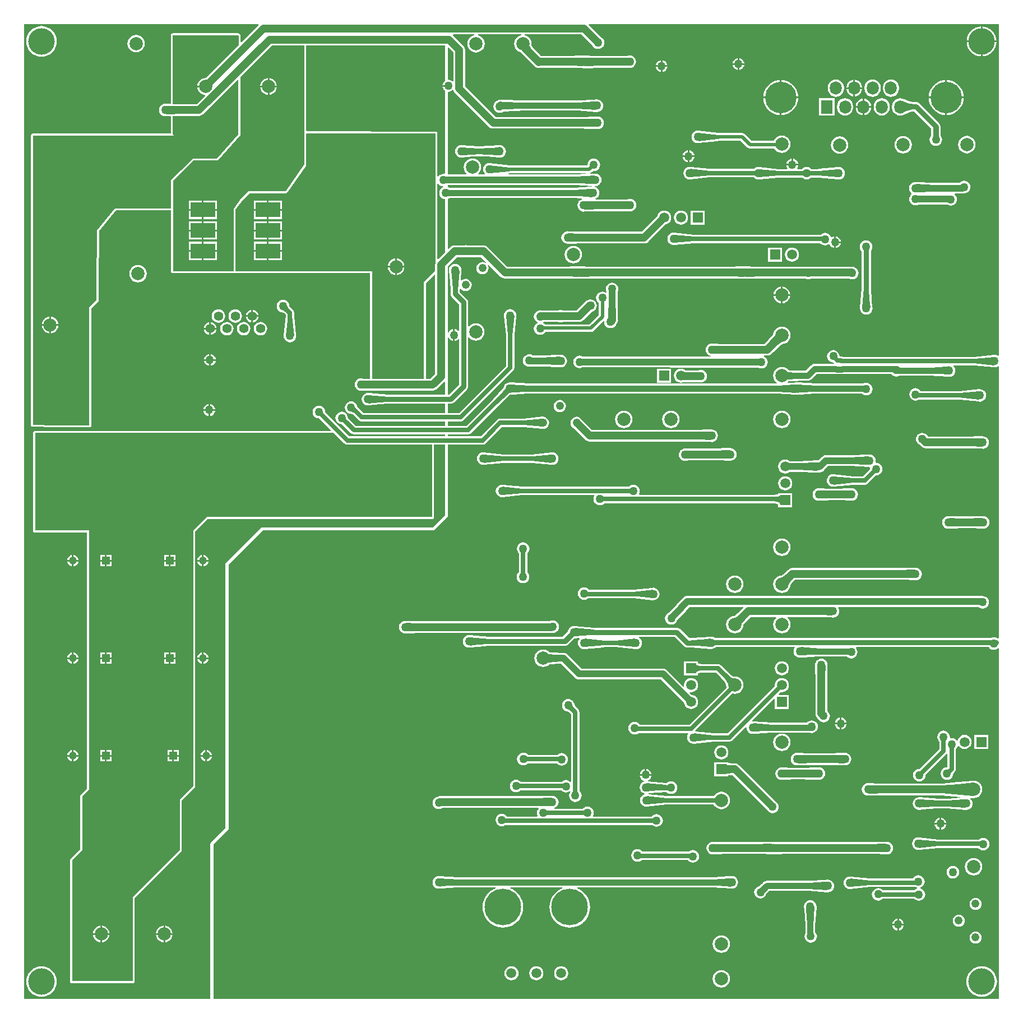
<source format=gbl>
G04*
G04 #@! TF.GenerationSoftware,Altium Limited,Altium Designer,18.0.7 (293)*
G04*
G04 Layer_Physical_Order=2*
G04 Layer_Color=16711680*
%FSLAX44Y44*%
%MOMM*%
G71*
G01*
G75*
%ADD65C,0.8890*%
%ADD66C,0.6350*%
%ADD67C,1.1430*%
%ADD68C,0.7620*%
%ADD69C,1.0160*%
%ADD72C,0.5080*%
%ADD73C,0.7500*%
%ADD74O,1.8000X2.0000*%
%ADD75R,1.8000X2.0000*%
%ADD76C,4.7600*%
%ADD77C,2.0000*%
%ADD78C,1.2170*%
%ADD79R,3.7500X2.2500*%
%ADD80C,1.4000*%
%ADD81C,5.5200*%
%ADD82C,1.5000*%
%ADD83R,1.5000X1.5000*%
%ADD84R,1.5000X1.5000*%
%ADD85R,1.2000X1.2000*%
%ADD86C,1.2000*%
%ADD87C,4.0000*%
%ADD88C,0.6000*%
%ADD89C,1.2700*%
G36*
X367863Y1484603D02*
X342085Y1458824D01*
X340912Y1459312D01*
X340926Y1467965D01*
X340926Y1467967D01*
X340926Y1467968D01*
X340810Y1468557D01*
X340692Y1469155D01*
X340691Y1469156D01*
X340691Y1469158D01*
X340353Y1469664D01*
X340020Y1470164D01*
X340018Y1470165D01*
X340018Y1470166D01*
X338854Y1471332D01*
X338853Y1471333D01*
X338852Y1471333D01*
X338345Y1471672D01*
X337846Y1472006D01*
X337845Y1472007D01*
X337844Y1472007D01*
X337245Y1472126D01*
X336657Y1472244D01*
X336656Y1472243D01*
X336655Y1472244D01*
X238506D01*
X237317Y1472007D01*
X236308Y1471333D01*
X235635Y1470325D01*
X235398Y1469136D01*
Y1366397D01*
X234487Y1365512D01*
X229244Y1365667D01*
X227973Y1365775D01*
X227841Y1365760D01*
X227711Y1365786D01*
X227619Y1365768D01*
X227076Y1365839D01*
X224623Y1365516D01*
X222337Y1364569D01*
X220373Y1363063D01*
X218867Y1361100D01*
X217920Y1358813D01*
X217597Y1356360D01*
X217920Y1353907D01*
X218867Y1351620D01*
X220373Y1349657D01*
X222337Y1348151D01*
X224623Y1347204D01*
X227076Y1346881D01*
X227619Y1346952D01*
X227711Y1346934D01*
X227745Y1346941D01*
X227779Y1346935D01*
X234491Y1347082D01*
X235398Y1346194D01*
Y1320860D01*
X27686D01*
X26497Y1320623D01*
X26497Y1320623D01*
X25989Y1320413D01*
X25989Y1320413D01*
X24980Y1319739D01*
X24644Y1319236D01*
X24307Y1318731D01*
X24070Y1317542D01*
Y881126D01*
X24307Y879937D01*
X24980Y878929D01*
X25989Y878255D01*
X27178Y878018D01*
X42909D01*
X43014Y877913D01*
X44023Y877239D01*
X45212Y877002D01*
X112092D01*
X113281Y877239D01*
X114289Y877913D01*
X114963Y878921D01*
X115199Y880110D01*
Y1056799D01*
X125387Y1066987D01*
X126061Y1067995D01*
X126298Y1069185D01*
X126298Y1105393D01*
X126806Y1160243D01*
X126929Y1173620D01*
X152593Y1204662D01*
X235652D01*
Y1190498D01*
Y1113028D01*
X235889Y1111839D01*
X236562Y1110831D01*
X237571Y1110157D01*
X238760Y1109920D01*
X330200D01*
X331389Y1110157D01*
X331754Y1110400D01*
X332118Y1110157D01*
X333308Y1109920D01*
X536388D01*
Y950417D01*
X526201D01*
X525267Y950804D01*
X522814Y951127D01*
X520360Y950804D01*
X518074Y949857D01*
X516111Y948350D01*
X514605Y946387D01*
X513658Y944101D01*
X513335Y941647D01*
X513658Y939194D01*
X514605Y936908D01*
X516111Y934945D01*
X518074Y933438D01*
X520360Y932491D01*
X522814Y932168D01*
X525267Y932491D01*
X525866Y932739D01*
X631190D01*
X633478Y933041D01*
X635609Y933923D01*
X637440Y935328D01*
X648051Y945939D01*
X649224Y945453D01*
Y926337D01*
X563816D01*
X534047Y928895D01*
X533913Y928880D01*
X533781Y928906D01*
X533689Y928888D01*
X533146Y928959D01*
X530693Y928636D01*
X528406Y927689D01*
X526443Y926183D01*
X524937Y924220D01*
X523990Y921933D01*
X523667Y919480D01*
X523990Y917027D01*
X524937Y914741D01*
X526443Y912777D01*
X528406Y911271D01*
X530693Y910324D01*
X533146Y910001D01*
X533689Y910072D01*
X533781Y910054D01*
X533929Y910083D01*
X534079Y910069D01*
X551096Y911709D01*
X562747Y912599D01*
X563744Y912623D01*
X563745Y912623D01*
X649224D01*
Y898901D01*
X526078D01*
X520689Y904290D01*
X517064Y908006D01*
X516902Y909233D01*
X515955Y911519D01*
X514449Y913483D01*
X512486Y914989D01*
X510199Y915936D01*
X507746Y916259D01*
X505293Y915936D01*
X503007Y914989D01*
X501043Y913483D01*
X499537Y911519D01*
X498590Y909233D01*
X498267Y906780D01*
X498590Y904327D01*
X499537Y902040D01*
X501043Y900077D01*
X503007Y898571D01*
X505293Y897624D01*
X507746Y897301D01*
X508254Y897368D01*
X508289Y897364D01*
X508403Y897321D01*
X508958Y897014D01*
X509710Y896506D01*
X516552Y890480D01*
X518963Y888069D01*
X521021Y886694D01*
X523450Y886211D01*
X649224D01*
Y879089D01*
X514632D01*
X502917Y890804D01*
X502976Y891251D01*
X502653Y893705D01*
X501706Y895991D01*
X500200Y897954D01*
X498236Y899460D01*
X495950Y900407D01*
X493497Y900730D01*
X491044Y900407D01*
X488757Y899460D01*
X486794Y897954D01*
X485288Y895991D01*
X484341Y893705D01*
X484018Y891251D01*
X484341Y888798D01*
X485288Y886512D01*
X486794Y884548D01*
X488757Y883042D01*
X491044Y882095D01*
X493497Y881772D01*
X493944Y881831D01*
X507518Y868258D01*
X509576Y866882D01*
X512004Y866399D01*
X649224D01*
Y863595D01*
X504532D01*
X468398Y899729D01*
X468457Y900176D01*
X468134Y902629D01*
X467187Y904915D01*
X465681Y906879D01*
X463717Y908385D01*
X461431Y909332D01*
X458978Y909655D01*
X456525Y909332D01*
X454239Y908385D01*
X452275Y906879D01*
X450769Y904915D01*
X449822Y902629D01*
X449499Y900176D01*
X449822Y897723D01*
X450769Y895436D01*
X452275Y893473D01*
X454239Y891967D01*
X456525Y891020D01*
X458978Y890697D01*
X459425Y890756D01*
X477220Y872961D01*
X476734Y871788D01*
X30480D01*
X29291Y871551D01*
X28282Y870878D01*
X27609Y869869D01*
X27372Y868680D01*
Y756920D01*
Y751840D01*
Y741680D01*
Y721360D01*
X27609Y720171D01*
X28282Y719163D01*
X29291Y718489D01*
X30480Y718252D01*
X108652D01*
Y331487D01*
X99403Y322238D01*
X98729Y321229D01*
X98492Y320040D01*
Y314960D01*
Y240047D01*
X84163Y225718D01*
X83489Y224709D01*
X83252Y223520D01*
Y40640D01*
X83489Y39451D01*
X84163Y38442D01*
X85171Y37769D01*
X86360Y37532D01*
X177800D01*
X178989Y37769D01*
X179998Y38442D01*
X180671Y39451D01*
X180908Y40640D01*
Y166353D01*
X190157Y175602D01*
X190158Y175602D01*
X251117Y236562D01*
X251791Y237571D01*
X252028Y238760D01*
Y313673D01*
X271437Y333083D01*
X272111Y334091D01*
X272348Y335280D01*
Y720073D01*
X290847Y738572D01*
X629920D01*
X631109Y738809D01*
X632118Y739482D01*
X632791Y740491D01*
X633028Y741680D01*
Y850905D01*
X649224D01*
Y744151D01*
X631259Y726186D01*
X373634D01*
X373634Y726186D01*
X373410Y726175D01*
X372970Y726087D01*
X372556Y725916D01*
X372184Y725667D01*
X372018Y725516D01*
X318678Y672177D01*
X318678Y672176D01*
X318527Y672010D01*
X318278Y671637D01*
X318106Y671224D01*
X318019Y670784D01*
X318008Y670560D01*
Y271711D01*
X295818Y249520D01*
X295818Y249520D01*
X295667Y249354D01*
X295418Y248981D01*
X295246Y248568D01*
X295159Y248128D01*
X295148Y247904D01*
Y14127D01*
X14127Y14127D01*
X14127Y1485873D01*
X367337Y1485873D01*
X367863Y1484603D01*
D02*
G37*
G36*
X1485873Y985568D02*
X1484734Y985006D01*
X1484290Y985347D01*
X1482003Y986294D01*
X1479550Y986617D01*
X1479007Y986546D01*
X1478915Y986564D01*
X1478757Y986533D01*
X1478597Y986548D01*
X1449221Y983530D01*
X1449190Y983521D01*
X1449159Y983523D01*
X1448831Y983483D01*
X1249986D01*
X1249568Y983762D01*
X1247140Y984245D01*
X1245670D01*
X1245443Y984504D01*
X1245120Y986957D01*
X1244173Y989243D01*
X1242667Y991207D01*
X1240704Y992713D01*
X1238417Y993660D01*
X1235964Y993983D01*
X1233511Y993660D01*
X1231225Y992713D01*
X1229261Y991207D01*
X1227755Y989243D01*
X1226808Y986957D01*
X1226485Y984504D01*
X1226808Y982051D01*
X1227755Y979764D01*
X1229261Y977801D01*
X1231225Y976295D01*
X1233511Y975348D01*
X1235964Y975025D01*
X1236348Y975075D01*
X1237164Y974164D01*
X1236687Y973012D01*
X1207770D01*
X1207770Y973012D01*
X1205814Y972754D01*
X1203991Y971999D01*
X1202426Y970798D01*
X1202426Y970798D01*
X1194249Y962621D01*
X1178081Y962769D01*
X1169867Y963127D01*
X1168465Y963271D01*
X1168356Y963291D01*
X1167546Y964346D01*
X1164820Y966437D01*
X1161646Y967752D01*
X1158240Y968201D01*
X1154834Y967752D01*
X1151660Y966437D01*
X1148934Y964346D01*
X1146843Y961620D01*
X1145528Y958446D01*
X1145079Y955040D01*
X1145528Y951634D01*
X1146843Y948460D01*
X1148934Y945734D01*
X1150790Y944310D01*
X1150359Y943040D01*
X777225D01*
X748101Y944902D01*
X748002Y944888D01*
X747903Y944908D01*
X747811Y944890D01*
X747268Y944961D01*
X744815Y944638D01*
X742529Y943691D01*
X740565Y942185D01*
X739059Y940221D01*
X738112Y937935D01*
X737918Y936463D01*
X722706Y919893D01*
X681902Y879089D01*
X653796D01*
Y886211D01*
X673354D01*
X675782Y886694D01*
X677840Y888070D01*
X752516Y962746D01*
X753892Y964804D01*
X754375Y967232D01*
Y1015765D01*
X757439Y1045270D01*
X757424Y1045432D01*
X757456Y1045591D01*
X757438Y1045683D01*
X757509Y1046226D01*
X757186Y1048679D01*
X756239Y1050965D01*
X754733Y1052929D01*
X752769Y1054435D01*
X750483Y1055382D01*
X748030Y1055705D01*
X745577Y1055382D01*
X743290Y1054435D01*
X741327Y1052929D01*
X739821Y1050965D01*
X738874Y1048679D01*
X738551Y1046226D01*
X738622Y1045683D01*
X738604Y1045591D01*
X738635Y1045433D01*
X738620Y1045273D01*
X741638Y1015897D01*
X741647Y1015866D01*
X741645Y1015835D01*
X741685Y1015507D01*
Y969860D01*
X670726Y898901D01*
X653796D01*
Y912623D01*
X657979D01*
X659754Y912857D01*
X661408Y913542D01*
X662828Y914632D01*
X682553Y934357D01*
X683643Y935777D01*
X684328Y937431D01*
X684562Y939206D01*
Y1012415D01*
X685832Y1012846D01*
X686654Y1011774D01*
X689380Y1009683D01*
X692554Y1008368D01*
X695960Y1007919D01*
X699366Y1008368D01*
X702540Y1009683D01*
X705266Y1011774D01*
X707357Y1014500D01*
X708672Y1017674D01*
X709121Y1021080D01*
X708672Y1024486D01*
X707357Y1027660D01*
X705266Y1030386D01*
X702540Y1032477D01*
X699366Y1033792D01*
X695960Y1034241D01*
X692554Y1033792D01*
X689380Y1032477D01*
X686654Y1030386D01*
X685832Y1029314D01*
X684562Y1029745D01*
Y1065751D01*
X684328Y1067526D01*
X683643Y1069179D01*
X682553Y1070599D01*
X671829Y1081324D01*
Y1083882D01*
X672046Y1086415D01*
X673354Y1086797D01*
X674206Y1085686D01*
X676114Y1084222D01*
X678336Y1083302D01*
X680720Y1082988D01*
X683104Y1083302D01*
X685326Y1084222D01*
X687234Y1085686D01*
X688698Y1087594D01*
X689618Y1089816D01*
X689932Y1092200D01*
X689618Y1094584D01*
X688698Y1096806D01*
X687234Y1098714D01*
X685326Y1100178D01*
X683104Y1101098D01*
X680720Y1101412D01*
X678336Y1101098D01*
X676114Y1100178D01*
X674390Y1098855D01*
X673147Y1099226D01*
X674387Y1113651D01*
X674372Y1113785D01*
X674398Y1113917D01*
X674380Y1114009D01*
X674451Y1114552D01*
X674128Y1117005D01*
X673181Y1119292D01*
X671675Y1121255D01*
X669712Y1122761D01*
X667425Y1123708D01*
X664972Y1124031D01*
X662519Y1123708D01*
X660232Y1122761D01*
X658269Y1121255D01*
X656763Y1119292D01*
X655816Y1117005D01*
X655493Y1114552D01*
X655564Y1114009D01*
X655546Y1113917D01*
X655575Y1113769D01*
X655561Y1113619D01*
X657201Y1096602D01*
X658091Y1084951D01*
X658115Y1083954D01*
X658115Y1083953D01*
Y1078484D01*
X658349Y1076709D01*
X659034Y1075056D01*
X660124Y1073636D01*
X670848Y1062911D01*
Y1022989D01*
X669646Y1022581D01*
X669440Y1022848D01*
X667583Y1024273D01*
X665421Y1025169D01*
X664370Y1025307D01*
Y1016508D01*
Y1007709D01*
X665421Y1007847D01*
X667583Y1008743D01*
X669440Y1010168D01*
X669646Y1010435D01*
X670848Y1010027D01*
Y942046D01*
X655139Y926337D01*
X653796D01*
Y1012421D01*
X655066Y1012673D01*
X655335Y1012025D01*
X656760Y1010168D01*
X658617Y1008743D01*
X660779Y1007847D01*
X661830Y1007709D01*
Y1016508D01*
Y1025307D01*
X660779Y1025169D01*
X658617Y1024273D01*
X656760Y1022848D01*
X655335Y1020991D01*
X655066Y1020343D01*
X653796Y1020595D01*
X653796Y1120594D01*
X667363Y1134161D01*
X678193D01*
X678336Y1134102D01*
X680720Y1133788D01*
X683104Y1134102D01*
X683247Y1134161D01*
X703983D01*
X711757Y1126387D01*
X710918Y1125430D01*
X710726Y1125578D01*
X708504Y1126498D01*
X706120Y1126812D01*
X703736Y1126498D01*
X701514Y1125578D01*
X699606Y1124114D01*
X698142Y1122206D01*
X697222Y1119984D01*
X696908Y1117600D01*
X697222Y1115216D01*
X698142Y1112994D01*
X699606Y1111086D01*
X701514Y1109622D01*
X703736Y1108702D01*
X706120Y1108388D01*
X708504Y1108702D01*
X710726Y1109622D01*
X712634Y1111086D01*
X714098Y1112994D01*
X715018Y1115216D01*
X715332Y1117600D01*
X715018Y1119984D01*
X714098Y1122206D01*
X713950Y1122398D01*
X714907Y1123237D01*
X733652Y1104492D01*
X735483Y1103087D01*
X737614Y1102205D01*
X739902Y1101903D01*
X827368D01*
X835471Y1101865D01*
X850002Y1101435D01*
X851273Y1101327D01*
X851405Y1101342D01*
X851535Y1101316D01*
X851627Y1101334D01*
X852170Y1101263D01*
X852713Y1101334D01*
X852805Y1101316D01*
X852839Y1101323D01*
X852873Y1101317D01*
X879647Y1101903D01*
X1077304D01*
X1085407Y1101865D01*
X1099938Y1101435D01*
X1101209Y1101327D01*
X1101341Y1101342D01*
X1101471Y1101316D01*
X1101563Y1101334D01*
X1102106Y1101263D01*
X1102649Y1101334D01*
X1102741Y1101316D01*
X1102775Y1101323D01*
X1102809Y1101317D01*
X1129583Y1101903D01*
X1193672D01*
X1195665Y1101078D01*
X1198118Y1100755D01*
X1200571Y1101078D01*
X1202564Y1101903D01*
X1259754D01*
X1259927Y1101771D01*
X1262213Y1100824D01*
X1264666Y1100501D01*
X1267119Y1100824D01*
X1269406Y1101771D01*
X1271369Y1103277D01*
X1272875Y1105240D01*
X1273822Y1107527D01*
X1274145Y1109980D01*
X1273822Y1112433D01*
X1272875Y1114719D01*
X1271369Y1116683D01*
X1269406Y1118189D01*
X1267119Y1119136D01*
X1266267Y1119248D01*
X1266192Y1119279D01*
X1263904Y1119581D01*
X1199124D01*
X1198118Y1119713D01*
X1197112Y1119581D01*
X1126908D01*
X1118805Y1119619D01*
X1104274Y1120049D01*
X1103003Y1120157D01*
X1102871Y1120142D01*
X1102741Y1120168D01*
X1102649Y1120150D01*
X1102106Y1120221D01*
X1101563Y1120150D01*
X1101471Y1120168D01*
X1101437Y1120161D01*
X1101403Y1120167D01*
X1074630Y1119581D01*
X876972D01*
X868869Y1119619D01*
X854338Y1120049D01*
X853067Y1120157D01*
X852935Y1120142D01*
X852805Y1120168D01*
X852713Y1120150D01*
X852170Y1120221D01*
X851627Y1120150D01*
X851535Y1120168D01*
X851501Y1120161D01*
X851467Y1120167D01*
X824694Y1119581D01*
X743563D01*
X713894Y1149250D01*
X712063Y1150655D01*
X709932Y1151537D01*
X707644Y1151839D01*
X683247D01*
X683104Y1151898D01*
X680720Y1152212D01*
X678336Y1151898D01*
X678193Y1151839D01*
X663702D01*
X661414Y1151537D01*
X659283Y1150655D01*
X657452Y1149250D01*
X654969Y1146767D01*
X653796Y1147253D01*
Y1222348D01*
X655234Y1222944D01*
X656064Y1223580D01*
X843041D01*
X856360Y1222729D01*
X856575Y1221498D01*
X854288Y1220551D01*
X852325Y1219045D01*
X850819Y1217082D01*
X849872Y1214795D01*
X849549Y1212342D01*
X849872Y1209889D01*
X850819Y1207602D01*
X852325Y1205639D01*
X854288Y1204133D01*
X856575Y1203186D01*
X859028Y1202863D01*
X859571Y1202934D01*
X859663Y1202916D01*
X859697Y1202923D01*
X859731Y1202917D01*
X886505Y1203503D01*
X928126D01*
X929132Y1203371D01*
X931585Y1203694D01*
X933872Y1204641D01*
X935835Y1206147D01*
X937341Y1208111D01*
X938288Y1210397D01*
X938611Y1212850D01*
X938288Y1215303D01*
X937341Y1217589D01*
X935835Y1219553D01*
X933872Y1221059D01*
X931585Y1222006D01*
X929132Y1222329D01*
X926679Y1222006D01*
X924686Y1221181D01*
X883830D01*
X876914Y1221213D01*
X876665Y1222484D01*
X877738Y1222929D01*
X879701Y1224435D01*
X881207Y1226398D01*
X882154Y1228685D01*
X882477Y1231138D01*
X882154Y1233591D01*
X881207Y1235878D01*
X879701Y1237841D01*
X877738Y1239347D01*
X875451Y1240294D01*
X875665Y1241524D01*
X875757Y1241542D01*
X876300Y1241471D01*
X878753Y1241794D01*
X881040Y1242741D01*
X883003Y1244247D01*
X884509Y1246210D01*
X885456Y1248497D01*
X885779Y1250950D01*
X885456Y1253403D01*
X884509Y1255689D01*
X883003Y1257653D01*
X881040Y1259159D01*
X878753Y1260106D01*
X876300Y1260429D01*
X875757Y1260358D01*
X875665Y1260376D01*
X875598Y1260363D01*
X875530Y1260373D01*
X869036Y1260092D01*
X868884Y1261356D01*
X869668Y1261512D01*
X871517Y1262747D01*
X873012Y1264242D01*
X874268Y1264077D01*
X876721Y1264400D01*
X879007Y1265347D01*
X880971Y1266853D01*
X882477Y1268817D01*
X883424Y1271103D01*
X883747Y1273556D01*
X883424Y1276009D01*
X882477Y1278296D01*
X880971Y1280259D01*
X879007Y1281765D01*
X876721Y1282712D01*
X874268Y1283035D01*
X871815Y1282712D01*
X869529Y1281765D01*
X867565Y1280259D01*
X866059Y1278296D01*
X865112Y1276009D01*
X864789Y1273556D01*
X864806Y1273428D01*
X863968Y1272474D01*
X747718D01*
X717726Y1276178D01*
X717534Y1276164D01*
X717345Y1276202D01*
X717253Y1276184D01*
X716710Y1276255D01*
X714257Y1275932D01*
X711970Y1274985D01*
X710007Y1273479D01*
X708501Y1271516D01*
X707554Y1269229D01*
X707231Y1266776D01*
X707554Y1264323D01*
X708501Y1262036D01*
X709743Y1260418D01*
X709263Y1259148D01*
X700147D01*
X699738Y1260351D01*
X700186Y1260694D01*
X702277Y1263420D01*
X703592Y1266594D01*
X704041Y1270000D01*
X703592Y1273406D01*
X702277Y1276580D01*
X700186Y1279306D01*
X697460Y1281397D01*
X694286Y1282712D01*
X690880Y1283161D01*
X687474Y1282712D01*
X684300Y1281397D01*
X681574Y1279306D01*
X679483Y1276580D01*
X678168Y1273406D01*
X677719Y1270000D01*
X678168Y1266594D01*
X679483Y1263420D01*
X681574Y1260694D01*
X682021Y1260351D01*
X681613Y1259148D01*
X653796D01*
Y1383301D01*
X654558Y1383969D01*
X656879Y1384275D01*
X659041Y1385171D01*
X660898Y1386596D01*
X661006Y1386736D01*
X662233Y1386407D01*
X662277Y1386076D01*
X663159Y1383945D01*
X664564Y1382114D01*
X715872Y1330806D01*
X717703Y1329402D01*
X719834Y1328519D01*
X722122Y1328217D01*
X855308D01*
X863411Y1328179D01*
X877942Y1327749D01*
X879213Y1327641D01*
X879345Y1327656D01*
X879475Y1327630D01*
X879567Y1327648D01*
X880110Y1327577D01*
X882563Y1327900D01*
X884849Y1328847D01*
X886813Y1330353D01*
X888319Y1332316D01*
X889266Y1334603D01*
X889589Y1337056D01*
X889266Y1339509D01*
X888319Y1341796D01*
X886813Y1343759D01*
X884849Y1345265D01*
X882563Y1346212D01*
X880110Y1346535D01*
X879567Y1346464D01*
X879475Y1346482D01*
X879441Y1346475D01*
X879407Y1346481D01*
X852634Y1345895D01*
X725783D01*
X679653Y1392025D01*
Y1447546D01*
X679351Y1449834D01*
X678468Y1451965D01*
X677064Y1453796D01*
X661824Y1469036D01*
X661626Y1469187D01*
X662057Y1470457D01*
X693199D01*
X693282Y1469187D01*
X692913Y1469139D01*
X689739Y1467824D01*
X687013Y1465733D01*
X684922Y1463007D01*
X683607Y1459833D01*
X683159Y1456427D01*
X683607Y1453020D01*
X684922Y1449846D01*
X687013Y1447121D01*
X689739Y1445029D01*
X692913Y1443714D01*
X696319Y1443266D01*
X699725Y1443714D01*
X702900Y1445029D01*
X705625Y1447121D01*
X707717Y1449846D01*
X709031Y1453020D01*
X709480Y1456427D01*
X709031Y1459833D01*
X707717Y1463007D01*
X705625Y1465733D01*
X702900Y1467824D01*
X699725Y1469139D01*
X699357Y1469187D01*
X699440Y1470457D01*
X764524D01*
X764608Y1469187D01*
X763674Y1469064D01*
X760500Y1467750D01*
X757774Y1465658D01*
X755683Y1462933D01*
X754368Y1459758D01*
X753919Y1456352D01*
X754368Y1452946D01*
X755683Y1449772D01*
X757774Y1447046D01*
X760500Y1444955D01*
X763674Y1443640D01*
X763796Y1443624D01*
X785113Y1422307D01*
X786943Y1420903D01*
X789075Y1420020D01*
X791362Y1419718D01*
X793650Y1420020D01*
X794002Y1420165D01*
X834226D01*
X842329Y1420127D01*
X856860Y1419697D01*
X858131Y1419589D01*
X858263Y1419604D01*
X858393Y1419578D01*
X858485Y1419596D01*
X859028Y1419525D01*
X859571Y1419596D01*
X859663Y1419578D01*
X859697Y1419585D01*
X859731Y1419579D01*
X886505Y1420165D01*
X927618D01*
X928624Y1420033D01*
X931077Y1420356D01*
X933363Y1421303D01*
X935327Y1422809D01*
X936833Y1424772D01*
X937780Y1427059D01*
X938103Y1429512D01*
X937780Y1431965D01*
X936833Y1434252D01*
X935327Y1436215D01*
X933363Y1437721D01*
X931077Y1438668D01*
X928624Y1438991D01*
X926171Y1438668D01*
X924178Y1437843D01*
X883830D01*
X875727Y1437881D01*
X861196Y1438311D01*
X859925Y1438419D01*
X859793Y1438404D01*
X859663Y1438430D01*
X859571Y1438412D01*
X859028Y1438483D01*
X858485Y1438412D01*
X858393Y1438430D01*
X858359Y1438423D01*
X858325Y1438429D01*
X831552Y1437843D01*
X794579D01*
X793777Y1438652D01*
X785495Y1447417D01*
X781967Y1451573D01*
X780851Y1453068D01*
X780170Y1454136D01*
X779998Y1454510D01*
X780241Y1456352D01*
X779792Y1459758D01*
X778477Y1462933D01*
X776386Y1465658D01*
X773660Y1467750D01*
X770486Y1469064D01*
X769552Y1469187D01*
X769636Y1470457D01*
X855621D01*
X872091Y1453987D01*
X872409Y1453221D01*
X873915Y1451257D01*
X875879Y1449751D01*
X878165Y1448804D01*
X880618Y1448481D01*
X883071Y1448804D01*
X885358Y1449751D01*
X887321Y1451257D01*
X888827Y1453221D01*
X889774Y1455507D01*
X890097Y1457960D01*
X889774Y1460413D01*
X888827Y1462699D01*
X887321Y1464663D01*
X885358Y1466169D01*
X884591Y1466487D01*
X866475Y1484603D01*
X867001Y1485873D01*
X1485873Y1485873D01*
X1485873Y985568D01*
D02*
G37*
G36*
X776965Y1453667D02*
X777435Y1452645D01*
X778292Y1451301D01*
X779534Y1449636D01*
X783179Y1445342D01*
X791543Y1436491D01*
X795104Y1432898D01*
X787022Y1424816D01*
X767714Y1446372D01*
X776881Y1454368D01*
X776965Y1453667D01*
D02*
G37*
G36*
X861019Y1435208D02*
X875675Y1434773D01*
X887196Y1434719D01*
Y1423289D01*
X859663Y1422686D01*
Y1435322D01*
X861019Y1435208D01*
D02*
G37*
G36*
X858393Y1422686D02*
X857037Y1422800D01*
X842381Y1423235D01*
X830860Y1423289D01*
Y1434719D01*
X858393Y1435322D01*
Y1422686D01*
D02*
G37*
G36*
X337818Y1467971D02*
X337796Y1454536D01*
X287811Y1404551D01*
X287680Y1404568D01*
X284406Y1404137D01*
X281356Y1402874D01*
X278736Y1400864D01*
X276726Y1398244D01*
X275463Y1395194D01*
X275199Y1393190D01*
X287680D01*
Y1390650D01*
X275199D01*
X275463Y1388646D01*
X276726Y1385596D01*
X278736Y1382976D01*
X281356Y1380966D01*
X284406Y1379703D01*
X286684Y1379403D01*
X287139Y1378062D01*
X274275Y1365199D01*
X251878D01*
X243775Y1365237D01*
X238506Y1365393D01*
Y1469136D01*
X336655D01*
X337818Y1467971D01*
D02*
G37*
G36*
X661975Y1443885D02*
Y1399758D01*
X660705Y1399425D01*
X659041Y1400701D01*
X656879Y1401597D01*
X654558Y1401903D01*
X653796Y1402571D01*
Y1450405D01*
X654969Y1450891D01*
X661975Y1443885D01*
D02*
G37*
G36*
X229067Y1362564D02*
X243723Y1362129D01*
X255244Y1362075D01*
Y1350645D01*
X227711Y1350042D01*
Y1362678D01*
X229067Y1362564D01*
D02*
G37*
G36*
X879475Y1330738D02*
X878119Y1330852D01*
X863463Y1331287D01*
X851942Y1331341D01*
Y1342771D01*
X879475Y1343374D01*
Y1330738D01*
D02*
G37*
G36*
X337252Y1401517D02*
Y1319694D01*
X304927Y1283268D01*
X269748Y1283268D01*
X268559Y1283031D01*
X267551Y1282358D01*
X250406Y1265212D01*
X250406Y1265212D01*
X236562Y1251369D01*
X235889Y1250361D01*
X235652Y1249172D01*
Y1207770D01*
X151130D01*
X123832Y1174751D01*
X123698Y1160272D01*
X123190Y1105408D01*
X123190Y1069185D01*
X112092Y1058086D01*
Y880110D01*
X45212D01*
X44196Y881126D01*
X27178D01*
Y1317542D01*
X27686Y1317752D01*
X237061D01*
X238234Y1317752D01*
X239522Y1317752D01*
X239776Y1318006D01*
X238760Y1319022D01*
Y1319022D01*
X238760Y1319022D01*
X238506Y1320195D01*
Y1347170D01*
X254552Y1347521D01*
X277936D01*
X280224Y1347823D01*
X282356Y1348705D01*
X284186Y1350110D01*
X336079Y1402003D01*
X337252Y1401517D01*
D02*
G37*
G36*
X436880Y1274064D02*
X408813Y1233805D01*
X352679Y1233805D01*
X341503Y1222629D01*
X330200Y1206754D01*
Y1113028D01*
X238760D01*
Y1190498D01*
Y1249172D01*
X252603Y1263015D01*
X269748Y1280160D01*
X306324Y1280160D01*
X340360Y1318514D01*
Y1406284D01*
X388023Y1453947D01*
X436880D01*
Y1274064D01*
D02*
G37*
G36*
X862504Y1259809D02*
X847263Y1259148D01*
X745654D01*
X745585Y1260416D01*
X746737Y1260542D01*
X746803Y1260563D01*
X746872Y1260560D01*
X748593Y1260824D01*
X748699Y1260863D01*
X748811Y1260866D01*
X749640Y1261055D01*
X749693Y1261078D01*
X862477D01*
X862504Y1259809D01*
D02*
G37*
G36*
X747930Y1269316D02*
Y1264236D01*
X748885Y1264198D01*
X748949Y1264085D01*
X748120Y1263896D01*
X746400Y1263632D01*
X717345Y1260458D01*
Y1273094D01*
X747930Y1269316D01*
D02*
G37*
G36*
X649224Y1400049D02*
X648218Y1399276D01*
X646793Y1397419D01*
X645897Y1395257D01*
X645759Y1394206D01*
X654558D01*
Y1391666D01*
X645759D01*
X645897Y1390615D01*
X646793Y1388453D01*
X648218Y1386596D01*
X649224Y1385823D01*
Y1260583D01*
X648269Y1259746D01*
X646938Y1259921D01*
X644485Y1259598D01*
X642198Y1258651D01*
X640235Y1257145D01*
X639378Y1256027D01*
X638108Y1256458D01*
Y1320800D01*
X637989Y1321395D01*
X637873Y1321986D01*
X637872Y1321987D01*
X637871Y1321989D01*
X637530Y1322500D01*
X637200Y1322995D01*
X637199Y1322996D01*
X637197Y1322997D01*
X636688Y1323338D01*
X636193Y1323670D01*
X636191Y1323670D01*
X636189Y1323671D01*
X635593Y1323790D01*
X635004Y1323908D01*
X440890Y1324159D01*
X440883Y1324166D01*
X439988Y1325253D01*
Y1453947D01*
X649224D01*
Y1400049D01*
D02*
G37*
G36*
X875665Y1244632D02*
X847090Y1245870D01*
Y1256030D01*
X875665Y1257268D01*
Y1244632D01*
D02*
G37*
G36*
X871012Y1241723D02*
X871046Y1240450D01*
X868465Y1240198D01*
X845163Y1238709D01*
X843634Y1238696D01*
X656103D01*
X655234Y1239362D01*
X653796Y1239958D01*
Y1242752D01*
X847263D01*
X871012Y1241723D01*
D02*
G37*
G36*
X635000Y1320800D02*
Y1125343D01*
X634845Y1124968D01*
X634543Y1122680D01*
Y1113587D01*
X632460Y1111504D01*
X617474Y1096518D01*
Y950417D01*
X539496D01*
Y1113028D01*
X333308D01*
Y1205761D01*
X343884Y1220615D01*
X353966Y1230697D01*
X408813Y1230697D01*
X409084Y1230751D01*
X409359Y1230746D01*
X409672Y1230868D01*
X410002Y1230934D01*
X410232Y1231087D01*
X410488Y1231188D01*
X410731Y1231421D01*
X411011Y1231608D01*
X411164Y1231837D01*
X411362Y1232028D01*
X439429Y1272287D01*
X439564Y1272595D01*
X439751Y1272875D01*
X439805Y1273145D01*
X439915Y1273398D01*
X439922Y1273734D01*
X439988Y1274064D01*
Y1320154D01*
X440886Y1321051D01*
X635000Y1320800D01*
D02*
G37*
G36*
X872363Y1224820D02*
X843063Y1226693D01*
Y1235583D01*
X845275Y1235602D01*
X868715Y1237100D01*
X872363Y1237456D01*
Y1224820D01*
D02*
G37*
G36*
X861019Y1218546D02*
X875675Y1218111D01*
X887196Y1218057D01*
Y1206627D01*
X859663Y1206024D01*
Y1218660D01*
X861019Y1218546D01*
D02*
G37*
G36*
X640235Y1243739D02*
X642198Y1242233D01*
X644485Y1241286D01*
X646455Y1241027D01*
X646627Y1239723D01*
X645755Y1239362D01*
X643792Y1237856D01*
X642286Y1235892D01*
X641339Y1233606D01*
X641016Y1231153D01*
X641339Y1228699D01*
X642286Y1226413D01*
X643792Y1224450D01*
X645755Y1222944D01*
X648041Y1221997D01*
X649224Y1221841D01*
Y1141022D01*
X639281Y1131079D01*
X638108Y1131565D01*
Y1244426D01*
X639378Y1244857D01*
X640235Y1243739D01*
D02*
G37*
G36*
X1104097Y1116946D02*
X1118753Y1116511D01*
X1130274Y1116457D01*
Y1105027D01*
X1102741Y1104424D01*
Y1117060D01*
X1104097Y1116946D01*
D02*
G37*
G36*
X1101471Y1104424D02*
X1100115Y1104538D01*
X1085459Y1104973D01*
X1073938Y1105027D01*
Y1116457D01*
X1101471Y1117060D01*
Y1104424D01*
D02*
G37*
G36*
X854161Y1116946D02*
X868817Y1116511D01*
X880338Y1116457D01*
Y1105027D01*
X852805Y1104424D01*
Y1117060D01*
X854161Y1116946D01*
D02*
G37*
G36*
X851535Y1104424D02*
X850179Y1104538D01*
X835523Y1104973D01*
X824002Y1105027D01*
Y1116457D01*
X851535Y1117060D01*
Y1104424D01*
D02*
G37*
G36*
X668722Y1084027D02*
X661222D01*
X661196Y1085107D01*
X660297Y1096869D01*
X658654Y1113917D01*
X671290D01*
X668722Y1084027D01*
D02*
G37*
G36*
X751205Y1015327D02*
X744855D01*
X744824Y1015448D01*
X744729Y1016214D01*
X741712Y1045591D01*
X754348D01*
X751205Y1015327D01*
D02*
G37*
G36*
X1478915Y970820D02*
X1448651Y973963D01*
Y980313D01*
X1448772Y980344D01*
X1449538Y980439D01*
X1478915Y983456D01*
Y970820D01*
D02*
G37*
G36*
X1410335Y956596D02*
X1381035Y958469D01*
Y967359D01*
X1383247Y967378D01*
X1406687Y968876D01*
X1410335Y969232D01*
Y956596D01*
D02*
G37*
G36*
X1478594Y967729D02*
X1478756Y967744D01*
X1478915Y967712D01*
X1479007Y967730D01*
X1479550Y967659D01*
X1482003Y967982D01*
X1484290Y968929D01*
X1484734Y969270D01*
X1485873Y968708D01*
X1485873Y559014D01*
X1484603Y558219D01*
X1483626Y558624D01*
X1483299Y558666D01*
X1483020Y558881D01*
X1480733Y559828D01*
X1478280Y560151D01*
X1475827Y559828D01*
X1473540Y558881D01*
X1473512Y558859D01*
X1057652D01*
X1056300Y559897D01*
X1054013Y560844D01*
X1051560Y561167D01*
X1051017Y561096D01*
X1050925Y561114D01*
X1050776Y561084D01*
X1050624Y561099D01*
X1037487Y559823D01*
X1022105Y558628D01*
X1021022Y558605D01*
X1018357D01*
X1004381Y572581D01*
X1002949Y573680D01*
X1001280Y574371D01*
X999490Y574607D01*
X875167D01*
X845445Y577105D01*
X845314Y577090D01*
X845185Y577116D01*
X845093Y577098D01*
X844550Y577169D01*
X842097Y576846D01*
X839810Y575899D01*
X837847Y574393D01*
X836341Y572430D01*
X835394Y570143D01*
X835235Y568936D01*
X827559Y560637D01*
X716417D01*
X686695Y563135D01*
X686564Y563120D01*
X686435Y563146D01*
X686343Y563128D01*
X685800Y563199D01*
X683347Y562876D01*
X681060Y561929D01*
X679097Y560423D01*
X677591Y558460D01*
X676644Y556173D01*
X676321Y553720D01*
X676644Y551267D01*
X677591Y548980D01*
X679097Y547017D01*
X681060Y545511D01*
X683347Y544564D01*
X685800Y544241D01*
X686343Y544312D01*
X686435Y544294D01*
X686584Y544324D01*
X686736Y544309D01*
X699873Y545585D01*
X715255Y546780D01*
X716338Y546803D01*
X830580D01*
X832370Y547038D01*
X834039Y547729D01*
X835400Y548774D01*
X835449Y548806D01*
X842152Y555376D01*
X845099Y558057D01*
X845387Y558288D01*
X845486Y558279D01*
X852126Y558924D01*
X852752Y557709D01*
X851551Y556144D01*
X850604Y553857D01*
X850281Y551404D01*
X850604Y548951D01*
X851551Y546664D01*
X853057Y544701D01*
X855020Y543195D01*
X857307Y542248D01*
X859760Y541925D01*
X860303Y541996D01*
X860395Y541978D01*
X860553Y542010D01*
X860713Y541994D01*
X890089Y545012D01*
X890120Y545021D01*
X890151Y545019D01*
X890479Y545059D01*
X907023D01*
X936528Y541995D01*
X936690Y542010D01*
X936849Y541978D01*
X936941Y541996D01*
X937484Y541925D01*
X939937Y542248D01*
X942224Y543195D01*
X944187Y544701D01*
X945693Y546664D01*
X946640Y548951D01*
X946963Y551404D01*
X946640Y553857D01*
X945693Y556144D01*
X944187Y558107D01*
X942367Y559503D01*
X942392Y560003D01*
X942723Y560773D01*
X996625D01*
X1010601Y546797D01*
X1012033Y545698D01*
X1013702Y545006D01*
X1015492Y544771D01*
X1020943D01*
X1050665Y542273D01*
X1050796Y542288D01*
X1050925Y542262D01*
X1051017Y542280D01*
X1051560Y542209D01*
X1054013Y542532D01*
X1056300Y543479D01*
X1058263Y544985D01*
X1058293Y545025D01*
X1177217D01*
X1177779Y543886D01*
X1177463Y543474D01*
X1176516Y541187D01*
X1176193Y538734D01*
X1176516Y536281D01*
X1177463Y533994D01*
X1178969Y532031D01*
X1180932Y530525D01*
X1183219Y529578D01*
X1185672Y529255D01*
X1186215Y529326D01*
X1186307Y529308D01*
X1186457Y529338D01*
X1186609Y529323D01*
X1190205Y529674D01*
X1213507Y531163D01*
X1215036Y531176D01*
X1256121D01*
X1256439Y530761D01*
X1258402Y529255D01*
X1260689Y528308D01*
X1263142Y527985D01*
X1265595Y528308D01*
X1267881Y529255D01*
X1269845Y530761D01*
X1271351Y532724D01*
X1272298Y535011D01*
X1272621Y537464D01*
X1272298Y539917D01*
X1271351Y542203D01*
X1270161Y543755D01*
X1270705Y545025D01*
X1470767D01*
X1471577Y543969D01*
X1473540Y542463D01*
X1475827Y541516D01*
X1478280Y541193D01*
X1480733Y541516D01*
X1483020Y542463D01*
X1484603Y543678D01*
X1485873Y543164D01*
X1485873Y14127D01*
X299720Y14127D01*
X299720Y246957D01*
X321910Y269147D01*
X322061Y269314D01*
X322310Y269686D01*
X322481Y270100D01*
X322569Y270540D01*
X322580Y270764D01*
X322580Y270764D01*
Y669613D01*
X374581Y721614D01*
X632206D01*
X632430Y721625D01*
X632869Y721712D01*
X633284Y721884D01*
X633656Y722133D01*
X633822Y722283D01*
X633823Y722283D01*
X653126Y741588D01*
X653277Y741754D01*
X653526Y742126D01*
X653697Y742540D01*
X653785Y742980D01*
X653796Y743204D01*
X653796Y743204D01*
Y850905D01*
X706136D01*
X708564Y851388D01*
X710622Y852764D01*
X735434Y877575D01*
X768500D01*
X796644Y874773D01*
X796799Y874788D01*
X796952Y874758D01*
X797044Y874776D01*
X797560Y874708D01*
X799944Y875022D01*
X802166Y875942D01*
X804074Y877406D01*
X805538Y879314D01*
X806458Y881536D01*
X806772Y883920D01*
X806458Y886304D01*
X805538Y888526D01*
X804074Y890434D01*
X802166Y891898D01*
X799944Y892818D01*
X797560Y893132D01*
X797044Y893064D01*
X796952Y893082D01*
X796799Y893052D01*
X796644Y893067D01*
X768500Y890265D01*
X732806D01*
X730378Y889782D01*
X728319Y888407D01*
X703508Y863595D01*
X653796D01*
Y866399D01*
X684530D01*
X686958Y866882D01*
X689016Y868258D01*
X731679Y910920D01*
X748184Y926073D01*
X748205Y926071D01*
X751801Y926422D01*
X775103Y927911D01*
X776632Y927924D01*
X1150889D01*
X1180013Y926062D01*
X1180112Y926076D01*
X1180211Y926056D01*
X1180303Y926074D01*
X1180846Y926003D01*
X1181389Y926074D01*
X1181481Y926056D01*
X1181631Y926086D01*
X1181783Y926071D01*
X1185379Y926422D01*
X1208681Y927911D01*
X1210210Y927924D01*
X1279166D01*
X1281008Y926511D01*
X1283295Y925564D01*
X1285748Y925241D01*
X1288201Y925564D01*
X1290488Y926511D01*
X1292451Y928017D01*
X1293957Y929980D01*
X1294904Y932267D01*
X1295227Y934720D01*
X1294904Y937173D01*
X1293957Y939460D01*
X1292451Y941423D01*
X1290488Y942929D01*
X1288201Y943876D01*
X1285748Y944199D01*
X1283295Y943876D01*
X1281275Y943040D01*
X1210803D01*
X1181679Y944902D01*
X1181580Y944888D01*
X1181481Y944908D01*
X1181389Y944890D01*
X1180846Y944961D01*
X1180303Y944890D01*
X1180211Y944908D01*
X1180061Y944878D01*
X1179909Y944893D01*
X1176313Y944542D01*
X1167232Y943962D01*
X1166786Y945151D01*
X1167546Y945734D01*
X1168084Y946436D01*
X1197273Y947482D01*
X1197356D01*
X1197387Y947486D01*
X1197467Y947489D01*
X1197541Y947507D01*
X1199312Y947740D01*
X1201135Y948495D01*
X1202700Y949696D01*
X1210900Y957896D01*
X1237874D01*
X1238479Y957646D01*
X1240435Y957388D01*
X1249273D01*
X1251229Y957646D01*
X1251834Y957896D01*
X1323608D01*
X1324511Y956719D01*
X1326474Y955213D01*
X1328761Y954266D01*
X1331214Y953943D01*
X1333667Y954266D01*
X1335954Y955213D01*
X1336140Y955356D01*
X1381013D01*
X1410137Y953494D01*
X1410236Y953508D01*
X1410335Y953488D01*
X1410427Y953506D01*
X1410970Y953435D01*
X1413423Y953758D01*
X1415710Y954705D01*
X1417673Y956211D01*
X1419179Y958175D01*
X1420126Y960461D01*
X1420449Y962914D01*
X1420126Y965367D01*
X1419179Y967654D01*
X1417745Y969523D01*
X1417872Y970202D01*
X1418072Y970793D01*
X1449089D01*
X1478594Y967729D01*
D02*
G37*
G36*
X634543Y1107533D02*
Y957431D01*
X627529Y950417D01*
X620582D01*
Y1095231D01*
X633370Y1108019D01*
X634543Y1107533D01*
D02*
G37*
G36*
X1167000Y960379D02*
X1168027Y960192D01*
X1169640Y960026D01*
X1177999Y959662D01*
X1197356Y959485D01*
Y950595D01*
X1166559Y949491D01*
Y960589D01*
X1167000Y960379D01*
D02*
G37*
G36*
X777203Y939927D02*
Y931037D01*
X774991Y931018D01*
X751551Y929520D01*
X747903Y929164D01*
Y930033D01*
X728455Y912179D01*
X723965Y916669D01*
X743908Y938393D01*
X747903Y934398D01*
Y941800D01*
X777203Y939927D01*
D02*
G37*
G36*
X1210781D02*
Y931037D01*
X1208569Y931018D01*
X1185129Y929520D01*
X1181481Y929164D01*
Y941800D01*
X1210781Y939927D01*
D02*
G37*
G36*
X1180211Y929164D02*
X1150911Y931037D01*
Y939927D01*
X1153123Y939946D01*
X1176563Y941444D01*
X1180211Y941800D01*
Y929164D01*
D02*
G37*
G36*
X563670Y923230D02*
Y915730D01*
X562591Y915704D01*
X550829Y914806D01*
X533781Y913162D01*
Y925798D01*
X563670Y923230D01*
D02*
G37*
G36*
X514211Y906521D02*
X514558Y906124D01*
X521518Y898990D01*
X525695Y894801D01*
X521204Y890311D01*
X519201Y892289D01*
X511614Y898971D01*
X510583Y899666D01*
X509713Y900148D01*
X509006Y900416D01*
X508460Y900470D01*
X514095Y906692D01*
X514211Y906521D01*
D02*
G37*
G36*
X796952Y877866D02*
X768029Y880745D01*
Y887095D01*
X796952Y889975D01*
Y877866D01*
D02*
G37*
G36*
X514249Y874989D02*
X509759Y870499D01*
X495106Y885108D01*
X499640Y889642D01*
X514249Y874989D01*
D02*
G37*
G36*
X875030Y571500D02*
Y563880D01*
X873851Y563855D01*
X858353Y562651D01*
X845185Y561372D01*
Y574008D01*
X875030Y571500D01*
D02*
G37*
G36*
X844426Y561341D02*
X844167Y561241D01*
X843718Y560934D01*
X843078Y560420D01*
X840017Y557635D01*
X833274Y551026D01*
X827886Y556414D01*
X838201Y567566D01*
X844426Y561341D01*
D02*
G37*
G36*
X716280Y557530D02*
Y549910D01*
X715101Y549885D01*
X699603Y548681D01*
X686435Y547402D01*
Y560038D01*
X716280Y557530D01*
D02*
G37*
G36*
X1050925Y545370D02*
X1021080Y547878D01*
Y555498D01*
X1022259Y555523D01*
X1037757Y556727D01*
X1050925Y558006D01*
Y545370D01*
D02*
G37*
G36*
X936849Y545086D02*
X906585Y548229D01*
Y554579D01*
X906706Y554610D01*
X907472Y554705D01*
X936849Y557722D01*
Y545086D01*
D02*
G37*
G36*
X890659Y554579D02*
Y548229D01*
X890538Y548198D01*
X889772Y548103D01*
X860395Y545086D01*
Y557722D01*
X890659Y554579D01*
D02*
G37*
G36*
X1215607Y543179D02*
Y534289D01*
X1213395Y534270D01*
X1189955Y532772D01*
X1186307Y532416D01*
Y545052D01*
X1215607Y543179D01*
D02*
G37*
G36*
X497417Y852764D02*
X499476Y851388D01*
X501904Y850905D01*
X629920D01*
Y741680D01*
X289560D01*
X269240Y721360D01*
Y335280D01*
X248920Y314960D01*
Y238760D01*
X187960Y177800D01*
X177800Y167640D01*
Y40640D01*
X86360D01*
Y223520D01*
X101600Y238760D01*
Y314960D01*
Y320040D01*
X111760Y330200D01*
Y721360D01*
X30480D01*
Y741680D01*
Y751840D01*
Y756920D01*
Y868680D01*
X481501D01*
X497417Y852764D01*
D02*
G37*
%LPC*%
G36*
X182668Y1469857D02*
X179262Y1469409D01*
X176088Y1468094D01*
X173362Y1466003D01*
X171270Y1463277D01*
X169956Y1460103D01*
X169507Y1456696D01*
X169956Y1453290D01*
X171270Y1450116D01*
X173362Y1447391D01*
X176088Y1445299D01*
X179262Y1443984D01*
X182668Y1443536D01*
X186074Y1443984D01*
X189248Y1445299D01*
X191974Y1447391D01*
X194065Y1450116D01*
X195380Y1453290D01*
X195828Y1456696D01*
X195380Y1460103D01*
X194065Y1463277D01*
X191974Y1466003D01*
X189248Y1468094D01*
X186074Y1469409D01*
X182668Y1469857D01*
D02*
G37*
G36*
X40000Y1483159D02*
X35482Y1482715D01*
X31137Y1481397D01*
X27133Y1479256D01*
X23624Y1476376D01*
X20744Y1472867D01*
X18603Y1468863D01*
X17285Y1464518D01*
X16840Y1460000D01*
X17285Y1455482D01*
X18603Y1451137D01*
X20744Y1447133D01*
X23624Y1443624D01*
X27133Y1440744D01*
X31137Y1438603D01*
X35482Y1437285D01*
X40000Y1436841D01*
X44518Y1437285D01*
X48863Y1438603D01*
X52867Y1440744D01*
X56376Y1443624D01*
X59256Y1447133D01*
X61397Y1451137D01*
X62715Y1455482D01*
X63159Y1460000D01*
X62715Y1464518D01*
X61397Y1468863D01*
X59256Y1472867D01*
X56376Y1476376D01*
X52867Y1479256D01*
X48863Y1481397D01*
X44518Y1482715D01*
X40000Y1483159D01*
D02*
G37*
G36*
X185674Y1122125D02*
X182268Y1121676D01*
X179094Y1120361D01*
X176368Y1118270D01*
X174277Y1115544D01*
X172962Y1112370D01*
X172513Y1108964D01*
X172962Y1105558D01*
X174277Y1102384D01*
X176368Y1099658D01*
X179094Y1097567D01*
X182268Y1096252D01*
X185674Y1095803D01*
X189080Y1096252D01*
X192254Y1097567D01*
X194980Y1099658D01*
X197071Y1102384D01*
X198386Y1105558D01*
X198835Y1108964D01*
X198386Y1112370D01*
X197071Y1115544D01*
X194980Y1118270D01*
X192254Y1120361D01*
X189080Y1121676D01*
X185674Y1122125D01*
D02*
G37*
G36*
X359410Y1054665D02*
Y1046480D01*
X367595D01*
X367434Y1047700D01*
X366473Y1050021D01*
X364944Y1052014D01*
X362951Y1053543D01*
X360630Y1054504D01*
X359410Y1054665D01*
D02*
G37*
G36*
X356870D02*
X355650Y1054504D01*
X353329Y1053543D01*
X351336Y1052014D01*
X349807Y1050021D01*
X348846Y1047700D01*
X348685Y1046480D01*
X356870D01*
Y1054665D01*
D02*
G37*
G36*
X367595Y1043940D02*
X359410D01*
Y1035755D01*
X360630Y1035916D01*
X362951Y1036877D01*
X364944Y1038406D01*
X366473Y1040399D01*
X367434Y1042720D01*
X367595Y1043940D01*
D02*
G37*
G36*
X356870D02*
X348685D01*
X348846Y1042720D01*
X349807Y1040399D01*
X351336Y1038406D01*
X353329Y1036877D01*
X355650Y1035916D01*
X356870Y1035755D01*
Y1043940D01*
D02*
G37*
G36*
X332740Y1055345D02*
X330117Y1054999D01*
X327673Y1053987D01*
X325574Y1052376D01*
X323963Y1050277D01*
X322951Y1047833D01*
X322605Y1045210D01*
X322951Y1042587D01*
X323963Y1040143D01*
X325574Y1038044D01*
X327673Y1036433D01*
X330117Y1035421D01*
X332740Y1035075D01*
X335363Y1035421D01*
X337807Y1036433D01*
X339906Y1038044D01*
X341517Y1040143D01*
X342529Y1042587D01*
X342875Y1045210D01*
X342529Y1047833D01*
X341517Y1050277D01*
X339906Y1052376D01*
X337807Y1053987D01*
X335363Y1054999D01*
X332740Y1055345D01*
D02*
G37*
G36*
X307340D02*
X304717Y1054999D01*
X302273Y1053987D01*
X300174Y1052376D01*
X298563Y1050277D01*
X297551Y1047833D01*
X297205Y1045210D01*
X297551Y1042587D01*
X298563Y1040143D01*
X300174Y1038044D01*
X302273Y1036433D01*
X304717Y1035421D01*
X307340Y1035075D01*
X309963Y1035421D01*
X312407Y1036433D01*
X314506Y1038044D01*
X316117Y1040143D01*
X317129Y1042587D01*
X317475Y1045210D01*
X317129Y1047833D01*
X316117Y1050277D01*
X314506Y1052376D01*
X312407Y1053987D01*
X309963Y1054999D01*
X307340Y1055345D01*
D02*
G37*
G36*
X295910Y1035615D02*
Y1027430D01*
X304095D01*
X303934Y1028650D01*
X302973Y1030971D01*
X301444Y1032964D01*
X299451Y1034493D01*
X297130Y1035454D01*
X295910Y1035615D01*
D02*
G37*
G36*
X293370D02*
X292150Y1035454D01*
X289829Y1034493D01*
X287836Y1032964D01*
X286307Y1030971D01*
X285346Y1028650D01*
X285185Y1027430D01*
X293370D01*
Y1035615D01*
D02*
G37*
G36*
X304095Y1024890D02*
X295910D01*
Y1016705D01*
X297130Y1016866D01*
X299451Y1017827D01*
X301444Y1019356D01*
X302973Y1021349D01*
X303934Y1023670D01*
X304095Y1024890D01*
D02*
G37*
G36*
X293370D02*
X285185D01*
X285346Y1023670D01*
X286307Y1021349D01*
X287836Y1019356D01*
X289829Y1017827D01*
X292150Y1016866D01*
X293370Y1016705D01*
Y1024890D01*
D02*
G37*
G36*
X370840Y1036295D02*
X368217Y1035949D01*
X365773Y1034937D01*
X363674Y1033326D01*
X362063Y1031227D01*
X361051Y1028783D01*
X360705Y1026160D01*
X361051Y1023537D01*
X362063Y1021093D01*
X363674Y1018994D01*
X365773Y1017383D01*
X368217Y1016371D01*
X370840Y1016025D01*
X373463Y1016371D01*
X375907Y1017383D01*
X378006Y1018994D01*
X379617Y1021093D01*
X380629Y1023537D01*
X380975Y1026160D01*
X380629Y1028783D01*
X379617Y1031227D01*
X378006Y1033326D01*
X375907Y1034937D01*
X373463Y1035949D01*
X370840Y1036295D01*
D02*
G37*
G36*
X345440D02*
X342817Y1035949D01*
X340373Y1034937D01*
X338274Y1033326D01*
X336663Y1031227D01*
X335651Y1028783D01*
X335305Y1026160D01*
X335651Y1023537D01*
X336663Y1021093D01*
X338274Y1018994D01*
X340373Y1017383D01*
X342817Y1016371D01*
X345440Y1016025D01*
X348063Y1016371D01*
X350507Y1017383D01*
X352606Y1018994D01*
X354217Y1021093D01*
X355229Y1023537D01*
X355575Y1026160D01*
X355229Y1028783D01*
X354217Y1031227D01*
X352606Y1033326D01*
X350507Y1034937D01*
X348063Y1035949D01*
X345440Y1036295D01*
D02*
G37*
G36*
X320040D02*
X317417Y1035949D01*
X314973Y1034937D01*
X312874Y1033326D01*
X311263Y1031227D01*
X310251Y1028783D01*
X309905Y1026160D01*
X310251Y1023537D01*
X311263Y1021093D01*
X312874Y1018994D01*
X314973Y1017383D01*
X317417Y1016371D01*
X320040Y1016025D01*
X322663Y1016371D01*
X325107Y1017383D01*
X327206Y1018994D01*
X328817Y1021093D01*
X329829Y1023537D01*
X330175Y1026160D01*
X329829Y1028783D01*
X328817Y1031227D01*
X327206Y1033326D01*
X325107Y1034937D01*
X322663Y1035949D01*
X320040Y1036295D01*
D02*
G37*
G36*
X404876Y1069675D02*
X402423Y1069352D01*
X400136Y1068405D01*
X398173Y1066899D01*
X396667Y1064936D01*
X395720Y1062649D01*
X395397Y1060196D01*
X395720Y1057743D01*
X396667Y1055456D01*
X398173Y1053493D01*
X400136Y1051987D01*
X402423Y1051040D01*
X403465Y1050903D01*
X403650Y1050827D01*
X404005Y1050758D01*
X404273Y1050663D01*
X404717Y1050449D01*
X405299Y1050106D01*
X405922Y1049682D01*
X408945Y1047099D01*
Y1045445D01*
X405881Y1015940D01*
X405896Y1015778D01*
X405864Y1015619D01*
X405882Y1015527D01*
X405811Y1014984D01*
X406134Y1012531D01*
X407081Y1010245D01*
X408587Y1008281D01*
X410550Y1006775D01*
X412837Y1005828D01*
X415290Y1005505D01*
X417743Y1005828D01*
X420029Y1006775D01*
X421993Y1008281D01*
X423499Y1010245D01*
X424446Y1012531D01*
X424769Y1014984D01*
X424698Y1015527D01*
X424716Y1015619D01*
X424684Y1015777D01*
X424700Y1015937D01*
X421682Y1045313D01*
X421673Y1045344D01*
X421675Y1045375D01*
X421635Y1045703D01*
Y1049782D01*
X421152Y1052210D01*
X419777Y1054268D01*
X417795Y1056250D01*
X417629Y1056424D01*
X416801Y1057362D01*
X415423Y1059102D01*
X414966Y1059773D01*
X414623Y1060355D01*
X414409Y1060799D01*
X414314Y1061067D01*
X414245Y1061422D01*
X414169Y1061607D01*
X414032Y1062649D01*
X413085Y1064936D01*
X411579Y1066899D01*
X409616Y1068405D01*
X407329Y1069352D01*
X404876Y1069675D01*
D02*
G37*
G36*
X295656Y987716D02*
Y980186D01*
X303186D01*
X303047Y981237D01*
X302151Y983399D01*
X300726Y985256D01*
X298869Y986681D01*
X296707Y987577D01*
X295656Y987716D01*
D02*
G37*
G36*
X293116D02*
X292065Y987577D01*
X289903Y986681D01*
X288046Y985256D01*
X286621Y983399D01*
X285725Y981237D01*
X285586Y980186D01*
X293116D01*
Y987716D01*
D02*
G37*
G36*
X303186Y977646D02*
X295656D01*
Y970117D01*
X296707Y970255D01*
X298869Y971151D01*
X300726Y972576D01*
X302151Y974433D01*
X303047Y976595D01*
X303186Y977646D01*
D02*
G37*
G36*
X293116D02*
X285586D01*
X285725Y976595D01*
X286621Y974433D01*
X288046Y972576D01*
X289903Y971151D01*
X292065Y970255D01*
X293116Y970117D01*
Y977646D01*
D02*
G37*
G36*
X294640Y912023D02*
Y904494D01*
X302169D01*
X302031Y905545D01*
X301135Y907707D01*
X299710Y909564D01*
X297853Y910989D01*
X295691Y911885D01*
X294640Y912023D01*
D02*
G37*
G36*
X292100D02*
X291049Y911885D01*
X288887Y910989D01*
X287030Y909564D01*
X285605Y907707D01*
X284709Y905545D01*
X284571Y904494D01*
X292100D01*
Y912023D01*
D02*
G37*
G36*
X302169Y901954D02*
X294640D01*
Y894425D01*
X295691Y894563D01*
X297853Y895459D01*
X299710Y896884D01*
X301135Y898741D01*
X302031Y900903D01*
X302169Y901954D01*
D02*
G37*
G36*
X292100D02*
X284571D01*
X284709Y900903D01*
X285605Y898741D01*
X287030Y896884D01*
X288887Y895459D01*
X291049Y894563D01*
X292100Y894425D01*
Y901954D01*
D02*
G37*
G36*
X88430Y684087D02*
Y676910D01*
X95606D01*
X95480Y677869D01*
X94620Y679947D01*
X93251Y681731D01*
X91467Y683100D01*
X89389Y683960D01*
X88430Y684087D01*
D02*
G37*
G36*
X284950Y684087D02*
Y676910D01*
X292127D01*
X292000Y677869D01*
X291140Y679947D01*
X289771Y681731D01*
X287987Y683100D01*
X285909Y683960D01*
X284950Y684087D01*
D02*
G37*
G36*
X282410D02*
X281451Y683960D01*
X279373Y683100D01*
X277589Y681731D01*
X276220Y679947D01*
X275360Y677869D01*
X275233Y676910D01*
X282410D01*
Y684087D01*
D02*
G37*
G36*
X85890Y684086D02*
X84931Y683960D01*
X82853Y683100D01*
X81069Y681731D01*
X79700Y679947D01*
X78840Y677869D01*
X78713Y676910D01*
X85890D01*
Y684086D01*
D02*
G37*
G36*
Y674370D02*
X78713D01*
X78840Y673411D01*
X79700Y671333D01*
X81069Y669549D01*
X82853Y668180D01*
X84931Y667320D01*
X85890Y667194D01*
Y674370D01*
D02*
G37*
G36*
X292127D02*
X284950D01*
Y667194D01*
X285909Y667320D01*
X287987Y668180D01*
X289771Y669549D01*
X291140Y671333D01*
X292000Y673411D01*
X292127Y674370D01*
D02*
G37*
G36*
X282410D02*
X275233D01*
X275360Y673411D01*
X276220Y671333D01*
X277589Y669549D01*
X279373Y668180D01*
X281451Y667320D01*
X282410Y667194D01*
Y674370D01*
D02*
G37*
G36*
X95606D02*
X88430D01*
Y667194D01*
X89389Y667320D01*
X91467Y668180D01*
X93251Y669549D01*
X94620Y671333D01*
X95480Y673411D01*
X95606Y674370D01*
D02*
G37*
G36*
X88430Y536767D02*
Y529590D01*
X95606D01*
X95480Y530549D01*
X94620Y532627D01*
X93251Y534411D01*
X91467Y535780D01*
X89389Y536640D01*
X88430Y536767D01*
D02*
G37*
G36*
X284950Y536767D02*
Y529590D01*
X292127D01*
X292000Y530549D01*
X291140Y532627D01*
X289771Y534411D01*
X287987Y535780D01*
X285909Y536640D01*
X284950Y536767D01*
D02*
G37*
G36*
X282410D02*
X281451Y536640D01*
X279373Y535780D01*
X277589Y534411D01*
X276220Y532627D01*
X275360Y530549D01*
X275233Y529590D01*
X282410D01*
Y536767D01*
D02*
G37*
G36*
X85890Y536766D02*
X84931Y536640D01*
X82853Y535780D01*
X81069Y534411D01*
X79700Y532627D01*
X78840Y530549D01*
X78713Y529590D01*
X85890D01*
Y536766D01*
D02*
G37*
G36*
Y527050D02*
X78713D01*
X78840Y526091D01*
X79700Y524013D01*
X81069Y522229D01*
X82853Y520860D01*
X84931Y520000D01*
X85890Y519874D01*
Y527050D01*
D02*
G37*
G36*
X292127D02*
X284950D01*
Y519874D01*
X285909Y520000D01*
X287987Y520860D01*
X289771Y522229D01*
X291140Y524013D01*
X292000Y526091D01*
X292127Y527050D01*
D02*
G37*
G36*
X282410D02*
X275233D01*
X275360Y526091D01*
X276220Y524013D01*
X277589Y522229D01*
X279373Y520860D01*
X281451Y520000D01*
X282410Y519874D01*
Y527050D01*
D02*
G37*
G36*
X95606D02*
X88430D01*
Y519874D01*
X89389Y520000D01*
X91467Y520860D01*
X93251Y522229D01*
X94620Y524013D01*
X95480Y526091D01*
X95606Y527050D01*
D02*
G37*
G36*
X88430Y389446D02*
Y382270D01*
X95606D01*
X95480Y383229D01*
X94620Y385307D01*
X93251Y387091D01*
X91467Y388460D01*
X89389Y389320D01*
X88430Y389446D01*
D02*
G37*
G36*
X290030Y389446D02*
Y382270D01*
X297206D01*
X297080Y383229D01*
X296220Y385307D01*
X294851Y387091D01*
X293067Y388460D01*
X290989Y389320D01*
X290030Y389446D01*
D02*
G37*
G36*
X287490D02*
X286531Y389320D01*
X284453Y388460D01*
X282669Y387091D01*
X281300Y385307D01*
X280440Y383229D01*
X280313Y382270D01*
X287490D01*
Y389446D01*
D02*
G37*
G36*
X85890Y389446D02*
X84931Y389320D01*
X82853Y388460D01*
X81069Y387091D01*
X79700Y385307D01*
X78840Y383229D01*
X78713Y382270D01*
X85890D01*
Y389446D01*
D02*
G37*
G36*
Y379730D02*
X78713D01*
X78840Y378771D01*
X79700Y376693D01*
X81069Y374909D01*
X82853Y373540D01*
X84931Y372680D01*
X85890Y372554D01*
Y379730D01*
D02*
G37*
G36*
X297206D02*
X290030D01*
Y372553D01*
X290989Y372680D01*
X293067Y373540D01*
X294851Y374909D01*
X296220Y376693D01*
X297080Y378771D01*
X297206Y379730D01*
D02*
G37*
G36*
X287490D02*
X280313D01*
X280440Y378771D01*
X281300Y376693D01*
X282669Y374909D01*
X284453Y373540D01*
X286531Y372680D01*
X287490Y372553D01*
Y379730D01*
D02*
G37*
G36*
X95606D02*
X88430D01*
Y372553D01*
X89389Y372680D01*
X91467Y373540D01*
X93251Y374909D01*
X94620Y376693D01*
X95480Y378771D01*
X95606Y379730D01*
D02*
G37*
G36*
X226670Y124241D02*
Y113030D01*
X237881D01*
X237617Y115034D01*
X236354Y118084D01*
X234344Y120704D01*
X231724Y122714D01*
X228674Y123977D01*
X226670Y124241D01*
D02*
G37*
G36*
X224130D02*
X222126Y123977D01*
X219076Y122714D01*
X216456Y120704D01*
X214446Y118084D01*
X213183Y115034D01*
X212919Y113030D01*
X224130D01*
Y124241D01*
D02*
G37*
G36*
X237881Y110490D02*
X226670D01*
Y99279D01*
X228674Y99543D01*
X231724Y100806D01*
X234344Y102816D01*
X236354Y105436D01*
X237617Y108486D01*
X237881Y110490D01*
D02*
G37*
G36*
X224130D02*
X212919D01*
X213183Y108486D01*
X214446Y105436D01*
X216456Y102816D01*
X219076Y100806D01*
X222126Y99543D01*
X224130Y99279D01*
Y110490D01*
D02*
G37*
G36*
X40000Y63159D02*
X35482Y62715D01*
X31137Y61397D01*
X27133Y59256D01*
X23624Y56376D01*
X20744Y52867D01*
X18603Y48863D01*
X17285Y44518D01*
X16840Y40000D01*
X17285Y35482D01*
X18603Y31137D01*
X20744Y27133D01*
X23624Y23624D01*
X27133Y20744D01*
X31137Y18603D01*
X35482Y17285D01*
X40000Y16840D01*
X44518Y17285D01*
X48863Y18603D01*
X52867Y20744D01*
X56376Y23624D01*
X59256Y27133D01*
X61397Y31137D01*
X62715Y35482D01*
X63159Y40000D01*
X62715Y44518D01*
X61397Y48863D01*
X59256Y52867D01*
X56376Y56376D01*
X52867Y59256D01*
X48863Y61397D01*
X44518Y62715D01*
X40000Y63159D01*
D02*
G37*
%LPD*%
G36*
X411307Y1060249D02*
X411536Y1059602D01*
X411880Y1058888D01*
X412341Y1058108D01*
X412917Y1057261D01*
X414417Y1055367D01*
X415340Y1054320D01*
X417535Y1052027D01*
X413045Y1047537D01*
X411865Y1048692D01*
X407811Y1052155D01*
X406964Y1052731D01*
X406184Y1053192D01*
X405470Y1053536D01*
X404823Y1053765D01*
X404243Y1053878D01*
X411194Y1060829D01*
X411307Y1060249D01*
D02*
G37*
G36*
X418496Y1045762D02*
X418591Y1044996D01*
X421608Y1015619D01*
X408972D01*
X412115Y1045883D01*
X418465D01*
X418496Y1045762D01*
D02*
G37*
%LPC*%
G36*
X1461270Y1482524D02*
Y1461270D01*
X1482524D01*
X1482214Y1464419D01*
X1480925Y1468667D01*
X1478832Y1472583D01*
X1476015Y1476015D01*
X1472583Y1478832D01*
X1468667Y1480925D01*
X1464419Y1482214D01*
X1461270Y1482524D01*
D02*
G37*
G36*
X1458730D02*
X1455581Y1482214D01*
X1451333Y1480925D01*
X1447417Y1478832D01*
X1443985Y1476015D01*
X1441168Y1472583D01*
X1439075Y1468667D01*
X1437786Y1464419D01*
X1437476Y1461270D01*
X1458730D01*
Y1482524D01*
D02*
G37*
G36*
X1482524Y1458730D02*
X1461270D01*
Y1437476D01*
X1464419Y1437786D01*
X1468667Y1439075D01*
X1472583Y1441168D01*
X1476015Y1443985D01*
X1478832Y1447417D01*
X1480925Y1451333D01*
X1482214Y1455581D01*
X1482524Y1458730D01*
D02*
G37*
G36*
X1458730D02*
X1437476D01*
X1437786Y1455581D01*
X1439075Y1451333D01*
X1441168Y1447417D01*
X1443985Y1443985D01*
X1447417Y1441168D01*
X1451333Y1439075D01*
X1455581Y1437786D01*
X1458730Y1437476D01*
Y1458730D01*
D02*
G37*
G36*
X1093900Y1434677D02*
Y1427148D01*
X1101430D01*
X1101291Y1428199D01*
X1100395Y1430361D01*
X1098970Y1432218D01*
X1097113Y1433643D01*
X1094951Y1434539D01*
X1093900Y1434677D01*
D02*
G37*
G36*
X1091360D02*
X1090309Y1434539D01*
X1088147Y1433643D01*
X1086290Y1432218D01*
X1084865Y1430361D01*
X1083969Y1428199D01*
X1083830Y1427148D01*
X1091360D01*
Y1434677D01*
D02*
G37*
G36*
X977870Y1431423D02*
Y1423894D01*
X985399D01*
X985261Y1424945D01*
X984365Y1427107D01*
X982940Y1428964D01*
X981083Y1430389D01*
X978921Y1431285D01*
X977870Y1431423D01*
D02*
G37*
G36*
X975330D02*
X974279Y1431285D01*
X972117Y1430389D01*
X970260Y1428964D01*
X968835Y1427107D01*
X967939Y1424945D01*
X967801Y1423894D01*
X975330D01*
Y1431423D01*
D02*
G37*
G36*
X1101430Y1424608D02*
X1093900D01*
Y1417079D01*
X1094951Y1417217D01*
X1097113Y1418113D01*
X1098970Y1419538D01*
X1100395Y1421395D01*
X1101291Y1423557D01*
X1101430Y1424608D01*
D02*
G37*
G36*
X1091360D02*
X1083830D01*
X1083969Y1423557D01*
X1084865Y1421395D01*
X1086290Y1419538D01*
X1088147Y1418113D01*
X1090309Y1417217D01*
X1091360Y1417079D01*
Y1424608D01*
D02*
G37*
G36*
X985399Y1421354D02*
X977870D01*
Y1413824D01*
X978921Y1413963D01*
X981083Y1414859D01*
X982940Y1416284D01*
X984365Y1418141D01*
X985261Y1420303D01*
X985399Y1421354D01*
D02*
G37*
G36*
X975330D02*
X967801D01*
X967939Y1420303D01*
X968835Y1418141D01*
X970260Y1416284D01*
X972117Y1414859D01*
X974279Y1413963D01*
X975330Y1413824D01*
Y1421354D01*
D02*
G37*
G36*
X1268858Y1401921D02*
Y1390719D01*
X1279193D01*
X1278832Y1393461D01*
X1277669Y1396268D01*
X1275819Y1398679D01*
X1273408Y1400529D01*
X1270601Y1401692D01*
X1268858Y1401921D01*
D02*
G37*
G36*
X1266318Y1401921D02*
X1264576Y1401692D01*
X1261769Y1400529D01*
X1259358Y1398679D01*
X1257508Y1396268D01*
X1256346Y1393461D01*
X1255985Y1390719D01*
X1266318D01*
Y1401921D01*
D02*
G37*
G36*
Y1388179D02*
X1255985D01*
X1256346Y1385436D01*
X1257508Y1382629D01*
X1259358Y1380218D01*
X1261769Y1378369D01*
X1264576Y1377206D01*
X1266318Y1376976D01*
Y1388179D01*
D02*
G37*
G36*
X1279193D02*
X1268858D01*
Y1376976D01*
X1270601Y1377206D01*
X1273408Y1378369D01*
X1275819Y1380218D01*
X1277669Y1382629D01*
X1278832Y1385436D01*
X1279193Y1388179D01*
D02*
G37*
G36*
X1407659Y1401570D02*
Y1376519D01*
X1432710D01*
X1432485Y1379382D01*
X1431517Y1383413D01*
X1429930Y1387244D01*
X1427764Y1390779D01*
X1425071Y1393931D01*
X1421919Y1396624D01*
X1418384Y1398790D01*
X1414553Y1400377D01*
X1410522Y1401345D01*
X1407659Y1401570D01*
D02*
G37*
G36*
X1405119D02*
X1402255Y1401345D01*
X1398224Y1400377D01*
X1394394Y1398790D01*
X1390858Y1396624D01*
X1387706Y1393931D01*
X1385013Y1390779D01*
X1382847Y1387244D01*
X1381260Y1383413D01*
X1380293Y1379382D01*
X1380067Y1376519D01*
X1405119D01*
Y1401570D01*
D02*
G37*
G36*
X1157759D02*
Y1376519D01*
X1182810D01*
X1182585Y1379382D01*
X1181617Y1383413D01*
X1180030Y1387244D01*
X1177864Y1390779D01*
X1175172Y1393931D01*
X1172019Y1396624D01*
X1168484Y1398790D01*
X1164653Y1400377D01*
X1160622Y1401345D01*
X1157759Y1401570D01*
D02*
G37*
G36*
X1155219D02*
X1152355Y1401345D01*
X1148324Y1400377D01*
X1144494Y1398790D01*
X1140958Y1396624D01*
X1137806Y1393931D01*
X1135113Y1390779D01*
X1132947Y1387244D01*
X1131360Y1383413D01*
X1130393Y1379382D01*
X1130167Y1376519D01*
X1155219D01*
Y1401570D01*
D02*
G37*
G36*
X1322989Y1402601D02*
X1319843Y1402187D01*
X1316913Y1400973D01*
X1314396Y1399041D01*
X1312465Y1396525D01*
X1311251Y1393594D01*
X1310837Y1390449D01*
Y1388449D01*
X1311251Y1385303D01*
X1312465Y1382373D01*
X1314396Y1379856D01*
X1316913Y1377925D01*
X1319843Y1376711D01*
X1322989Y1376297D01*
X1326134Y1376711D01*
X1329065Y1377925D01*
X1331581Y1379856D01*
X1333513Y1382373D01*
X1334727Y1385303D01*
X1335141Y1388449D01*
Y1390449D01*
X1334727Y1393594D01*
X1333513Y1396525D01*
X1331581Y1399041D01*
X1329065Y1400973D01*
X1326134Y1402187D01*
X1322989Y1402601D01*
D02*
G37*
G36*
X1295289D02*
X1292144Y1402187D01*
X1289213Y1400973D01*
X1286696Y1399041D01*
X1284765Y1396525D01*
X1283551Y1393594D01*
X1283137Y1390449D01*
Y1388449D01*
X1283551Y1385303D01*
X1284765Y1382373D01*
X1286696Y1379856D01*
X1289213Y1377925D01*
X1292144Y1376711D01*
X1295289Y1376297D01*
X1298434Y1376711D01*
X1301365Y1377925D01*
X1303881Y1379856D01*
X1305813Y1382373D01*
X1307027Y1385303D01*
X1307441Y1388449D01*
Y1390449D01*
X1307027Y1393594D01*
X1305813Y1396525D01*
X1303881Y1399041D01*
X1301365Y1400973D01*
X1298434Y1402187D01*
X1295289Y1402601D01*
D02*
G37*
G36*
X1239889D02*
X1236743Y1402187D01*
X1233813Y1400973D01*
X1231296Y1399041D01*
X1229365Y1396525D01*
X1228151Y1393594D01*
X1227737Y1390449D01*
Y1388449D01*
X1228151Y1385303D01*
X1229365Y1382373D01*
X1231296Y1379856D01*
X1233813Y1377925D01*
X1236743Y1376711D01*
X1239889Y1376297D01*
X1243034Y1376711D01*
X1245965Y1377925D01*
X1248481Y1379856D01*
X1250413Y1382373D01*
X1251627Y1385303D01*
X1252041Y1388449D01*
Y1390449D01*
X1251627Y1393594D01*
X1250413Y1396525D01*
X1248481Y1399041D01*
X1245965Y1400973D01*
X1243034Y1402187D01*
X1239889Y1402601D01*
D02*
G37*
G36*
X879094Y1372443D02*
X878551Y1372372D01*
X878459Y1372390D01*
X878309Y1372360D01*
X878157Y1372375D01*
X874561Y1372024D01*
X851259Y1370535D01*
X849730Y1370522D01*
X771084D01*
X733810Y1371770D01*
X733758Y1371762D01*
X733706Y1371772D01*
X733636Y1371758D01*
X733298Y1371803D01*
X731010Y1371501D01*
X728879Y1370618D01*
X728718Y1370495D01*
X727289Y1369903D01*
X725325Y1368397D01*
X723819Y1366434D01*
X722872Y1364147D01*
X722549Y1361694D01*
X722872Y1359241D01*
X723819Y1356954D01*
X725325Y1354991D01*
X727289Y1353485D01*
X729575Y1352538D01*
X732028Y1352215D01*
X734481Y1352538D01*
X736768Y1353485D01*
X737819Y1354292D01*
X771084Y1355406D01*
X849137D01*
X878261Y1353544D01*
X878360Y1353558D01*
X878459Y1353538D01*
X878551Y1353556D01*
X879094Y1353485D01*
X881547Y1353808D01*
X883833Y1354755D01*
X885797Y1356261D01*
X887303Y1358224D01*
X888250Y1360511D01*
X888573Y1362964D01*
X888250Y1365417D01*
X887303Y1367704D01*
X885797Y1369667D01*
X883833Y1371173D01*
X881547Y1372120D01*
X879094Y1372443D01*
D02*
G37*
G36*
X1282708Y1373521D02*
Y1362319D01*
X1293043D01*
X1292682Y1365061D01*
X1291519Y1367868D01*
X1289669Y1370279D01*
X1287258Y1372129D01*
X1284451Y1373292D01*
X1282708Y1373521D01*
D02*
G37*
G36*
X1280168Y1373521D02*
X1278426Y1373292D01*
X1275619Y1372129D01*
X1273208Y1370279D01*
X1271358Y1367868D01*
X1270196Y1365061D01*
X1269835Y1362319D01*
X1280168D01*
Y1373521D01*
D02*
G37*
G36*
X1432710Y1373979D02*
X1407659D01*
Y1348927D01*
X1410522Y1349153D01*
X1414553Y1350120D01*
X1418384Y1351707D01*
X1421919Y1353873D01*
X1425071Y1356566D01*
X1427764Y1359718D01*
X1429930Y1363254D01*
X1431517Y1367084D01*
X1432485Y1371115D01*
X1432710Y1373979D01*
D02*
G37*
G36*
X1405119D02*
X1380067D01*
X1380293Y1371115D01*
X1381260Y1367084D01*
X1382847Y1363254D01*
X1385013Y1359718D01*
X1387706Y1356566D01*
X1390858Y1353873D01*
X1394394Y1351707D01*
X1398224Y1350120D01*
X1402255Y1349153D01*
X1405119Y1348927D01*
Y1373979D01*
D02*
G37*
G36*
X1182810D02*
X1157759D01*
Y1348927D01*
X1160622Y1349153D01*
X1164653Y1350120D01*
X1168484Y1351707D01*
X1172019Y1353873D01*
X1175172Y1356566D01*
X1177864Y1359718D01*
X1180030Y1363254D01*
X1181617Y1367084D01*
X1182585Y1371115D01*
X1182810Y1373979D01*
D02*
G37*
G36*
X1155219D02*
X1130167D01*
X1130393Y1371115D01*
X1131360Y1367084D01*
X1132947Y1363254D01*
X1135113Y1359718D01*
X1137806Y1356566D01*
X1140958Y1353873D01*
X1144494Y1351707D01*
X1148324Y1350120D01*
X1152355Y1349153D01*
X1155219Y1348927D01*
Y1373979D01*
D02*
G37*
G36*
X1280168Y1359779D02*
X1269835D01*
X1270196Y1357036D01*
X1271358Y1354229D01*
X1273208Y1351818D01*
X1275619Y1349969D01*
X1278426Y1348806D01*
X1280168Y1348576D01*
Y1359779D01*
D02*
G37*
G36*
X1293043D02*
X1282708D01*
Y1348576D01*
X1284451Y1348806D01*
X1287258Y1349969D01*
X1289669Y1351818D01*
X1291519Y1354229D01*
X1292682Y1357036D01*
X1293043Y1359779D01*
D02*
G37*
G36*
X1238087Y1374097D02*
X1213991D01*
Y1348001D01*
X1238087D01*
Y1374097D01*
D02*
G37*
G36*
X1309139Y1374201D02*
X1305993Y1373786D01*
X1303063Y1372572D01*
X1300546Y1370641D01*
X1298615Y1368125D01*
X1297401Y1365194D01*
X1296987Y1362049D01*
Y1360049D01*
X1297401Y1356904D01*
X1298615Y1353973D01*
X1300546Y1351456D01*
X1303063Y1349525D01*
X1305993Y1348311D01*
X1309139Y1347897D01*
X1312284Y1348311D01*
X1315215Y1349525D01*
X1317731Y1351456D01*
X1319662Y1353973D01*
X1320876Y1356904D01*
X1321291Y1360049D01*
Y1362049D01*
X1320876Y1365194D01*
X1319662Y1368125D01*
X1317731Y1370641D01*
X1315215Y1372572D01*
X1312284Y1373786D01*
X1309139Y1374201D01*
D02*
G37*
G36*
X1253739D02*
X1250593Y1373786D01*
X1247663Y1372572D01*
X1245146Y1370641D01*
X1243215Y1368125D01*
X1242001Y1365194D01*
X1241587Y1362049D01*
Y1360049D01*
X1242001Y1356904D01*
X1243215Y1353973D01*
X1245146Y1351456D01*
X1247663Y1349525D01*
X1250593Y1348311D01*
X1253739Y1347897D01*
X1256884Y1348311D01*
X1259815Y1349525D01*
X1262331Y1351456D01*
X1264262Y1353973D01*
X1265477Y1356904D01*
X1265891Y1360049D01*
Y1362049D01*
X1265477Y1365194D01*
X1264262Y1368125D01*
X1262331Y1370641D01*
X1259815Y1372572D01*
X1256884Y1373786D01*
X1253739Y1374201D01*
D02*
G37*
G36*
X732028Y1303355D02*
X731485Y1303284D01*
X731393Y1303302D01*
X731245Y1303273D01*
X731095Y1303288D01*
X717287Y1301956D01*
X700673Y1301108D01*
X675271Y1303291D01*
X675137Y1303276D01*
X675005Y1303302D01*
X674913Y1303284D01*
X674370Y1303355D01*
X671917Y1303032D01*
X669631Y1302085D01*
X667667Y1300579D01*
X666161Y1298616D01*
X665214Y1296329D01*
X664891Y1293876D01*
X665214Y1291423D01*
X666161Y1289137D01*
X667667Y1287173D01*
X669631Y1285667D01*
X671917Y1284720D01*
X674370Y1284397D01*
X674913Y1284468D01*
X675005Y1284450D01*
X675153Y1284480D01*
X675303Y1284465D01*
X692320Y1286105D01*
X699894Y1286684D01*
X713125Y1286008D01*
X731127Y1284462D01*
X731261Y1284476D01*
X731393Y1284450D01*
X731485Y1284468D01*
X732028Y1284397D01*
X734481Y1284720D01*
X736768Y1285667D01*
X738731Y1287173D01*
X740237Y1289137D01*
X741184Y1291423D01*
X741507Y1293876D01*
X741184Y1296329D01*
X740237Y1298616D01*
X738731Y1300579D01*
X736768Y1302085D01*
X734481Y1303032D01*
X732028Y1303355D01*
D02*
G37*
G36*
X1336839Y1374201D02*
X1333694Y1373786D01*
X1330763Y1372572D01*
X1328246Y1370641D01*
X1326315Y1368125D01*
X1325101Y1365194D01*
X1324687Y1362049D01*
Y1360049D01*
X1325101Y1356904D01*
X1326315Y1353973D01*
X1328246Y1351456D01*
X1330763Y1349525D01*
X1333694Y1348311D01*
X1336839Y1347897D01*
X1339984Y1348311D01*
X1341112Y1348778D01*
X1341477Y1348851D01*
X1341582Y1348921D01*
X1341703Y1348955D01*
X1342400Y1349311D01*
X1342915Y1349525D01*
X1343111Y1349675D01*
X1343812Y1350034D01*
X1347921Y1351845D01*
X1349816Y1352539D01*
X1353681Y1353655D01*
X1355473Y1354026D01*
X1357261Y1354295D01*
X1357993Y1354362D01*
X1383969Y1328385D01*
X1383903Y1321914D01*
X1383712Y1317953D01*
X1383664Y1317522D01*
X1382707Y1316274D01*
X1381760Y1313988D01*
X1381437Y1311535D01*
X1381760Y1309082D01*
X1382707Y1306795D01*
X1384214Y1304832D01*
X1386177Y1303326D01*
X1388463Y1302379D01*
X1390916Y1302056D01*
X1393370Y1302379D01*
X1395656Y1303326D01*
X1397619Y1304832D01*
X1399125Y1306795D01*
X1400072Y1309082D01*
X1400395Y1311535D01*
X1400072Y1313988D01*
X1399125Y1316274D01*
X1398393Y1317229D01*
X1397831Y1331344D01*
X1397800Y1331476D01*
X1397598Y1333011D01*
X1396907Y1334679D01*
X1395807Y1336112D01*
X1365601Y1366318D01*
X1364168Y1367417D01*
X1362500Y1368109D01*
X1360710Y1368344D01*
X1360545D01*
X1358569Y1368392D01*
X1354644Y1368781D01*
X1352826Y1369100D01*
X1349012Y1370070D01*
X1347240Y1370665D01*
X1343523Y1372223D01*
X1343076Y1372448D01*
X1342915Y1372572D01*
X1342449Y1372766D01*
X1341689Y1373149D01*
X1341575Y1373181D01*
X1341477Y1373247D01*
X1341112Y1373319D01*
X1339984Y1373786D01*
X1336839Y1374201D01*
D02*
G37*
G36*
X1031240Y1325199D02*
X1028787Y1324876D01*
X1026500Y1323929D01*
X1024537Y1322423D01*
X1023031Y1320459D01*
X1022084Y1318173D01*
X1021761Y1315720D01*
X1022084Y1313267D01*
X1023031Y1310981D01*
X1024537Y1309017D01*
X1026500Y1307511D01*
X1028787Y1306564D01*
X1031240Y1306241D01*
X1031783Y1306312D01*
X1031875Y1306294D01*
X1032042Y1306327D01*
X1032212Y1306313D01*
X1061267Y1309486D01*
X1061333Y1309507D01*
X1061402Y1309504D01*
X1063122Y1309768D01*
X1063229Y1309807D01*
X1063341Y1309810D01*
X1064170Y1309999D01*
X1064222Y1310022D01*
X1095777D01*
X1105854Y1299945D01*
X1107702Y1298710D01*
X1109883Y1298276D01*
X1146570D01*
X1146657Y1298067D01*
X1148749Y1295341D01*
X1151474Y1293249D01*
X1154649Y1291935D01*
X1158055Y1291486D01*
X1161461Y1291935D01*
X1164635Y1293249D01*
X1167361Y1295341D01*
X1169452Y1298067D01*
X1170767Y1301241D01*
X1171215Y1304647D01*
X1170767Y1308053D01*
X1169452Y1311227D01*
X1167361Y1313953D01*
X1164635Y1316044D01*
X1161461Y1317359D01*
X1158055Y1317807D01*
X1154649Y1317359D01*
X1151474Y1316044D01*
X1148749Y1313953D01*
X1146657Y1311227D01*
X1146013Y1309671D01*
X1112243D01*
X1102165Y1319749D01*
X1100317Y1320984D01*
X1098137Y1321418D01*
X1062248D01*
X1032256Y1325122D01*
X1032064Y1325108D01*
X1031875Y1325146D01*
X1031783Y1325128D01*
X1031240Y1325199D01*
D02*
G37*
G36*
X1437571Y1317244D02*
X1434165Y1316796D01*
X1430991Y1315481D01*
X1428265Y1313389D01*
X1426174Y1310664D01*
X1424859Y1307490D01*
X1424410Y1304084D01*
X1424859Y1300677D01*
X1426174Y1297503D01*
X1428265Y1294778D01*
X1430991Y1292686D01*
X1434165Y1291371D01*
X1437571Y1290923D01*
X1440977Y1291371D01*
X1444151Y1292686D01*
X1446877Y1294778D01*
X1448968Y1297503D01*
X1450283Y1300677D01*
X1450732Y1304084D01*
X1450283Y1307490D01*
X1448968Y1310664D01*
X1446877Y1313389D01*
X1444151Y1315481D01*
X1440977Y1316796D01*
X1437571Y1317244D01*
D02*
G37*
G36*
X1341513Y1316859D02*
X1338106Y1316411D01*
X1334932Y1315096D01*
X1332207Y1313005D01*
X1330115Y1310279D01*
X1328800Y1307105D01*
X1328352Y1303699D01*
X1328800Y1300293D01*
X1330115Y1297118D01*
X1332207Y1294393D01*
X1334932Y1292301D01*
X1338106Y1290986D01*
X1341513Y1290538D01*
X1344919Y1290986D01*
X1348093Y1292301D01*
X1350818Y1294393D01*
X1352910Y1297118D01*
X1354225Y1300293D01*
X1354673Y1303699D01*
X1354225Y1307105D01*
X1352910Y1310279D01*
X1350818Y1313005D01*
X1348093Y1315096D01*
X1344919Y1316411D01*
X1341513Y1316859D01*
D02*
G37*
G36*
X1245438Y1316607D02*
X1242032Y1316159D01*
X1238858Y1314844D01*
X1236132Y1312753D01*
X1234041Y1310027D01*
X1232726Y1306853D01*
X1232277Y1303447D01*
X1232726Y1300040D01*
X1234041Y1296866D01*
X1236132Y1294141D01*
X1238858Y1292049D01*
X1242032Y1290735D01*
X1245438Y1290286D01*
X1248844Y1290735D01*
X1252018Y1292049D01*
X1254744Y1294141D01*
X1256835Y1296866D01*
X1258150Y1300040D01*
X1258599Y1303447D01*
X1258150Y1306853D01*
X1256835Y1310027D01*
X1254744Y1312753D01*
X1252018Y1314844D01*
X1248844Y1316159D01*
X1245438Y1316607D01*
D02*
G37*
G36*
X1018540Y1295309D02*
Y1287780D01*
X1026069D01*
X1025931Y1288831D01*
X1025035Y1290993D01*
X1023610Y1292850D01*
X1021753Y1294275D01*
X1019591Y1295171D01*
X1018540Y1295309D01*
D02*
G37*
G36*
X1016000D02*
X1014949Y1295171D01*
X1012787Y1294275D01*
X1010930Y1292850D01*
X1009505Y1290993D01*
X1008609Y1288831D01*
X1008471Y1287780D01*
X1016000D01*
Y1295309D01*
D02*
G37*
G36*
X1026069Y1285240D02*
X1018540D01*
Y1277710D01*
X1019591Y1277849D01*
X1021753Y1278745D01*
X1023610Y1280170D01*
X1025035Y1282027D01*
X1025931Y1284189D01*
X1026069Y1285240D01*
D02*
G37*
G36*
X1016000D02*
X1008471D01*
X1008609Y1284189D01*
X1009505Y1282027D01*
X1010930Y1280170D01*
X1012787Y1278745D01*
X1014949Y1277849D01*
X1016000Y1277710D01*
Y1285240D01*
D02*
G37*
G36*
X1175260Y1282612D02*
Y1275082D01*
X1182790D01*
X1182651Y1276133D01*
X1181755Y1278295D01*
X1180330Y1280152D01*
X1178473Y1281577D01*
X1176311Y1282473D01*
X1175260Y1282612D01*
D02*
G37*
G36*
X1172720D02*
X1171669Y1282473D01*
X1169507Y1281577D01*
X1167650Y1280152D01*
X1166225Y1278295D01*
X1165329Y1276133D01*
X1165191Y1275082D01*
X1172720D01*
Y1282612D01*
D02*
G37*
G36*
X1182790Y1272542D02*
X1165191D01*
X1165329Y1271491D01*
X1166225Y1269329D01*
X1166883Y1268471D01*
X1166256Y1267201D01*
X1153649D01*
X1124144Y1270265D01*
X1123982Y1270250D01*
X1123823Y1270282D01*
X1123731Y1270264D01*
X1123188Y1270335D01*
X1120735Y1270012D01*
X1118448Y1269065D01*
X1116485Y1267559D01*
X1116406Y1267455D01*
X1049509D01*
X1020004Y1270519D01*
X1019842Y1270504D01*
X1019683Y1270536D01*
X1019591Y1270518D01*
X1019048Y1270589D01*
X1016595Y1270266D01*
X1014308Y1269319D01*
X1012345Y1267813D01*
X1010839Y1265850D01*
X1009892Y1263563D01*
X1009569Y1261110D01*
X1009892Y1258657D01*
X1010839Y1256370D01*
X1012345Y1254407D01*
X1014308Y1252901D01*
X1016595Y1251954D01*
X1019048Y1251631D01*
X1019591Y1251702D01*
X1019683Y1251684D01*
X1019841Y1251715D01*
X1020001Y1251700D01*
X1049377Y1254718D01*
X1049408Y1254727D01*
X1049439Y1254725D01*
X1049767Y1254765D01*
X1116016D01*
X1116485Y1254153D01*
X1118448Y1252647D01*
X1120735Y1251700D01*
X1123188Y1251377D01*
X1123731Y1251448D01*
X1123823Y1251430D01*
X1123981Y1251461D01*
X1124141Y1251446D01*
X1153517Y1254464D01*
X1153548Y1254473D01*
X1153579Y1254471D01*
X1153907Y1254511D01*
X1189050D01*
X1189129Y1254407D01*
X1191093Y1252901D01*
X1193379Y1251954D01*
X1195832Y1251631D01*
X1198285Y1251954D01*
X1200572Y1252901D01*
X1202535Y1254407D01*
X1202614Y1254511D01*
X1213631D01*
X1243136Y1251447D01*
X1243298Y1251462D01*
X1243457Y1251430D01*
X1243549Y1251448D01*
X1244092Y1251377D01*
X1246545Y1251700D01*
X1248831Y1252647D01*
X1250795Y1254153D01*
X1252301Y1256116D01*
X1253248Y1258403D01*
X1253571Y1260856D01*
X1253248Y1263309D01*
X1252301Y1265595D01*
X1250795Y1267559D01*
X1248831Y1269065D01*
X1246545Y1270012D01*
X1244092Y1270335D01*
X1243549Y1270264D01*
X1243457Y1270282D01*
X1243299Y1270250D01*
X1243139Y1270266D01*
X1213763Y1267248D01*
X1213732Y1267239D01*
X1213701Y1267241D01*
X1213373Y1267201D01*
X1203004D01*
X1202535Y1267813D01*
X1200572Y1269319D01*
X1198285Y1270266D01*
X1195832Y1270589D01*
X1193379Y1270266D01*
X1191093Y1269319D01*
X1189129Y1267813D01*
X1188660Y1267201D01*
X1181723D01*
X1181097Y1268471D01*
X1181755Y1269329D01*
X1182651Y1271491D01*
X1182790Y1272542D01*
D02*
G37*
G36*
X1433800Y1249537D02*
X1431347Y1249214D01*
X1429060Y1248267D01*
X1427097Y1246761D01*
X1426857Y1246448D01*
X1388953D01*
X1360685Y1247673D01*
X1360618Y1247663D01*
X1360551Y1247676D01*
X1360459Y1247658D01*
X1359916Y1247729D01*
X1357463Y1247406D01*
X1355177Y1246459D01*
X1353213Y1244953D01*
X1351707Y1242990D01*
X1350760Y1240703D01*
X1350437Y1238250D01*
X1350760Y1235797D01*
X1351707Y1233511D01*
X1353213Y1231547D01*
X1354320Y1230698D01*
Y1229097D01*
X1353467Y1228443D01*
X1351961Y1226479D01*
X1351014Y1224193D01*
X1350691Y1221740D01*
X1351014Y1219287D01*
X1351961Y1217001D01*
X1353467Y1215037D01*
X1355430Y1213531D01*
X1357717Y1212584D01*
X1360170Y1212261D01*
X1362623Y1212584D01*
X1364630Y1213415D01*
X1408591D01*
X1408770Y1213277D01*
X1411057Y1212330D01*
X1413510Y1212007D01*
X1415963Y1212330D01*
X1418250Y1213277D01*
X1420213Y1214783D01*
X1421719Y1216747D01*
X1422666Y1219033D01*
X1422989Y1221486D01*
X1422666Y1223939D01*
X1421719Y1226226D01*
X1420213Y1228189D01*
X1419440Y1228782D01*
X1419871Y1230052D01*
X1431305D01*
X1433427Y1230331D01*
X1434129Y1230622D01*
X1436253Y1230902D01*
X1438540Y1231849D01*
X1440503Y1233355D01*
X1442009Y1235318D01*
X1442956Y1237605D01*
X1443279Y1240058D01*
X1442956Y1242511D01*
X1442009Y1244798D01*
X1440503Y1246761D01*
X1438540Y1248267D01*
X1436253Y1249214D01*
X1433800Y1249537D01*
D02*
G37*
G36*
X1041788Y1204348D02*
X1020692D01*
Y1183252D01*
X1041788D01*
Y1204348D01*
D02*
G37*
G36*
X1005840Y1204439D02*
X1003086Y1204077D01*
X1000520Y1203014D01*
X998317Y1201323D01*
X996626Y1199119D01*
X995564Y1196554D01*
X995201Y1193800D01*
X995564Y1191046D01*
X996626Y1188481D01*
X998317Y1186277D01*
X1000520Y1184586D01*
X1003086Y1183523D01*
X1005840Y1183161D01*
X1008594Y1183523D01*
X1011160Y1184586D01*
X1013363Y1186277D01*
X1015054Y1188481D01*
X1016116Y1191046D01*
X1016479Y1193800D01*
X1016116Y1196554D01*
X1015054Y1199119D01*
X1013363Y1201323D01*
X1011160Y1203014D01*
X1008594Y1204077D01*
X1005840Y1204439D01*
D02*
G37*
G36*
X980440D02*
X977686Y1204077D01*
X975120Y1203014D01*
X972917Y1201323D01*
X971226Y1199119D01*
X970163Y1196554D01*
X970083Y1195943D01*
X946807Y1172667D01*
X859446D01*
X851343Y1172705D01*
X836812Y1173135D01*
X835541Y1173243D01*
X835409Y1173228D01*
X835279Y1173254D01*
X835187Y1173236D01*
X834644Y1173307D01*
X832191Y1172984D01*
X829904Y1172037D01*
X827941Y1170531D01*
X826435Y1168568D01*
X825488Y1166281D01*
X825165Y1163828D01*
X825488Y1161375D01*
X826435Y1159089D01*
X827941Y1157125D01*
X829904Y1155619D01*
X832191Y1154672D01*
X834644Y1154349D01*
X835187Y1154420D01*
X835279Y1154402D01*
X835313Y1154409D01*
X835347Y1154403D01*
X862121Y1154989D01*
X950468D01*
X952756Y1155291D01*
X954887Y1156173D01*
X956718Y1157578D01*
X982583Y1183443D01*
X983194Y1183523D01*
X985760Y1184586D01*
X987963Y1186277D01*
X989654Y1188481D01*
X990716Y1191046D01*
X991079Y1193800D01*
X990716Y1196554D01*
X989654Y1199119D01*
X987963Y1201323D01*
X985760Y1203014D01*
X983194Y1204077D01*
X980440Y1204439D01*
D02*
G37*
G36*
X1240028Y1165516D02*
Y1157986D01*
X1247558D01*
X1247419Y1159037D01*
X1246523Y1161199D01*
X1245098Y1163056D01*
X1243241Y1164481D01*
X1241079Y1165377D01*
X1240028Y1165516D01*
D02*
G37*
G36*
X1247558Y1155446D02*
X1240028D01*
Y1147916D01*
X1241079Y1148055D01*
X1243241Y1148951D01*
X1245098Y1150376D01*
X1246523Y1152233D01*
X1247419Y1154395D01*
X1247558Y1155446D01*
D02*
G37*
G36*
X995172Y1171275D02*
X992719Y1170952D01*
X990433Y1170005D01*
X988469Y1168499D01*
X986963Y1166535D01*
X986016Y1164249D01*
X985693Y1161796D01*
X986016Y1159343D01*
X986963Y1157057D01*
X988469Y1155093D01*
X990433Y1153587D01*
X992719Y1152640D01*
X995172Y1152317D01*
X995715Y1152388D01*
X995807Y1152370D01*
X995965Y1152402D01*
X996125Y1152386D01*
X1025501Y1155404D01*
X1025532Y1155413D01*
X1025563Y1155411D01*
X1025891Y1155451D01*
X1216151D01*
X1216815Y1154585D01*
X1218779Y1153079D01*
X1221065Y1152132D01*
X1223518Y1151809D01*
X1225971Y1152132D01*
X1228258Y1153079D01*
X1229024Y1153667D01*
X1230570Y1153253D01*
X1230993Y1152233D01*
X1232418Y1150376D01*
X1234275Y1148951D01*
X1236437Y1148055D01*
X1237488Y1147916D01*
Y1156716D01*
Y1165516D01*
X1236437Y1165377D01*
X1234275Y1164481D01*
X1233847Y1164154D01*
X1232324Y1164586D01*
X1231727Y1166028D01*
X1230221Y1167991D01*
X1228258Y1169497D01*
X1225971Y1170444D01*
X1223518Y1170767D01*
X1221065Y1170444D01*
X1218779Y1169497D01*
X1217011Y1168141D01*
X1025633D01*
X996128Y1171205D01*
X995966Y1171190D01*
X995807Y1171222D01*
X995715Y1171204D01*
X995172Y1171275D01*
D02*
G37*
G36*
X1158628Y1148468D02*
X1137532D01*
Y1127372D01*
X1158628D01*
Y1148468D01*
D02*
G37*
G36*
X1173480Y1148559D02*
X1170726Y1148196D01*
X1168160Y1147134D01*
X1165957Y1145443D01*
X1164266Y1143240D01*
X1163204Y1140674D01*
X1162841Y1137920D01*
X1163204Y1135166D01*
X1164266Y1132600D01*
X1165957Y1130397D01*
X1168160Y1128706D01*
X1170726Y1127644D01*
X1173480Y1127281D01*
X1176234Y1127644D01*
X1178800Y1128706D01*
X1181003Y1130397D01*
X1182694Y1132600D01*
X1183756Y1135166D01*
X1184119Y1137920D01*
X1183756Y1140674D01*
X1182694Y1143240D01*
X1181003Y1145443D01*
X1178800Y1147134D01*
X1176234Y1148196D01*
X1173480Y1148559D01*
D02*
G37*
G36*
X843280Y1151081D02*
X839874Y1150632D01*
X836700Y1149317D01*
X833974Y1147226D01*
X831883Y1144500D01*
X830568Y1141326D01*
X830119Y1137920D01*
X830568Y1134514D01*
X831883Y1131340D01*
X833974Y1128614D01*
X836700Y1126523D01*
X839874Y1125208D01*
X843280Y1124759D01*
X846686Y1125208D01*
X849860Y1126523D01*
X852586Y1128614D01*
X854677Y1131340D01*
X855992Y1134514D01*
X856441Y1137920D01*
X855992Y1141326D01*
X854677Y1144500D01*
X852586Y1147226D01*
X849860Y1149317D01*
X846686Y1150632D01*
X843280Y1151081D01*
D02*
G37*
G36*
X901954Y1095583D02*
X899501Y1095260D01*
X897215Y1094313D01*
X895251Y1092807D01*
X893745Y1090844D01*
X892798Y1088557D01*
X892475Y1086104D01*
X892798Y1083651D01*
X893745Y1081365D01*
X892901Y1080489D01*
X892617Y1080348D01*
X891962Y1080851D01*
X889675Y1081798D01*
X887222Y1082121D01*
X884769Y1081798D01*
X882483Y1080851D01*
X880519Y1079345D01*
X879013Y1077382D01*
X878066Y1075095D01*
X877743Y1072642D01*
X878066Y1070189D01*
X879013Y1067903D01*
X880519Y1065939D01*
X881512Y1065178D01*
X881525Y1060997D01*
Y1046808D01*
X867336Y1032619D01*
X800131D01*
X799945Y1032863D01*
X798255Y1034159D01*
X798029Y1035178D01*
X798061Y1035711D01*
X798466Y1036087D01*
X820980D01*
X821747Y1035770D01*
X824200Y1035447D01*
X826653Y1035770D01*
X827420Y1036087D01*
X852140D01*
X854428Y1036389D01*
X856559Y1037271D01*
X858390Y1038676D01*
X871165Y1051452D01*
X871895Y1051548D01*
X874182Y1052495D01*
X876145Y1054001D01*
X877651Y1055965D01*
X878598Y1058251D01*
X878921Y1060704D01*
X878598Y1063157D01*
X877651Y1065443D01*
X876145Y1067407D01*
X874182Y1068913D01*
X871895Y1069860D01*
X869442Y1070183D01*
X868431Y1070050D01*
X868426Y1070051D01*
X866138Y1069749D01*
X864007Y1068867D01*
X862176Y1067462D01*
X848479Y1053765D01*
X827420D01*
X826653Y1054082D01*
X824200Y1054405D01*
X821747Y1054082D01*
X820980Y1053765D01*
X794476D01*
X793242Y1053927D01*
X790789Y1053604D01*
X788503Y1052657D01*
X786539Y1051151D01*
X785033Y1049187D01*
X784086Y1046901D01*
X783763Y1044448D01*
X784086Y1041995D01*
X785033Y1039708D01*
X786539Y1037745D01*
X788503Y1036239D01*
X789226Y1035939D01*
Y1034669D01*
X788503Y1034369D01*
X786539Y1032863D01*
X785033Y1030900D01*
X784086Y1028613D01*
X783763Y1026160D01*
X784086Y1023707D01*
X785033Y1021421D01*
X786539Y1019457D01*
X788503Y1017951D01*
X790789Y1017004D01*
X793242Y1016681D01*
X795695Y1017004D01*
X797981Y1017951D01*
X799945Y1019457D01*
X801301Y1021225D01*
X869696D01*
X871876Y1021658D01*
X873725Y1022893D01*
X888882Y1038050D01*
X890085Y1037457D01*
X889935Y1036320D01*
X890258Y1033867D01*
X891205Y1031581D01*
X892711Y1029617D01*
X894675Y1028111D01*
X896961Y1027164D01*
X899414Y1026841D01*
X901867Y1027164D01*
X904154Y1028111D01*
X906117Y1029617D01*
X907623Y1031581D01*
X907941Y1032347D01*
X908204Y1032610D01*
X909609Y1034441D01*
X910491Y1036572D01*
X910793Y1038860D01*
X910748Y1039198D01*
X910762Y1039268D01*
X910757Y1039295D01*
X910762Y1039321D01*
X910152Y1075181D01*
Y1081350D01*
X910163Y1081365D01*
X911110Y1083651D01*
X911433Y1086104D01*
X911110Y1088557D01*
X910163Y1090844D01*
X908657Y1092807D01*
X906693Y1094313D01*
X904407Y1095260D01*
X901954Y1095583D01*
D02*
G37*
G36*
X1159510Y1089441D02*
Y1078230D01*
X1170721D01*
X1170457Y1080234D01*
X1169194Y1083284D01*
X1167184Y1085904D01*
X1164564Y1087914D01*
X1161514Y1089177D01*
X1159510Y1089441D01*
D02*
G37*
G36*
X1156970D02*
X1154966Y1089177D01*
X1151916Y1087914D01*
X1149296Y1085904D01*
X1147286Y1083284D01*
X1146023Y1080234D01*
X1145759Y1078230D01*
X1156970D01*
Y1089441D01*
D02*
G37*
G36*
X1170721Y1075690D02*
X1159510D01*
Y1064479D01*
X1161514Y1064743D01*
X1164564Y1066006D01*
X1167184Y1068016D01*
X1169194Y1070636D01*
X1170457Y1073686D01*
X1170721Y1075690D01*
D02*
G37*
G36*
X1156970D02*
X1145759D01*
X1146023Y1073686D01*
X1147286Y1070636D01*
X1149296Y1068016D01*
X1151916Y1066006D01*
X1154966Y1064743D01*
X1156970Y1064479D01*
Y1075690D01*
D02*
G37*
G36*
X1285494Y1159337D02*
X1283041Y1159014D01*
X1280755Y1158067D01*
X1278791Y1156561D01*
X1277285Y1154597D01*
X1276338Y1152311D01*
X1276015Y1149858D01*
X1276338Y1147405D01*
X1277285Y1145118D01*
X1278791Y1143155D01*
X1278831Y1143125D01*
Y1087257D01*
X1276333Y1057535D01*
X1276348Y1057404D01*
X1276322Y1057275D01*
X1276340Y1057183D01*
X1276269Y1056640D01*
X1276592Y1054187D01*
X1277539Y1051900D01*
X1279045Y1049937D01*
X1281008Y1048431D01*
X1283295Y1047484D01*
X1285748Y1047161D01*
X1288201Y1047484D01*
X1290488Y1048431D01*
X1292451Y1049937D01*
X1293957Y1051900D01*
X1294904Y1054187D01*
X1295227Y1056640D01*
X1295156Y1057183D01*
X1295174Y1057275D01*
X1295144Y1057424D01*
X1295159Y1057576D01*
X1293883Y1070713D01*
X1292688Y1086095D01*
X1292665Y1087178D01*
Y1143766D01*
X1293703Y1145118D01*
X1294650Y1147405D01*
X1294973Y1149858D01*
X1294650Y1152311D01*
X1293703Y1154597D01*
X1292197Y1156561D01*
X1290233Y1158067D01*
X1287947Y1159014D01*
X1285494Y1159337D01*
D02*
G37*
G36*
X1158240Y1029161D02*
X1154834Y1028712D01*
X1151660Y1027397D01*
X1148934Y1025306D01*
X1146843Y1022580D01*
X1145528Y1019406D01*
X1145231Y1017155D01*
X1132520Y1003025D01*
X1077602D01*
X1069499Y1003063D01*
X1054968Y1003493D01*
X1053697Y1003601D01*
X1053565Y1003586D01*
X1053435Y1003612D01*
X1053343Y1003594D01*
X1052800Y1003665D01*
X1050347Y1003342D01*
X1048060Y1002395D01*
X1046097Y1000889D01*
X1044591Y998926D01*
X1043644Y996639D01*
X1043321Y994186D01*
X1043644Y991733D01*
X1044591Y989446D01*
X1046097Y987483D01*
X1048060Y985977D01*
X1050347Y985030D01*
X1050802Y984970D01*
X1050718Y983700D01*
X857443Y984057D01*
X857418Y984077D01*
X855131Y985024D01*
X852678Y985347D01*
X850225Y985024D01*
X847939Y984077D01*
X845975Y982571D01*
X844469Y980608D01*
X843522Y978321D01*
X843199Y975868D01*
X843522Y973415D01*
X844469Y971128D01*
X845975Y969165D01*
X847939Y967659D01*
X850225Y966712D01*
X852678Y966389D01*
X855131Y966712D01*
X857418Y967659D01*
X857421Y967661D01*
X1122741Y967171D01*
X1122766Y967151D01*
X1125053Y966204D01*
X1127506Y965881D01*
X1129959Y966204D01*
X1132245Y967151D01*
X1134209Y968657D01*
X1135715Y970620D01*
X1136662Y972907D01*
X1136985Y975360D01*
X1136662Y977813D01*
X1135715Y980099D01*
X1134209Y982063D01*
X1132245Y983569D01*
X1131019Y984077D01*
X1131271Y985347D01*
X1136426D01*
X1138714Y985648D01*
X1140845Y986532D01*
X1142676Y987936D01*
X1145779Y991039D01*
X1154900Y999744D01*
X1157719Y1002158D01*
X1158575Y1002799D01*
X1158751Y1002907D01*
X1161646Y1003288D01*
X1164820Y1004603D01*
X1167546Y1006694D01*
X1169637Y1009420D01*
X1170952Y1012594D01*
X1171401Y1016000D01*
X1170952Y1019406D01*
X1169637Y1022580D01*
X1167546Y1025306D01*
X1164820Y1027397D01*
X1161646Y1028712D01*
X1158240Y1029161D01*
D02*
G37*
G36*
X776732Y987379D02*
X774279Y987056D01*
X771992Y986109D01*
X770029Y984603D01*
X768523Y982639D01*
X767576Y980353D01*
X767253Y977900D01*
X767576Y975447D01*
X768523Y973160D01*
X770029Y971197D01*
X771992Y969691D01*
X774279Y968744D01*
X776732Y968421D01*
X779185Y968744D01*
X780272Y969194D01*
X795447D01*
X823715Y967969D01*
X823782Y967979D01*
X823849Y967966D01*
X823941Y967984D01*
X824484Y967913D01*
X826937Y968236D01*
X829223Y969183D01*
X831187Y970689D01*
X832693Y972653D01*
X833640Y974939D01*
X833963Y977392D01*
X833640Y979845D01*
X832693Y982132D01*
X831187Y984095D01*
X829223Y985601D01*
X826937Y986548D01*
X824484Y986871D01*
X823941Y986800D01*
X823849Y986818D01*
X823782Y986805D01*
X823715Y986815D01*
X795447Y985590D01*
X782148D01*
X781471Y986109D01*
X779185Y987056D01*
X776732Y987379D01*
D02*
G37*
G36*
X1005840Y965679D02*
X1003086Y965316D01*
X1000520Y964254D01*
X998317Y962563D01*
X996626Y960359D01*
X995564Y957794D01*
X995201Y955040D01*
X995564Y952286D01*
X996626Y949721D01*
X998317Y947517D01*
X1000520Y945826D01*
X1003086Y944763D01*
X1005840Y944401D01*
X1008594Y944763D01*
X1010225Y945439D01*
X1032338D01*
X1033105Y945122D01*
X1035558Y944799D01*
X1038011Y945122D01*
X1040297Y946069D01*
X1042261Y947575D01*
X1043767Y949538D01*
X1044714Y951825D01*
X1045037Y954278D01*
X1044714Y956731D01*
X1043767Y959017D01*
X1042261Y960981D01*
X1040297Y962487D01*
X1038011Y963434D01*
X1035558Y963757D01*
X1033105Y963434D01*
X1032338Y963117D01*
X1012641D01*
X1011160Y964254D01*
X1008594Y965316D01*
X1005840Y965679D01*
D02*
G37*
G36*
X990988Y965588D02*
X969892D01*
Y944492D01*
X990988D01*
Y965588D01*
D02*
G37*
%LPD*%
G36*
X771180Y1367409D02*
Y1358519D01*
X733706Y1357264D01*
Y1368664D01*
X771180Y1367409D01*
D02*
G37*
G36*
X878459Y1356646D02*
X849159Y1358519D01*
Y1367409D01*
X851371Y1367428D01*
X874811Y1368926D01*
X878459Y1369282D01*
Y1356646D01*
D02*
G37*
G36*
X731393Y1299565D02*
X731620Y1299576D01*
Y1288176D01*
X731393Y1288187D01*
Y1287558D01*
X713338Y1289109D01*
X699855Y1289798D01*
X692053Y1289202D01*
X675005Y1287558D01*
Y1300194D01*
X700619Y1297993D01*
X717515Y1298856D01*
X731393Y1300194D01*
Y1299565D01*
D02*
G37*
G36*
X1342220Y1369399D02*
X1346143Y1367755D01*
X1348134Y1367087D01*
X1352173Y1366059D01*
X1354222Y1365699D01*
X1358378Y1365288D01*
X1360485Y1365237D01*
X1360710Y1357617D01*
X1358815Y1357558D01*
X1356887Y1357381D01*
X1354927Y1357086D01*
X1352934Y1356674D01*
X1348849Y1355495D01*
X1346758Y1354728D01*
X1342477Y1352842D01*
X1340288Y1351722D01*
Y1370376D01*
X1342220Y1369399D01*
D02*
G37*
G36*
X1395327Y1316102D02*
X1386505D01*
X1386619Y1316358D01*
X1386721Y1316893D01*
X1386812Y1317707D01*
X1387010Y1321824D01*
X1387106Y1331221D01*
X1394726D01*
X1395327Y1316102D01*
D02*
G37*
G36*
X1062460Y1318260D02*
Y1313180D01*
X1063415Y1313142D01*
X1063479Y1313029D01*
X1062650Y1312840D01*
X1060930Y1312576D01*
X1031875Y1309402D01*
Y1322038D01*
X1062460Y1318260D01*
D02*
G37*
G36*
X1049947Y1264285D02*
Y1257935D01*
X1049826Y1257904D01*
X1049060Y1257809D01*
X1019683Y1254792D01*
Y1267428D01*
X1049947Y1264285D01*
D02*
G37*
G36*
X1243457Y1254538D02*
X1213193Y1257681D01*
Y1264031D01*
X1213314Y1264062D01*
X1214080Y1264157D01*
X1243457Y1267174D01*
Y1254538D01*
D02*
G37*
G36*
X1154087Y1264031D02*
Y1257681D01*
X1153966Y1257650D01*
X1153200Y1257555D01*
X1123823Y1254538D01*
Y1267174D01*
X1154087Y1264031D01*
D02*
G37*
G36*
X1389126Y1243330D02*
Y1233170D01*
X1360551Y1231932D01*
Y1244568D01*
X1389126Y1243330D01*
D02*
G37*
G36*
X836635Y1170032D02*
X851291Y1169597D01*
X862812Y1169543D01*
Y1158113D01*
X835279Y1157510D01*
Y1170146D01*
X836635Y1170032D01*
D02*
G37*
G36*
X1026071Y1164971D02*
Y1158621D01*
X1025950Y1158590D01*
X1025184Y1158495D01*
X995807Y1155478D01*
Y1168114D01*
X1026071Y1164971D01*
D02*
G37*
G36*
X889817Y1066622D02*
X889763Y1048699D01*
X889762Y1044448D01*
X884682D01*
X884615Y1066852D01*
X889829D01*
X889817Y1066622D01*
D02*
G37*
G36*
X907654Y1039268D02*
X896254D01*
X896874Y1075768D01*
X907034D01*
X907654Y1039268D01*
D02*
G37*
G36*
X1289583Y1085941D02*
X1290787Y1070443D01*
X1292066Y1057275D01*
X1279430D01*
X1281938Y1087120D01*
X1289558D01*
X1289583Y1085941D01*
D02*
G37*
G36*
X1158094Y1006001D02*
X1157603Y1005847D01*
X1156830Y1005375D01*
X1155775Y1004585D01*
X1152815Y1002050D01*
X1143502Y993162D01*
X1140467Y990145D01*
X1132385Y998227D01*
X1148241Y1015854D01*
X1158094Y1006001D01*
D02*
G37*
G36*
X1054791Y1000390D02*
X1069447Y999955D01*
X1080968Y999901D01*
Y988471D01*
X1053435Y987868D01*
Y1000504D01*
X1054791Y1000390D01*
D02*
G37*
G36*
X823849Y971074D02*
X795274Y972312D01*
Y982472D01*
X823849Y983710D01*
Y971074D01*
D02*
G37*
%LPC*%
G36*
X54355Y1043975D02*
Y1032764D01*
X65567D01*
X65303Y1034768D01*
X64040Y1037818D01*
X62030Y1040438D01*
X59410Y1042448D01*
X56360Y1043711D01*
X54355Y1043975D01*
D02*
G37*
G36*
X51815Y1043975D02*
X49812Y1043711D01*
X46762Y1042448D01*
X44142Y1040438D01*
X42132Y1037818D01*
X40869Y1034768D01*
X40605Y1032764D01*
X51815D01*
Y1043975D01*
D02*
G37*
G36*
Y1030224D02*
X40605D01*
X40869Y1028220D01*
X42132Y1025170D01*
X44142Y1022550D01*
X46762Y1020540D01*
X49812Y1019277D01*
X51815Y1019013D01*
Y1030224D01*
D02*
G37*
G36*
X65567D02*
X54355D01*
Y1019013D01*
X56360Y1019277D01*
X59410Y1020540D01*
X62030Y1022550D01*
X64040Y1025170D01*
X65303Y1028220D01*
X65567Y1030224D01*
D02*
G37*
G36*
X384150Y1404401D02*
Y1393190D01*
X395361D01*
X395097Y1395194D01*
X393834Y1398244D01*
X391824Y1400864D01*
X389204Y1402874D01*
X386154Y1404137D01*
X384150Y1404401D01*
D02*
G37*
G36*
X381610D02*
X379606Y1404137D01*
X376556Y1402874D01*
X373936Y1400864D01*
X371926Y1398244D01*
X370663Y1395194D01*
X370399Y1393190D01*
X381610D01*
Y1404401D01*
D02*
G37*
G36*
X395361Y1390650D02*
X384150D01*
Y1379439D01*
X386154Y1379703D01*
X389204Y1380966D01*
X391824Y1382976D01*
X393834Y1385596D01*
X395097Y1388646D01*
X395361Y1390650D01*
D02*
G37*
G36*
X381610D02*
X370399D01*
X370663Y1388646D01*
X371926Y1385596D01*
X373936Y1382976D01*
X376556Y1380966D01*
X379606Y1379703D01*
X381610Y1379439D01*
Y1390650D01*
D02*
G37*
G36*
X305030Y1219300D02*
X285011D01*
Y1206780D01*
X305030D01*
Y1219300D01*
D02*
G37*
G36*
X282471D02*
X262450D01*
Y1206780D01*
X282471D01*
Y1219300D01*
D02*
G37*
G36*
X305030Y1204240D02*
X285011D01*
Y1191720D01*
X305030D01*
Y1204240D01*
D02*
G37*
G36*
X282471D02*
X262450D01*
Y1191720D01*
X282471D01*
Y1204240D01*
D02*
G37*
G36*
X305030Y1188300D02*
X285011D01*
Y1175780D01*
X305030D01*
Y1188300D01*
D02*
G37*
G36*
X282471D02*
X262450D01*
Y1175780D01*
X282471D01*
Y1188300D01*
D02*
G37*
G36*
X305030Y1173240D02*
X285011D01*
Y1160720D01*
X305030D01*
Y1173240D01*
D02*
G37*
G36*
X282471D02*
X262450D01*
Y1160720D01*
X282471D01*
Y1173240D01*
D02*
G37*
G36*
X305030Y1157300D02*
X285011D01*
Y1144780D01*
X305030D01*
Y1157300D01*
D02*
G37*
G36*
X282471D02*
X262450D01*
Y1144780D01*
X282471D01*
Y1157300D01*
D02*
G37*
G36*
X305030Y1142240D02*
X285011D01*
Y1129720D01*
X305030D01*
Y1142240D01*
D02*
G37*
G36*
X282471D02*
X262450D01*
Y1129720D01*
X282471D01*
Y1142240D01*
D02*
G37*
G36*
X403030Y1219300D02*
X383009D01*
Y1206780D01*
X403030D01*
Y1219300D01*
D02*
G37*
G36*
X380469D02*
X360450D01*
Y1206780D01*
X380469D01*
Y1219300D01*
D02*
G37*
G36*
X403030Y1204240D02*
X383009D01*
Y1191720D01*
X403030D01*
Y1204240D01*
D02*
G37*
G36*
X380469D02*
X360450D01*
Y1191720D01*
X380469D01*
Y1204240D01*
D02*
G37*
G36*
X403030Y1188300D02*
X383009D01*
Y1175780D01*
X403030D01*
Y1188300D01*
D02*
G37*
G36*
X380469D02*
X360450D01*
Y1175780D01*
X380469D01*
Y1188300D01*
D02*
G37*
G36*
X403030Y1173240D02*
X383009D01*
Y1160720D01*
X403030D01*
Y1173240D01*
D02*
G37*
G36*
X380469D02*
X360450D01*
Y1160720D01*
X380469D01*
Y1173240D01*
D02*
G37*
G36*
X403030Y1157300D02*
X383009D01*
Y1144780D01*
X403030D01*
Y1157300D01*
D02*
G37*
G36*
X380469D02*
X360450D01*
Y1144780D01*
X380469D01*
Y1157300D01*
D02*
G37*
G36*
X403030Y1142240D02*
X383009D01*
Y1129720D01*
X403030D01*
Y1142240D01*
D02*
G37*
G36*
X380469D02*
X360450D01*
Y1129720D01*
X380469D01*
Y1142240D01*
D02*
G37*
G36*
X576834Y1132113D02*
Y1120902D01*
X588045D01*
X587781Y1122906D01*
X586518Y1125956D01*
X584508Y1128576D01*
X581888Y1130586D01*
X578838Y1131849D01*
X576834Y1132113D01*
D02*
G37*
G36*
X574294D02*
X572290Y1131849D01*
X569240Y1130586D01*
X566620Y1128576D01*
X564610Y1125956D01*
X563347Y1122906D01*
X563083Y1120902D01*
X574294D01*
Y1132113D01*
D02*
G37*
G36*
X588045Y1118362D02*
X576834D01*
Y1107151D01*
X578838Y1107415D01*
X581888Y1108678D01*
X584508Y1110688D01*
X586518Y1113308D01*
X587781Y1116358D01*
X588045Y1118362D01*
D02*
G37*
G36*
X574294D02*
X563083D01*
X563347Y1116358D01*
X564610Y1113308D01*
X566620Y1110688D01*
X569240Y1108678D01*
X572290Y1107415D01*
X574294Y1107151D01*
Y1118362D01*
D02*
G37*
G36*
X1360200Y936295D02*
X1357747Y935972D01*
X1355460Y935025D01*
X1353497Y933519D01*
X1351991Y931556D01*
X1351044Y929269D01*
X1350721Y926816D01*
X1351044Y924363D01*
X1351991Y922076D01*
X1353497Y920113D01*
X1355460Y918607D01*
X1357747Y917660D01*
X1360200Y917337D01*
X1362653Y917660D01*
X1364940Y918607D01*
X1365422Y918977D01*
X1426737D01*
X1456242Y915913D01*
X1456404Y915928D01*
X1456563Y915896D01*
X1456655Y915914D01*
X1457198Y915843D01*
X1459651Y916166D01*
X1461938Y917113D01*
X1463901Y918619D01*
X1465407Y920583D01*
X1466354Y922869D01*
X1466677Y925322D01*
X1466354Y927775D01*
X1465407Y930061D01*
X1463901Y932025D01*
X1461938Y933531D01*
X1459651Y934478D01*
X1457198Y934801D01*
X1456655Y934730D01*
X1456563Y934748D01*
X1456405Y934716D01*
X1456245Y934732D01*
X1426869Y931714D01*
X1426838Y931705D01*
X1426807Y931707D01*
X1426479Y931667D01*
X1368324D01*
X1366903Y933519D01*
X1364940Y935025D01*
X1362653Y935972D01*
X1360200Y936295D01*
D02*
G37*
G36*
X822960Y918532D02*
X820576Y918218D01*
X818354Y917298D01*
X816446Y915834D01*
X814982Y913926D01*
X814062Y911704D01*
X813748Y909320D01*
X814062Y906936D01*
X814982Y904714D01*
X816446Y902806D01*
X818354Y901342D01*
X820576Y900422D01*
X822960Y900108D01*
X825344Y900422D01*
X827566Y901342D01*
X829474Y902806D01*
X830938Y904714D01*
X831858Y906936D01*
X832172Y909320D01*
X831858Y911704D01*
X830938Y913926D01*
X829474Y915834D01*
X827566Y917298D01*
X825344Y918218D01*
X822960Y918532D01*
D02*
G37*
G36*
X1158240Y902161D02*
X1154834Y901712D01*
X1151660Y900397D01*
X1148934Y898306D01*
X1146843Y895580D01*
X1145528Y892406D01*
X1145079Y889000D01*
X1145528Y885594D01*
X1146843Y882420D01*
X1148934Y879694D01*
X1151660Y877603D01*
X1154834Y876288D01*
X1158240Y875839D01*
X1161646Y876288D01*
X1164820Y877603D01*
X1167546Y879694D01*
X1169637Y882420D01*
X1170952Y885594D01*
X1171401Y889000D01*
X1170952Y892406D01*
X1169637Y895580D01*
X1167546Y898306D01*
X1164820Y900397D01*
X1161646Y901712D01*
X1158240Y902161D01*
D02*
G37*
G36*
X990600D02*
X987194Y901712D01*
X984020Y900397D01*
X981294Y898306D01*
X979203Y895580D01*
X977888Y892406D01*
X977439Y889000D01*
X977888Y885594D01*
X979203Y882420D01*
X981294Y879694D01*
X984020Y877603D01*
X987194Y876288D01*
X990600Y875839D01*
X994006Y876288D01*
X997180Y877603D01*
X999906Y879694D01*
X1001997Y882420D01*
X1003312Y885594D01*
X1003761Y889000D01*
X1003312Y892406D01*
X1001997Y895580D01*
X999906Y898306D01*
X997180Y900397D01*
X994006Y901712D01*
X990600Y902161D01*
D02*
G37*
G36*
X919480D02*
X916074Y901712D01*
X912900Y900397D01*
X910174Y898306D01*
X908083Y895580D01*
X906768Y892406D01*
X906319Y889000D01*
X906768Y885594D01*
X908083Y882420D01*
X910174Y879694D01*
X912900Y877603D01*
X916074Y876288D01*
X919480Y875839D01*
X922886Y876288D01*
X926060Y877603D01*
X928786Y879694D01*
X930877Y882420D01*
X932192Y885594D01*
X932641Y889000D01*
X932192Y892406D01*
X930877Y895580D01*
X928786Y898306D01*
X926060Y900397D01*
X922886Y901712D01*
X919480Y902161D01*
D02*
G37*
G36*
X848360Y893132D02*
X845976Y892818D01*
X843754Y891898D01*
X841846Y890434D01*
X840382Y888526D01*
X839462Y886304D01*
X839148Y883920D01*
X839462Y881536D01*
X840382Y879314D01*
X841846Y877406D01*
X843754Y875942D01*
X843897Y875883D01*
X861668Y858112D01*
X863499Y856708D01*
X865630Y855825D01*
X867918Y855523D01*
X1027520D01*
X1035623Y855485D01*
X1050154Y855055D01*
X1051425Y854947D01*
X1051557Y854962D01*
X1051687Y854936D01*
X1051779Y854954D01*
X1052322Y854883D01*
X1054775Y855206D01*
X1057061Y856153D01*
X1059025Y857659D01*
X1060531Y859622D01*
X1061478Y861909D01*
X1061801Y864362D01*
X1061478Y866815D01*
X1060531Y869101D01*
X1059025Y871065D01*
X1057061Y872571D01*
X1054775Y873518D01*
X1052322Y873841D01*
X1051779Y873770D01*
X1051687Y873788D01*
X1051653Y873781D01*
X1051619Y873787D01*
X1024846Y873201D01*
X871579D01*
X856397Y888383D01*
X856338Y888526D01*
X854874Y890434D01*
X852966Y891898D01*
X850744Y892818D01*
X848360Y893132D01*
D02*
G37*
G36*
X1080770Y845647D02*
X1080227Y845576D01*
X1080135Y845594D01*
X1080101Y845587D01*
X1080067Y845593D01*
X1053294Y845007D01*
X1012939D01*
X1012160Y845109D01*
X1009707Y844786D01*
X1007420Y843839D01*
X1005457Y842333D01*
X1003951Y840370D01*
X1003004Y838083D01*
X1002681Y835630D01*
X1003004Y833177D01*
X1003951Y830890D01*
X1005457Y828927D01*
X1007420Y827421D01*
X1009707Y826474D01*
X1012160Y826151D01*
X1014613Y826474D01*
X1016679Y827329D01*
X1055968D01*
X1064071Y827291D01*
X1078602Y826861D01*
X1079873Y826753D01*
X1080005Y826768D01*
X1080135Y826742D01*
X1080227Y826760D01*
X1080770Y826689D01*
X1083223Y827012D01*
X1085509Y827959D01*
X1087473Y829465D01*
X1088979Y831429D01*
X1089926Y833715D01*
X1090249Y836168D01*
X1089926Y838621D01*
X1088979Y840908D01*
X1087473Y842871D01*
X1085509Y844377D01*
X1083223Y845324D01*
X1080770Y845647D01*
D02*
G37*
G36*
X1370330Y868761D02*
X1367877Y868438D01*
X1365591Y867491D01*
X1363627Y865985D01*
X1362121Y864022D01*
X1361174Y861735D01*
X1360851Y859282D01*
X1361174Y856829D01*
X1362121Y854542D01*
X1363627Y852579D01*
X1365591Y851073D01*
X1366357Y850755D01*
X1369160Y847952D01*
X1370991Y846547D01*
X1373122Y845665D01*
X1375410Y845363D01*
X1436968D01*
X1445071Y845325D01*
X1459602Y844895D01*
X1460873Y844787D01*
X1461005Y844802D01*
X1461135Y844776D01*
X1461227Y844794D01*
X1461770Y844723D01*
X1464223Y845046D01*
X1466510Y845993D01*
X1468473Y847499D01*
X1469979Y849463D01*
X1470926Y851749D01*
X1471249Y854202D01*
X1470926Y856655D01*
X1469979Y858941D01*
X1468473Y860905D01*
X1466510Y862411D01*
X1464223Y863358D01*
X1461770Y863681D01*
X1461227Y863610D01*
X1461135Y863628D01*
X1461101Y863621D01*
X1461067Y863627D01*
X1434294Y863041D01*
X1379071D01*
X1378857Y863255D01*
X1378539Y864022D01*
X1377033Y865985D01*
X1375069Y867491D01*
X1372783Y868438D01*
X1370330Y868761D01*
D02*
G37*
G36*
X811500Y839327D02*
X810957Y839256D01*
X810865Y839274D01*
X810707Y839242D01*
X810547Y839258D01*
X781171Y836240D01*
X781140Y836231D01*
X781109Y836233D01*
X780781Y836193D01*
X737821D01*
X708316Y839257D01*
X708154Y839242D01*
X707995Y839274D01*
X707903Y839256D01*
X707360Y839327D01*
X704907Y839004D01*
X702620Y838057D01*
X700657Y836551D01*
X699151Y834588D01*
X698204Y832301D01*
X697881Y829848D01*
X698204Y827395D01*
X699151Y825108D01*
X700657Y823145D01*
X702620Y821639D01*
X704907Y820692D01*
X707360Y820369D01*
X707903Y820440D01*
X707995Y820422D01*
X708153Y820453D01*
X708313Y820438D01*
X737689Y823456D01*
X737720Y823465D01*
X737751Y823463D01*
X738079Y823503D01*
X781039D01*
X810544Y820439D01*
X810706Y820454D01*
X810865Y820422D01*
X810957Y820440D01*
X811500Y820369D01*
X813953Y820692D01*
X816240Y821639D01*
X818203Y823145D01*
X819709Y825108D01*
X820656Y827395D01*
X820979Y829848D01*
X820656Y832301D01*
X819709Y834588D01*
X818203Y836551D01*
X816240Y838057D01*
X813953Y839004D01*
X811500Y839327D01*
D02*
G37*
G36*
X1290574Y836249D02*
X1290031Y836178D01*
X1289939Y836196D01*
X1289872Y836183D01*
X1289805Y836193D01*
X1261537Y834968D01*
X1224788D01*
X1222666Y834689D01*
X1220689Y833870D01*
X1218991Y832567D01*
X1213671Y827247D01*
X1212820Y827359D01*
X1212277Y827288D01*
X1212185Y827306D01*
X1212118Y827293D01*
X1212050Y827303D01*
X1183783Y826078D01*
X1169963D01*
X1168640Y827094D01*
X1166074Y828157D01*
X1163320Y828519D01*
X1160566Y828157D01*
X1158000Y827094D01*
X1155797Y825403D01*
X1154106Y823199D01*
X1153044Y820634D01*
X1152681Y817880D01*
X1153044Y815126D01*
X1154106Y812561D01*
X1155797Y810357D01*
X1158000Y808666D01*
X1160566Y807604D01*
X1163320Y807241D01*
X1166074Y807604D01*
X1168640Y808666D01*
X1169963Y809682D01*
X1183783D01*
X1212050Y808457D01*
X1212118Y808467D01*
X1212185Y808454D01*
X1212277Y808472D01*
X1212820Y808401D01*
X1215273Y808724D01*
X1217560Y809671D01*
X1217921Y809948D01*
X1218020Y809961D01*
X1219997Y810780D01*
X1221695Y812083D01*
X1228184Y818572D01*
X1261537D01*
X1289805Y817347D01*
X1289872Y817357D01*
X1289939Y817344D01*
X1290031Y817362D01*
X1290524Y817298D01*
X1290699Y817269D01*
X1291527Y816135D01*
X1291255Y814070D01*
X1291257Y814051D01*
X1280880Y803189D01*
X1280834Y803143D01*
X1266171D01*
X1236666Y806207D01*
X1236504Y806192D01*
X1236345Y806224D01*
X1236253Y806206D01*
X1235710Y806277D01*
X1233257Y805954D01*
X1230971Y805007D01*
X1229007Y803501D01*
X1227501Y801537D01*
X1226554Y799251D01*
X1226231Y796798D01*
X1226554Y794345D01*
X1227501Y792058D01*
X1229007Y790095D01*
X1230971Y788589D01*
X1233257Y787642D01*
X1235710Y787319D01*
X1236253Y787390D01*
X1236345Y787372D01*
X1236503Y787403D01*
X1236663Y787388D01*
X1266039Y790406D01*
X1266070Y790415D01*
X1266101Y790413D01*
X1266429Y790453D01*
X1283462D01*
X1285890Y790936D01*
X1287948Y792311D01*
X1291492Y795855D01*
X1300236Y804386D01*
X1300505Y804621D01*
X1300734Y804591D01*
X1303187Y804914D01*
X1305473Y805861D01*
X1307437Y807367D01*
X1308943Y809331D01*
X1309890Y811617D01*
X1310213Y814070D01*
X1309890Y816523D01*
X1308943Y818810D01*
X1307437Y820773D01*
X1305473Y822279D01*
X1303187Y823226D01*
X1300784Y823542D01*
X1300609Y823571D01*
X1299781Y824705D01*
X1300053Y826770D01*
X1299730Y829223D01*
X1298783Y831509D01*
X1297277Y833473D01*
X1295314Y834979D01*
X1293027Y835926D01*
X1290574Y836249D01*
D02*
G37*
G36*
X934212Y790529D02*
X931759Y790206D01*
X929473Y789259D01*
X927509Y787753D01*
X927235Y787395D01*
X766045D01*
X736540Y790459D01*
X736378Y790444D01*
X736219Y790476D01*
X736127Y790458D01*
X735584Y790529D01*
X733131Y790206D01*
X730844Y789259D01*
X728881Y787753D01*
X727375Y785789D01*
X726428Y783503D01*
X726105Y781050D01*
X726428Y778597D01*
X727375Y776311D01*
X728881Y774347D01*
X730844Y772841D01*
X733131Y771894D01*
X735584Y771571D01*
X736127Y771642D01*
X736219Y771624D01*
X736377Y771656D01*
X736537Y771640D01*
X765913Y774658D01*
X765944Y774667D01*
X765975Y774665D01*
X766303Y774705D01*
X874651D01*
X875135Y773435D01*
X874256Y771311D01*
X873933Y768858D01*
X874256Y766405D01*
X875203Y764118D01*
X876709Y762155D01*
X878672Y760649D01*
X880959Y759702D01*
X883412Y759379D01*
X885865Y759702D01*
X888151Y760649D01*
X890115Y762155D01*
X890389Y762513D01*
X1145450D01*
X1147347Y762353D01*
X1148994Y762091D01*
X1150321Y761749D01*
X1151317Y761359D01*
X1151985Y760969D01*
X1152369Y760628D01*
X1152565Y760346D01*
X1152676Y760046D01*
X1152761Y759270D01*
X1152772Y759237D01*
Y756532D01*
X1155704D01*
X1155851Y756503D01*
X1155997Y756532D01*
X1156069D01*
X1156190Y756521D01*
X1156224Y756532D01*
X1173868D01*
Y777628D01*
X1155997D01*
X1155851Y777657D01*
X1155704Y777628D01*
X1155466D01*
X1155438Y777630D01*
X1155433Y777628D01*
X1152772D01*
Y775883D01*
X1152060Y775711D01*
X1150927Y775527D01*
X1146022Y775203D01*
X942973D01*
X942488Y776473D01*
X943368Y778597D01*
X943691Y781050D01*
X943368Y783503D01*
X942421Y785789D01*
X940915Y787753D01*
X938951Y789259D01*
X936665Y790206D01*
X934212Y790529D01*
D02*
G37*
G36*
X1263680Y785225D02*
X1263137Y785154D01*
X1263045Y785172D01*
X1263011Y785165D01*
X1262977Y785171D01*
X1236679Y784595D01*
X1230789Y784623D01*
X1216258Y785053D01*
X1214987Y785161D01*
X1214855Y785146D01*
X1214725Y785172D01*
X1214633Y785154D01*
X1214090Y785225D01*
X1211637Y784902D01*
X1209350Y783955D01*
X1207387Y782449D01*
X1205881Y780486D01*
X1204934Y778199D01*
X1204611Y775746D01*
X1204934Y773293D01*
X1205881Y771006D01*
X1207387Y769043D01*
X1209350Y767537D01*
X1211637Y766590D01*
X1214090Y766267D01*
X1214633Y766338D01*
X1214725Y766320D01*
X1214759Y766327D01*
X1214793Y766321D01*
X1241091Y766897D01*
X1246981Y766869D01*
X1261512Y766439D01*
X1262783Y766331D01*
X1262915Y766346D01*
X1263045Y766320D01*
X1263137Y766338D01*
X1263680Y766267D01*
X1266133Y766590D01*
X1268420Y767537D01*
X1270383Y769043D01*
X1271889Y771006D01*
X1272836Y773293D01*
X1273159Y775746D01*
X1272836Y778199D01*
X1271889Y780486D01*
X1270383Y782449D01*
X1268420Y783955D01*
X1266133Y784902D01*
X1263680Y785225D01*
D02*
G37*
G36*
X1163320Y803119D02*
X1160566Y802757D01*
X1158000Y801694D01*
X1155797Y800003D01*
X1154106Y797800D01*
X1153044Y795234D01*
X1152681Y792480D01*
X1153044Y789726D01*
X1154106Y787160D01*
X1155797Y784957D01*
X1158000Y783266D01*
X1160566Y782204D01*
X1163320Y781841D01*
X1166074Y782204D01*
X1168640Y783266D01*
X1170843Y784957D01*
X1172534Y787160D01*
X1173596Y789726D01*
X1173959Y792480D01*
X1173596Y795234D01*
X1172534Y797800D01*
X1170843Y800003D01*
X1168640Y801694D01*
X1166074Y802757D01*
X1163320Y803119D01*
D02*
G37*
G36*
X1462278Y743031D02*
X1461735Y742960D01*
X1461643Y742978D01*
X1461609Y742971D01*
X1461575Y742977D01*
X1434801Y742391D01*
X1434756D01*
X1426653Y742429D01*
X1412122Y742859D01*
X1410851Y742967D01*
X1410719Y742952D01*
X1410589Y742978D01*
X1410497Y742960D01*
X1409954Y743031D01*
X1407501Y742708D01*
X1405215Y741761D01*
X1403251Y740255D01*
X1401745Y738291D01*
X1400798Y736005D01*
X1400475Y733552D01*
X1400798Y731099D01*
X1401745Y728812D01*
X1403251Y726849D01*
X1405215Y725343D01*
X1407501Y724396D01*
X1409954Y724073D01*
X1410497Y724144D01*
X1410589Y724126D01*
X1410623Y724133D01*
X1410657Y724127D01*
X1437431Y724713D01*
X1437476D01*
X1445579Y724675D01*
X1460110Y724245D01*
X1461381Y724137D01*
X1461513Y724152D01*
X1461643Y724126D01*
X1461735Y724144D01*
X1462278Y724073D01*
X1464731Y724396D01*
X1467018Y725343D01*
X1468981Y726849D01*
X1470487Y728812D01*
X1471434Y731099D01*
X1471757Y733552D01*
X1471434Y736005D01*
X1470487Y738291D01*
X1468981Y740255D01*
X1467018Y741761D01*
X1464731Y742708D01*
X1462278Y743031D01*
D02*
G37*
G36*
X1158240Y709121D02*
X1154834Y708672D01*
X1151660Y707357D01*
X1148934Y705266D01*
X1146843Y702540D01*
X1145528Y699366D01*
X1145079Y695960D01*
X1145528Y692554D01*
X1146843Y689380D01*
X1148934Y686654D01*
X1151660Y684563D01*
X1154834Y683248D01*
X1158240Y682799D01*
X1161646Y683248D01*
X1164820Y684563D01*
X1167546Y686654D01*
X1169637Y689380D01*
X1170952Y692554D01*
X1171401Y695960D01*
X1170952Y699366D01*
X1169637Y702540D01*
X1167546Y705266D01*
X1164820Y707357D01*
X1161646Y708672D01*
X1158240Y709121D01*
D02*
G37*
G36*
X1360200Y665053D02*
X1359657Y664982D01*
X1359565Y665000D01*
X1359531Y664993D01*
X1359497Y664999D01*
X1332724Y664413D01*
X1173734D01*
X1171446Y664111D01*
X1169315Y663229D01*
X1167484Y661824D01*
X1166161Y660500D01*
X1165762Y660109D01*
X1162643Y657220D01*
X1160034Y655065D01*
X1158985Y654303D01*
X1158080Y653722D01*
X1157371Y653342D01*
X1156914Y653157D01*
X1156426Y653047D01*
X1156279Y652982D01*
X1154834Y652792D01*
X1151660Y651477D01*
X1148934Y649386D01*
X1146843Y646660D01*
X1145528Y643486D01*
X1145079Y640080D01*
X1145528Y636674D01*
X1146843Y633500D01*
X1148934Y630774D01*
X1151660Y628683D01*
X1154834Y627368D01*
X1158240Y626919D01*
X1161646Y627368D01*
X1164820Y628683D01*
X1167546Y630774D01*
X1169637Y633500D01*
X1170952Y636674D01*
X1171143Y638119D01*
X1171208Y638266D01*
X1171317Y638754D01*
X1171502Y639211D01*
X1171882Y639920D01*
X1172463Y640825D01*
X1173196Y641835D01*
X1177509Y646735D01*
X1335398D01*
X1343501Y646697D01*
X1358032Y646267D01*
X1359303Y646159D01*
X1359435Y646174D01*
X1359565Y646148D01*
X1359657Y646166D01*
X1360200Y646095D01*
X1362653Y646418D01*
X1364940Y647365D01*
X1366903Y648871D01*
X1368409Y650835D01*
X1369356Y653121D01*
X1369679Y655574D01*
X1369356Y658027D01*
X1368409Y660313D01*
X1366903Y662277D01*
X1364940Y663783D01*
X1362653Y664730D01*
X1360200Y665053D01*
D02*
G37*
G36*
X767588Y703407D02*
X765135Y703084D01*
X762849Y702137D01*
X760885Y700631D01*
X759379Y698668D01*
X758432Y696381D01*
X758109Y693928D01*
X758432Y691475D01*
X759379Y689189D01*
X760885Y687225D01*
X761116Y687048D01*
Y658331D01*
X760631Y657959D01*
X759125Y655995D01*
X758178Y653709D01*
X757855Y651256D01*
X758178Y648803D01*
X759125Y646516D01*
X760631Y644553D01*
X762595Y643047D01*
X764881Y642100D01*
X767334Y641777D01*
X769787Y642100D01*
X772074Y643047D01*
X774037Y644553D01*
X775543Y646516D01*
X776490Y648803D01*
X776813Y651256D01*
X776490Y653709D01*
X775543Y655995D01*
X774037Y657959D01*
X773806Y658136D01*
Y686853D01*
X774291Y687225D01*
X775797Y689189D01*
X776744Y691475D01*
X777067Y693928D01*
X776744Y696381D01*
X775797Y698668D01*
X774291Y700631D01*
X772327Y702137D01*
X770041Y703084D01*
X767588Y703407D01*
D02*
G37*
G36*
X1087120Y653241D02*
X1083714Y652792D01*
X1080540Y651477D01*
X1077814Y649386D01*
X1075723Y646660D01*
X1074408Y643486D01*
X1073959Y640080D01*
X1074408Y636674D01*
X1075723Y633500D01*
X1077814Y630774D01*
X1080540Y628683D01*
X1083714Y627368D01*
X1087120Y626919D01*
X1090526Y627368D01*
X1093700Y628683D01*
X1096426Y630774D01*
X1098517Y633500D01*
X1099832Y636674D01*
X1100281Y640080D01*
X1099832Y643486D01*
X1098517Y646660D01*
X1096426Y649386D01*
X1093700Y651477D01*
X1090526Y652792D01*
X1087120Y653241D01*
D02*
G37*
G36*
X1461516Y622381D02*
X1460839Y622292D01*
X1460246Y622370D01*
X1015492D01*
X1013370Y622091D01*
X1011393Y621272D01*
X1009695Y619969D01*
X1000419Y610693D01*
X999117Y608996D01*
X998804Y608242D01*
X987762Y597199D01*
X986622Y596727D01*
X984659Y595221D01*
X983153Y593257D01*
X982206Y590971D01*
X981883Y588518D01*
X982206Y586065D01*
X983153Y583778D01*
X984659Y581815D01*
X986622Y580309D01*
X988909Y579362D01*
X991362Y579039D01*
X993815Y579362D01*
X996102Y580309D01*
X998065Y581815D01*
X999571Y583778D01*
X1000518Y586065D01*
X1000625Y586874D01*
X1012013Y598263D01*
X1013316Y599961D01*
X1013628Y600715D01*
X1018888Y605974D01*
X1099678D01*
X1100047Y605420D01*
X1100197Y604704D01*
X1091708Y596532D01*
X1088566Y593811D01*
X1087427Y592926D01*
X1086601Y592360D01*
X1086260Y592177D01*
X1086192Y592159D01*
X1083714Y591832D01*
X1080540Y590517D01*
X1077814Y588426D01*
X1075723Y585700D01*
X1074408Y582526D01*
X1073959Y579120D01*
X1074408Y575714D01*
X1075723Y572540D01*
X1077814Y569814D01*
X1080540Y567723D01*
X1083714Y566408D01*
X1087120Y565959D01*
X1090526Y566408D01*
X1093700Y567723D01*
X1096426Y569814D01*
X1098517Y572540D01*
X1099832Y575714D01*
X1100158Y578192D01*
X1100177Y578260D01*
X1100267Y578428D01*
X1110839Y590340D01*
X1110877Y590377D01*
X1149502D01*
X1149910Y589175D01*
X1148934Y588426D01*
X1146843Y585700D01*
X1145528Y582526D01*
X1145079Y579120D01*
X1145528Y575714D01*
X1146843Y572540D01*
X1148934Y569814D01*
X1151660Y567723D01*
X1154834Y566408D01*
X1158240Y565959D01*
X1161646Y566408D01*
X1164820Y567723D01*
X1167546Y569814D01*
X1169637Y572540D01*
X1170952Y575714D01*
X1171401Y579120D01*
X1170952Y582526D01*
X1169637Y585700D01*
X1167546Y588426D01*
X1166570Y589175D01*
X1166978Y590377D01*
X1210878D01*
X1218981Y590339D01*
X1233512Y589909D01*
X1234783Y589801D01*
X1234915Y589816D01*
X1235045Y589790D01*
X1235137Y589808D01*
X1235680Y589737D01*
X1238133Y590060D01*
X1240420Y591007D01*
X1242383Y592513D01*
X1243889Y594476D01*
X1244836Y596763D01*
X1245159Y599216D01*
X1244836Y601669D01*
X1243889Y603956D01*
X1243315Y604704D01*
X1243941Y605974D01*
X1455107D01*
X1456776Y604693D01*
X1459063Y603746D01*
X1461516Y603423D01*
X1463969Y603746D01*
X1466255Y604693D01*
X1468219Y606199D01*
X1469725Y608162D01*
X1470672Y610449D01*
X1470995Y612902D01*
X1470672Y615355D01*
X1469725Y617641D01*
X1468219Y619605D01*
X1466255Y621111D01*
X1463969Y622058D01*
X1461516Y622381D01*
D02*
G37*
G36*
X859760Y635559D02*
X857307Y635236D01*
X855020Y634289D01*
X853057Y632783D01*
X851551Y630820D01*
X850604Y628533D01*
X850281Y626080D01*
X850604Y623627D01*
X851551Y621340D01*
X853057Y619377D01*
X855020Y617871D01*
X857307Y616924D01*
X859760Y616601D01*
X862213Y616924D01*
X864500Y617871D01*
X865975Y619003D01*
X933723D01*
X963228Y615939D01*
X963390Y615954D01*
X963549Y615922D01*
X963641Y615940D01*
X964184Y615869D01*
X966637Y616192D01*
X968923Y617139D01*
X970887Y618645D01*
X972393Y620608D01*
X973340Y622895D01*
X973663Y625348D01*
X973340Y627801D01*
X972393Y630088D01*
X970887Y632051D01*
X968923Y633557D01*
X966637Y634504D01*
X964184Y634827D01*
X963641Y634756D01*
X963549Y634774D01*
X963391Y634743D01*
X963231Y634758D01*
X933855Y631740D01*
X933824Y631731D01*
X933793Y631733D01*
X933465Y631693D01*
X867299D01*
X866463Y632783D01*
X864500Y634289D01*
X862213Y635236D01*
X859760Y635559D01*
D02*
G37*
G36*
X812038Y585297D02*
X809585Y584974D01*
X807592Y584149D01*
X614082D01*
X605979Y584187D01*
X591448Y584617D01*
X590177Y584725D01*
X590045Y584710D01*
X589915Y584736D01*
X589823Y584718D01*
X589280Y584789D01*
X586827Y584466D01*
X584540Y583519D01*
X582577Y582013D01*
X581071Y580050D01*
X580124Y577763D01*
X579801Y575310D01*
X580124Y572857D01*
X581071Y570570D01*
X582577Y568607D01*
X584540Y567101D01*
X586827Y566154D01*
X589280Y565831D01*
X589823Y565902D01*
X589915Y565884D01*
X589949Y565891D01*
X589983Y565885D01*
X616757Y566471D01*
X810514D01*
X810773Y566506D01*
X812038Y566339D01*
X814491Y566662D01*
X816777Y567609D01*
X818741Y569115D01*
X820247Y571078D01*
X821194Y573365D01*
X821517Y575818D01*
X821194Y578271D01*
X820247Y580558D01*
X818741Y582521D01*
X816777Y584027D01*
X814491Y584974D01*
X812038Y585297D01*
D02*
G37*
G36*
X1158240Y523719D02*
X1155486Y523357D01*
X1152921Y522294D01*
X1150717Y520603D01*
X1149026Y518400D01*
X1147963Y515834D01*
X1147601Y513080D01*
X1147963Y510326D01*
X1149026Y507761D01*
X1150717Y505557D01*
X1152921Y503866D01*
X1155486Y502803D01*
X1158240Y502441D01*
X1160994Y502803D01*
X1163559Y503866D01*
X1165763Y505557D01*
X1167454Y507761D01*
X1168516Y510326D01*
X1168879Y513080D01*
X1168516Y515834D01*
X1167454Y518400D01*
X1165763Y520603D01*
X1163559Y522294D01*
X1160994Y523357D01*
X1158240Y523719D01*
D02*
G37*
G36*
X1028549Y523657D02*
X1028402Y523628D01*
X1010532D01*
Y502532D01*
X1028402D01*
X1028549Y502503D01*
X1028697Y502532D01*
X1031628D01*
Y505182D01*
X1031656Y505364D01*
X1032011Y505587D01*
X1032736Y505887D01*
X1033816Y506185D01*
X1035183Y506434D01*
X1038740Y506735D01*
X1059092D01*
X1059373Y506453D01*
X1066401Y499134D01*
X1070580Y494291D01*
X1072060Y492374D01*
X1073149Y490788D01*
X1073815Y489616D01*
X1074048Y489022D01*
X1074087Y488652D01*
X1073959Y487680D01*
X1074408Y484274D01*
X1074505Y484038D01*
X1018452Y427985D01*
X943694D01*
X942663Y429329D01*
X940700Y430835D01*
X938413Y431782D01*
X935960Y432105D01*
X933507Y431782D01*
X931220Y430835D01*
X929257Y429329D01*
X927751Y427366D01*
X926804Y425079D01*
X926481Y422626D01*
X926804Y420173D01*
X927751Y417886D01*
X929257Y415923D01*
X931220Y414417D01*
X933507Y413470D01*
X935960Y413147D01*
X938413Y413470D01*
X940700Y414417D01*
X941844Y415295D01*
X1016426D01*
X1016987Y414156D01*
X1016427Y413425D01*
X1015480Y411139D01*
X1015157Y408686D01*
X1015480Y406233D01*
X1016427Y403946D01*
X1017933Y401983D01*
X1019896Y400477D01*
X1022183Y399530D01*
X1024636Y399207D01*
X1025179Y399278D01*
X1025271Y399260D01*
X1025429Y399291D01*
X1025589Y399276D01*
X1054965Y402294D01*
X1054996Y402303D01*
X1055027Y402301D01*
X1055355Y402341D01*
X1079246D01*
X1081674Y402824D01*
X1083733Y404199D01*
X1103738Y424205D01*
X1103868Y424141D01*
X1104840Y423511D01*
X1105142Y421219D01*
X1106089Y418932D01*
X1107595Y416969D01*
X1109558Y415463D01*
X1111845Y414516D01*
X1114298Y414193D01*
X1114841Y414264D01*
X1114933Y414246D01*
X1115083Y414276D01*
X1115235Y414261D01*
X1118831Y414612D01*
X1142133Y416101D01*
X1143662Y416114D01*
X1199952D01*
X1200745Y415786D01*
X1203198Y415463D01*
X1205651Y415786D01*
X1207937Y416733D01*
X1209901Y418239D01*
X1211407Y420202D01*
X1212354Y422489D01*
X1212677Y424942D01*
X1212354Y427395D01*
X1211407Y429682D01*
X1209901Y431645D01*
X1207937Y433151D01*
X1205651Y434098D01*
X1203198Y434421D01*
X1200745Y434098D01*
X1198458Y433151D01*
X1196495Y431645D01*
X1196177Y431230D01*
X1144255D01*
X1115131Y433092D01*
X1115032Y433078D01*
X1114933Y433098D01*
X1114841Y433080D01*
X1114459Y433130D01*
X1113829Y434102D01*
X1113765Y434232D01*
X1146519Y466986D01*
X1147692Y466500D01*
Y451732D01*
X1168788D01*
Y472828D01*
X1154020D01*
X1153534Y474001D01*
X1156768Y477235D01*
X1158240Y477041D01*
X1160994Y477403D01*
X1163559Y478466D01*
X1165763Y480157D01*
X1167454Y482360D01*
X1168516Y484926D01*
X1168879Y487680D01*
X1168516Y490434D01*
X1167454Y492999D01*
X1165763Y495203D01*
X1163559Y496894D01*
X1160994Y497957D01*
X1158240Y498319D01*
X1155486Y497957D01*
X1152921Y496894D01*
X1150717Y495203D01*
X1149026Y492999D01*
X1147963Y490434D01*
X1147601Y487680D01*
X1147795Y486208D01*
X1076618Y415031D01*
X1055097D01*
X1027891Y417856D01*
X1027466Y419053D01*
X1083478Y475065D01*
X1083714Y474968D01*
X1087120Y474519D01*
X1090526Y474968D01*
X1093700Y476283D01*
X1096426Y478374D01*
X1098517Y481100D01*
X1099832Y484274D01*
X1100281Y487680D01*
X1099832Y491086D01*
X1098517Y494260D01*
X1096426Y496986D01*
X1093700Y499077D01*
X1090526Y500392D01*
X1087120Y500841D01*
X1086148Y500713D01*
X1085778Y500752D01*
X1085184Y500985D01*
X1084013Y501651D01*
X1082514Y502680D01*
X1069987Y513786D01*
X1066207Y517566D01*
X1064148Y518942D01*
X1061720Y519425D01*
X1038607D01*
X1036944Y519524D01*
X1035225Y519718D01*
X1033816Y519975D01*
X1032736Y520273D01*
X1032012Y520573D01*
X1031656Y520796D01*
X1031628Y520978D01*
Y523628D01*
X1028697D01*
X1028549Y523657D01*
D02*
G37*
G36*
X797560Y541481D02*
X794154Y541032D01*
X790980Y539717D01*
X788254Y537626D01*
X786163Y534900D01*
X784848Y531726D01*
X784399Y528320D01*
X784848Y524914D01*
X786163Y521740D01*
X788254Y519014D01*
X790980Y516923D01*
X794154Y515608D01*
X797560Y515159D01*
X800966Y515608D01*
X804140Y516923D01*
X806718Y518900D01*
X806862Y518949D01*
X824260Y520114D01*
X824903Y520117D01*
X846373Y498647D01*
X848071Y497344D01*
X850048Y496525D01*
X852170Y496246D01*
X975520D01*
X1010586Y461180D01*
X1010804Y459526D01*
X1011866Y456960D01*
X1013557Y454757D01*
X1015760Y453066D01*
X1018326Y452004D01*
X1021080Y451641D01*
X1023834Y452004D01*
X1026400Y453066D01*
X1028603Y454757D01*
X1030294Y456960D01*
X1031357Y459526D01*
X1031719Y462280D01*
X1031357Y465034D01*
X1030294Y467599D01*
X1028603Y469803D01*
X1026400Y471494D01*
X1023834Y472556D01*
X1022180Y472774D01*
X1018908Y476046D01*
X1019501Y477249D01*
X1021080Y477041D01*
X1023834Y477403D01*
X1026400Y478466D01*
X1028603Y480157D01*
X1030294Y482360D01*
X1031357Y484926D01*
X1031719Y487680D01*
X1031357Y490434D01*
X1030294Y492999D01*
X1028603Y495203D01*
X1026400Y496894D01*
X1023834Y497957D01*
X1021080Y498319D01*
X1018326Y497957D01*
X1015760Y496894D01*
X1013557Y495203D01*
X1011866Y492999D01*
X1010804Y490434D01*
X1010441Y487680D01*
X1010649Y486101D01*
X1009446Y485508D01*
X984713Y510241D01*
X983015Y511544D01*
X981038Y512363D01*
X978916Y512642D01*
X855566D01*
X834091Y534117D01*
X832393Y535420D01*
X830416Y536239D01*
X828294Y536518D01*
X827842D01*
X814255Y536809D01*
X809723Y537175D01*
X808155Y537395D01*
X807069Y537622D01*
X806718Y537740D01*
X804140Y539717D01*
X800966Y541032D01*
X797560Y541481D01*
D02*
G37*
G36*
X1217930Y527639D02*
X1215477Y527316D01*
X1213191Y526369D01*
X1211227Y524863D01*
X1209721Y522900D01*
X1208774Y520613D01*
X1208451Y518160D01*
X1208522Y517617D01*
X1208504Y517525D01*
X1208511Y517491D01*
X1208505Y517457D01*
X1209091Y490684D01*
Y444500D01*
X1209393Y442212D01*
X1210275Y440081D01*
X1211680Y438250D01*
X1212959Y436971D01*
X1213277Y436204D01*
X1214783Y434241D01*
X1216747Y432735D01*
X1219033Y431788D01*
X1221486Y431465D01*
X1223939Y431788D01*
X1226226Y432735D01*
X1228189Y434241D01*
X1229695Y436204D01*
X1230642Y438491D01*
X1230965Y440944D01*
X1230642Y443397D01*
X1229695Y445684D01*
X1228189Y447647D01*
X1226769Y448736D01*
Y493358D01*
X1226807Y501461D01*
X1227237Y515992D01*
X1227345Y517263D01*
X1227330Y517395D01*
X1227356Y517525D01*
X1227338Y517617D01*
X1227409Y518160D01*
X1227086Y520613D01*
X1226139Y522900D01*
X1224633Y524863D01*
X1222670Y526369D01*
X1220383Y527316D01*
X1217930Y527639D01*
D02*
G37*
G36*
X1248410Y438568D02*
Y431038D01*
X1255939D01*
X1255801Y432089D01*
X1254905Y434251D01*
X1253480Y436108D01*
X1251623Y437533D01*
X1249461Y438429D01*
X1248410Y438568D01*
D02*
G37*
G36*
X1245870D02*
X1244819Y438429D01*
X1242657Y437533D01*
X1240800Y436108D01*
X1239375Y434251D01*
X1238479Y432089D01*
X1238341Y431038D01*
X1245870D01*
Y438568D01*
D02*
G37*
G36*
X1255939Y428498D02*
X1248410D01*
Y420969D01*
X1249461Y421107D01*
X1251623Y422003D01*
X1253480Y423428D01*
X1254905Y425285D01*
X1255801Y427447D01*
X1255939Y428498D01*
D02*
G37*
G36*
X1245870D02*
X1238341D01*
X1238479Y427447D01*
X1239375Y425285D01*
X1240800Y423428D01*
X1242657Y422003D01*
X1244819Y421107D01*
X1245870Y420969D01*
Y428498D01*
D02*
G37*
G36*
X1470168Y412390D02*
X1449073D01*
Y391294D01*
X1470168D01*
Y412390D01*
D02*
G37*
G36*
X1402588Y418927D02*
X1400135Y418604D01*
X1397849Y417657D01*
X1395885Y416151D01*
X1394379Y414188D01*
X1393432Y411901D01*
X1393109Y409448D01*
X1393432Y406995D01*
X1394379Y404709D01*
X1395885Y402745D01*
X1396243Y402471D01*
Y390994D01*
X1366459Y361210D01*
X1366012Y361269D01*
X1363559Y360946D01*
X1361272Y359999D01*
X1359309Y358493D01*
X1357803Y356530D01*
X1356856Y354243D01*
X1356533Y351790D01*
X1356856Y349337D01*
X1357803Y347051D01*
X1359309Y345087D01*
X1361272Y343581D01*
X1363559Y342634D01*
X1366012Y342311D01*
X1368465Y342634D01*
X1370751Y343581D01*
X1372715Y345087D01*
X1374221Y347051D01*
X1375168Y349337D01*
X1375491Y351790D01*
X1375432Y352237D01*
X1407075Y383880D01*
X1407220Y384097D01*
X1408435Y383728D01*
Y364666D01*
X1407668Y363555D01*
X1405215Y363232D01*
X1402928Y362285D01*
X1400965Y360779D01*
X1399459Y358815D01*
X1398512Y356529D01*
X1398189Y354076D01*
X1398512Y351623D01*
X1399459Y349337D01*
X1400965Y347373D01*
X1402928Y345867D01*
X1405215Y344920D01*
X1407668Y344597D01*
X1410121Y344920D01*
X1412408Y345867D01*
X1414371Y347373D01*
X1415877Y349337D01*
X1416824Y351623D01*
X1417147Y354076D01*
X1417088Y354523D01*
X1419267Y356702D01*
X1420642Y358760D01*
X1421125Y361188D01*
Y391041D01*
X1421483Y391315D01*
X1422989Y393279D01*
X1423936Y395565D01*
X1423973Y395847D01*
X1425294Y396149D01*
X1426698Y394319D01*
X1428901Y392629D01*
X1431467Y391566D01*
X1434221Y391203D01*
X1436974Y391566D01*
X1439540Y392629D01*
X1441743Y394319D01*
X1443434Y396523D01*
X1444497Y399089D01*
X1444859Y401842D01*
X1444497Y404596D01*
X1443434Y407162D01*
X1441743Y409365D01*
X1439540Y411056D01*
X1436974Y412119D01*
X1434221Y412481D01*
X1431467Y412119D01*
X1428901Y411056D01*
X1426698Y409365D01*
X1425007Y407162D01*
X1423944Y404596D01*
X1423832Y403745D01*
X1422504Y403389D01*
X1421483Y404721D01*
X1419520Y406227D01*
X1417233Y407174D01*
X1414780Y407497D01*
X1413062Y407271D01*
X1411953Y408257D01*
X1411922Y408348D01*
X1412067Y409448D01*
X1411744Y411901D01*
X1410797Y414188D01*
X1409291Y416151D01*
X1407328Y417657D01*
X1405041Y418604D01*
X1402588Y418927D01*
D02*
G37*
G36*
X1158240Y414481D02*
X1154834Y414032D01*
X1151660Y412717D01*
X1148934Y410626D01*
X1146843Y407900D01*
X1145528Y404726D01*
X1145079Y401320D01*
X1145528Y397914D01*
X1146843Y394740D01*
X1148934Y392014D01*
X1151660Y389923D01*
X1154834Y388608D01*
X1158240Y388159D01*
X1161646Y388608D01*
X1164820Y389923D01*
X1167546Y392014D01*
X1169637Y394740D01*
X1170952Y397914D01*
X1171401Y401320D01*
X1170952Y404726D01*
X1169637Y407900D01*
X1167546Y410626D01*
X1164820Y412717D01*
X1161646Y414032D01*
X1158240Y414481D01*
D02*
G37*
G36*
X1253744Y385399D02*
X1253201Y385328D01*
X1253109Y385346D01*
X1253075Y385339D01*
X1253041Y385345D01*
X1226267Y384759D01*
X1206156D01*
X1198053Y384797D01*
X1183522Y385227D01*
X1182251Y385335D01*
X1182119Y385320D01*
X1181989Y385346D01*
X1181897Y385328D01*
X1181354Y385399D01*
X1178901Y385076D01*
X1176615Y384129D01*
X1174651Y382623D01*
X1173145Y380659D01*
X1172198Y378373D01*
X1171875Y375920D01*
X1172198Y373467D01*
X1173145Y371180D01*
X1174651Y369217D01*
X1176615Y367711D01*
X1178901Y366764D01*
X1181354Y366441D01*
X1181897Y366512D01*
X1181989Y366494D01*
X1182023Y366501D01*
X1182057Y366495D01*
X1208830Y367081D01*
X1228942D01*
X1237045Y367043D01*
X1251576Y366613D01*
X1252847Y366505D01*
X1252979Y366520D01*
X1253109Y366494D01*
X1253201Y366512D01*
X1253744Y366441D01*
X1256197Y366764D01*
X1258484Y367711D01*
X1260447Y369217D01*
X1261953Y371180D01*
X1262900Y373467D01*
X1263223Y375920D01*
X1262900Y378373D01*
X1261953Y380659D01*
X1260447Y382623D01*
X1258484Y384129D01*
X1256197Y385076D01*
X1253744Y385399D01*
D02*
G37*
G36*
X1066800Y396719D02*
X1064046Y396357D01*
X1061480Y395294D01*
X1059277Y393603D01*
X1057586Y391399D01*
X1056524Y388834D01*
X1056161Y386080D01*
X1056524Y383326D01*
X1057586Y380760D01*
X1059277Y378557D01*
X1061480Y376866D01*
X1064046Y375803D01*
X1066800Y375441D01*
X1069554Y375803D01*
X1072120Y376866D01*
X1074323Y378557D01*
X1076014Y380760D01*
X1077076Y383326D01*
X1077439Y386080D01*
X1077076Y388834D01*
X1076014Y391399D01*
X1074323Y393603D01*
X1072120Y395294D01*
X1069554Y396357D01*
X1066800Y396719D01*
D02*
G37*
G36*
X767842Y385653D02*
X765389Y385330D01*
X763102Y384383D01*
X761139Y382877D01*
X759633Y380914D01*
X758686Y378627D01*
X758363Y376174D01*
X758686Y373721D01*
X759633Y371435D01*
X761139Y369471D01*
X763102Y367965D01*
X765389Y367018D01*
X767842Y366695D01*
X770295Y367018D01*
X772581Y367965D01*
X774545Y369471D01*
X774624Y369575D01*
X818582D01*
X819051Y368963D01*
X821014Y367457D01*
X823301Y366510D01*
X825754Y366187D01*
X828207Y366510D01*
X830493Y367457D01*
X832457Y368963D01*
X833963Y370927D01*
X834910Y373213D01*
X835233Y375666D01*
X834910Y378119D01*
X833963Y380406D01*
X832457Y382369D01*
X830493Y383875D01*
X828207Y384822D01*
X825754Y385145D01*
X823301Y384822D01*
X821014Y383875D01*
X819051Y382369D01*
X818972Y382265D01*
X775014D01*
X774545Y382877D01*
X772581Y384383D01*
X770295Y385330D01*
X767842Y385653D01*
D02*
G37*
G36*
X1214120Y363555D02*
X1213577Y363484D01*
X1213485Y363502D01*
X1213451Y363495D01*
X1213417Y363501D01*
X1186644Y362915D01*
X1182788D01*
X1174685Y362953D01*
X1160154Y363383D01*
X1158883Y363491D01*
X1158751Y363476D01*
X1158621Y363502D01*
X1158529Y363484D01*
X1157986Y363555D01*
X1155533Y363232D01*
X1153247Y362285D01*
X1151283Y360779D01*
X1149777Y358815D01*
X1148830Y356529D01*
X1148507Y354076D01*
X1148830Y351623D01*
X1149777Y349337D01*
X1151283Y347373D01*
X1153247Y345867D01*
X1155533Y344920D01*
X1157986Y344597D01*
X1158529Y344668D01*
X1158621Y344650D01*
X1158655Y344657D01*
X1158689Y344651D01*
X1185462Y345237D01*
X1189318D01*
X1197421Y345199D01*
X1211952Y344769D01*
X1213223Y344661D01*
X1213355Y344676D01*
X1213485Y344650D01*
X1213577Y344668D01*
X1214120Y344597D01*
X1216573Y344920D01*
X1218859Y345867D01*
X1220823Y347373D01*
X1222329Y349337D01*
X1223276Y351623D01*
X1223599Y354076D01*
X1223276Y356529D01*
X1222329Y358815D01*
X1220823Y360779D01*
X1218859Y362285D01*
X1216573Y363232D01*
X1214120Y363555D01*
D02*
G37*
G36*
X953770Y360844D02*
Y353314D01*
X961300D01*
X961161Y354365D01*
X960265Y356527D01*
X958840Y358384D01*
X956983Y359809D01*
X954821Y360705D01*
X953770Y360844D01*
D02*
G37*
G36*
X951230D02*
X950179Y360705D01*
X948017Y359809D01*
X946160Y358384D01*
X944735Y356527D01*
X943839Y354365D01*
X943700Y353314D01*
X951230D01*
Y360844D01*
D02*
G37*
G36*
X1447800Y343361D02*
X1446887Y343240D01*
X1446800Y343258D01*
X1446649Y343228D01*
X1446496Y343243D01*
X1424570Y341085D01*
X1400799Y339061D01*
X1400066Y339039D01*
X1313344D01*
X1305241Y339077D01*
X1290710Y339507D01*
X1289439Y339615D01*
X1289307Y339600D01*
X1289177Y339626D01*
X1289085Y339608D01*
X1288542Y339679D01*
X1286089Y339356D01*
X1283802Y338409D01*
X1281839Y336903D01*
X1280333Y334939D01*
X1279386Y332653D01*
X1279063Y330200D01*
X1279386Y327747D01*
X1280333Y325461D01*
X1281839Y323497D01*
X1283802Y321991D01*
X1286089Y321044D01*
X1288542Y320721D01*
X1289085Y320792D01*
X1289177Y320774D01*
X1289211Y320781D01*
X1289245Y320775D01*
X1316019Y321361D01*
X1399632D01*
X1427620Y318850D01*
X1427604Y317577D01*
X1409267Y316405D01*
X1407738Y316392D01*
X1395237D01*
X1366113Y318254D01*
X1366014Y318240D01*
X1365915Y318260D01*
X1365823Y318242D01*
X1365280Y318313D01*
X1362827Y317990D01*
X1360540Y317043D01*
X1358577Y315537D01*
X1357071Y313574D01*
X1356124Y311287D01*
X1355801Y308834D01*
X1356124Y306381D01*
X1357071Y304094D01*
X1358577Y302131D01*
X1360540Y300625D01*
X1362827Y299678D01*
X1365280Y299355D01*
X1365823Y299426D01*
X1365915Y299408D01*
X1366065Y299438D01*
X1366217Y299423D01*
X1369813Y299774D01*
X1393115Y301263D01*
X1394644Y301276D01*
X1407145D01*
X1436269Y299414D01*
X1436368Y299428D01*
X1436467Y299408D01*
X1436559Y299426D01*
X1437102Y299355D01*
X1439555Y299678D01*
X1441842Y300625D01*
X1443805Y302131D01*
X1445311Y304094D01*
X1446258Y306381D01*
X1446581Y308834D01*
X1446258Y311287D01*
X1445311Y313574D01*
X1443805Y315537D01*
X1442939Y316201D01*
X1443419Y317433D01*
X1446522Y317155D01*
X1446662Y317170D01*
X1446800Y317142D01*
X1446887Y317160D01*
X1447800Y317039D01*
X1451206Y317488D01*
X1454380Y318803D01*
X1457106Y320894D01*
X1459197Y323620D01*
X1460512Y326794D01*
X1460961Y330200D01*
X1460512Y333606D01*
X1459197Y336780D01*
X1457106Y339506D01*
X1454380Y341597D01*
X1451206Y342912D01*
X1447800Y343361D01*
D02*
G37*
G36*
X835660Y466679D02*
X833207Y466356D01*
X830920Y465409D01*
X828957Y463903D01*
X827451Y461940D01*
X826504Y459653D01*
X826181Y457200D01*
X826504Y454747D01*
X827451Y452461D01*
X828957Y450497D01*
X830920Y448991D01*
X833207Y448044D01*
X834387Y447888D01*
X834583Y447812D01*
X834963Y447745D01*
X835251Y447649D01*
X835707Y447437D01*
X836300Y447098D01*
X837008Y446627D01*
X837772Y446058D01*
X839983Y444121D01*
Y342128D01*
X839392Y341927D01*
X838713Y341801D01*
X836843Y343235D01*
X834557Y344182D01*
X832104Y344505D01*
X829651Y344182D01*
X827365Y343235D01*
X825401Y341729D01*
X825224Y341498D01*
X763995D01*
X763623Y341983D01*
X761659Y343489D01*
X759373Y344436D01*
X756920Y344759D01*
X754467Y344436D01*
X752180Y343489D01*
X750217Y341983D01*
X748711Y340019D01*
X747764Y337733D01*
X747441Y335280D01*
X747764Y332827D01*
X748711Y330541D01*
X750217Y328577D01*
X752180Y327071D01*
X754467Y326124D01*
X756920Y325801D01*
X759373Y326124D01*
X761659Y327071D01*
X763623Y328577D01*
X763800Y328808D01*
X825029D01*
X825401Y328323D01*
X827365Y326817D01*
X829651Y325870D01*
X832104Y325547D01*
X834557Y325870D01*
X836843Y326817D01*
X838432Y328036D01*
X839338Y327130D01*
X838119Y325541D01*
X837172Y323255D01*
X836849Y320802D01*
X837172Y318349D01*
X838119Y316063D01*
X839625Y314099D01*
X841589Y312593D01*
X843875Y311646D01*
X846328Y311323D01*
X848781Y311646D01*
X851068Y312593D01*
X853031Y314099D01*
X854537Y316063D01*
X855484Y318349D01*
X855807Y320802D01*
X855484Y323255D01*
X854537Y325541D01*
X853031Y327505D01*
X852673Y327779D01*
Y446786D01*
X852190Y449214D01*
X850815Y451273D01*
X848872Y453215D01*
X847675Y454517D01*
X846238Y456287D01*
X845753Y456973D01*
X845390Y457559D01*
X845168Y457991D01*
X845078Y458227D01*
X845012Y458535D01*
X844942Y458699D01*
X844816Y459653D01*
X843869Y461940D01*
X842363Y463903D01*
X840399Y465409D01*
X838113Y466356D01*
X835660Y466679D01*
D02*
G37*
G36*
X811560Y320599D02*
X811017Y320528D01*
X810925Y320546D01*
X810891Y320539D01*
X810857Y320545D01*
X784083Y319959D01*
X641320D01*
X639032Y319657D01*
X636901Y318775D01*
X636790Y318690D01*
X635340Y318089D01*
X633377Y316583D01*
X631871Y314620D01*
X630924Y312333D01*
X630601Y309880D01*
X630924Y307427D01*
X631871Y305140D01*
X633377Y303177D01*
X635340Y301671D01*
X637627Y300724D01*
X640080Y300401D01*
X642533Y300724D01*
X644819Y301671D01*
X645615Y302281D01*
X786758D01*
X790109Y302266D01*
X790589Y300993D01*
X789351Y299380D01*
X788404Y297093D01*
X788081Y294640D01*
X788404Y292187D01*
X789231Y290190D01*
X788672Y288920D01*
X743432D01*
X742063Y290705D01*
X740100Y292211D01*
X737813Y293158D01*
X735360Y293481D01*
X732907Y293158D01*
X730620Y292211D01*
X728657Y290705D01*
X727151Y288742D01*
X726204Y286455D01*
X725881Y284002D01*
X726204Y281549D01*
X727151Y279262D01*
X728657Y277299D01*
X730620Y275793D01*
X732907Y274846D01*
X735360Y274523D01*
X737813Y274846D01*
X740100Y275793D01*
X740669Y276230D01*
X962738D01*
X964300Y275031D01*
X966587Y274084D01*
X969040Y273761D01*
X971493Y274084D01*
X973780Y275031D01*
X975743Y276537D01*
X977249Y278500D01*
X978196Y280787D01*
X978519Y283240D01*
X978196Y285693D01*
X977249Y287980D01*
X975743Y289943D01*
X973780Y291449D01*
X971493Y292396D01*
X969040Y292719D01*
X966587Y292396D01*
X964300Y291449D01*
X962337Y289943D01*
X961552Y288920D01*
X873504D01*
X872945Y290190D01*
X873772Y292187D01*
X874095Y294640D01*
X873772Y297093D01*
X872825Y299380D01*
X871319Y301343D01*
X869355Y302849D01*
X867069Y303796D01*
X864616Y304119D01*
X862163Y303796D01*
X859876Y302849D01*
X857913Y301343D01*
X857639Y300985D01*
X814969D01*
X814716Y302255D01*
X816300Y302911D01*
X818263Y304417D01*
X819769Y306380D01*
X820716Y308667D01*
X821039Y311120D01*
X820716Y313573D01*
X819769Y315860D01*
X818263Y317823D01*
X816300Y319329D01*
X814013Y320276D01*
X811560Y320599D01*
D02*
G37*
G36*
X961300Y350774D02*
X943700D01*
X943839Y349723D01*
X944735Y347561D01*
X946160Y345704D01*
X948017Y344279D01*
X949889Y343503D01*
X950031Y342565D01*
X949957Y342156D01*
X948269Y341457D01*
X946305Y339951D01*
X944799Y337988D01*
X943852Y335701D01*
X943529Y333248D01*
X943852Y330795D01*
X944799Y328508D01*
X946305Y326545D01*
X948269Y325039D01*
X950555Y324092D01*
X950893Y322864D01*
X950876Y322769D01*
X948776Y321899D01*
X946813Y320393D01*
X945307Y318430D01*
X944360Y316143D01*
X944037Y313690D01*
X944360Y311237D01*
X945307Y308951D01*
X946813Y306987D01*
X948776Y305481D01*
X951063Y304534D01*
X953516Y304211D01*
X954059Y304282D01*
X954151Y304264D01*
X954309Y304296D01*
X954469Y304280D01*
X983845Y307298D01*
X983876Y307307D01*
X983907Y307305D01*
X984235Y307345D01*
X1055249D01*
X1055452Y306856D01*
X1057543Y304130D01*
X1060269Y302039D01*
X1063443Y300724D01*
X1066849Y300275D01*
X1070255Y300724D01*
X1073429Y302039D01*
X1076155Y304130D01*
X1078247Y306856D01*
X1079561Y310030D01*
X1080010Y313436D01*
X1079561Y316842D01*
X1078247Y320016D01*
X1076155Y322742D01*
X1073429Y324833D01*
X1070255Y326148D01*
X1066849Y326597D01*
X1063443Y326148D01*
X1060269Y324833D01*
X1057543Y322742D01*
X1055466Y320035D01*
X983977D01*
X956906Y322846D01*
X956911Y324123D01*
X970958Y325477D01*
X982608Y326367D01*
X983606Y326391D01*
X983607Y326391D01*
X984074D01*
X984151Y326291D01*
X986115Y324785D01*
X988401Y323838D01*
X990854Y323515D01*
X993307Y323838D01*
X995593Y324785D01*
X997557Y326291D01*
X999063Y328255D01*
X1000010Y330541D01*
X1000333Y332994D01*
X1000010Y335447D01*
X999063Y337733D01*
X997557Y339697D01*
X995593Y341203D01*
X993307Y342150D01*
X990854Y342473D01*
X988401Y342150D01*
X986115Y341203D01*
X984683Y340105D01*
X983678D01*
X955972Y342485D01*
X955772Y343777D01*
X956983Y344279D01*
X958840Y345704D01*
X960265Y347561D01*
X961161Y349723D01*
X961300Y350774D01*
D02*
G37*
G36*
X1074269Y371257D02*
X1074122Y371228D01*
X1056252D01*
Y350132D01*
X1074122D01*
X1074269Y350103D01*
X1074306Y350110D01*
X1074343Y350104D01*
X1074470Y350132D01*
X1077348D01*
Y351292D01*
X1083598Y351749D01*
X1135817Y299530D01*
X1136031Y299014D01*
X1137537Y297051D01*
X1139500Y295545D01*
X1141787Y294598D01*
X1144240Y294275D01*
X1146693Y294598D01*
X1148980Y295545D01*
X1150943Y297051D01*
X1152449Y299014D01*
X1153396Y301301D01*
X1153719Y303754D01*
X1153396Y306207D01*
X1152449Y308494D01*
X1150943Y310457D01*
X1148980Y311963D01*
X1147962Y312384D01*
X1093417Y366930D01*
X1091586Y368335D01*
X1089455Y369217D01*
X1087167Y369519D01*
X1086139D01*
X1082638Y369571D01*
X1079175Y369773D01*
X1077921Y369913D01*
X1077348Y370008D01*
Y371228D01*
X1074470D01*
X1074343Y371256D01*
X1074306Y371250D01*
X1074269Y371257D01*
D02*
G37*
G36*
X1399032Y287183D02*
Y279654D01*
X1406561D01*
X1406423Y280705D01*
X1405527Y282867D01*
X1404102Y284724D01*
X1402245Y286149D01*
X1400083Y287045D01*
X1399032Y287183D01*
D02*
G37*
G36*
X1396492D02*
X1395441Y287045D01*
X1393279Y286149D01*
X1391422Y284724D01*
X1389997Y282867D01*
X1389101Y280705D01*
X1388963Y279654D01*
X1396492D01*
Y287183D01*
D02*
G37*
G36*
X1406561Y277114D02*
X1399032D01*
Y269585D01*
X1400083Y269723D01*
X1402245Y270619D01*
X1404102Y272044D01*
X1405527Y273901D01*
X1406423Y276063D01*
X1406561Y277114D01*
D02*
G37*
G36*
X1396492D02*
X1388963D01*
X1389101Y276063D01*
X1389997Y273901D01*
X1391422Y272044D01*
X1393279Y270619D01*
X1395441Y269723D01*
X1396492Y269585D01*
Y277114D01*
D02*
G37*
G36*
X1316766Y251063D02*
X1316223Y250992D01*
X1316131Y251010D01*
X1316097Y251003D01*
X1316063Y251009D01*
X1289290Y250423D01*
X1169042D01*
X1160939Y250461D01*
X1146408Y250891D01*
X1145137Y250999D01*
X1145005Y250984D01*
X1144875Y251010D01*
X1144783Y250992D01*
X1144240Y251063D01*
X1143697Y250992D01*
X1143605Y251010D01*
X1143571Y251003D01*
X1143537Y251009D01*
X1116764Y250423D01*
X1078618D01*
X1070515Y250461D01*
X1055984Y250891D01*
X1054713Y250999D01*
X1054581Y250984D01*
X1054451Y251010D01*
X1054359Y250992D01*
X1053816Y251063D01*
X1051363Y250740D01*
X1049076Y249793D01*
X1047113Y248287D01*
X1045607Y246324D01*
X1044660Y244037D01*
X1044337Y241584D01*
X1044660Y239131D01*
X1045607Y236844D01*
X1047113Y234881D01*
X1049076Y233375D01*
X1051363Y232428D01*
X1053816Y232105D01*
X1054359Y232176D01*
X1054451Y232158D01*
X1054485Y232165D01*
X1054519Y232159D01*
X1081292Y232745D01*
X1119438D01*
X1127541Y232707D01*
X1142072Y232277D01*
X1143343Y232169D01*
X1143475Y232184D01*
X1143605Y232158D01*
X1143697Y232176D01*
X1144240Y232105D01*
X1144783Y232176D01*
X1144875Y232158D01*
X1144909Y232165D01*
X1144943Y232159D01*
X1171717Y232745D01*
X1291964D01*
X1300067Y232707D01*
X1314598Y232277D01*
X1315869Y232169D01*
X1316001Y232184D01*
X1316131Y232158D01*
X1316223Y232176D01*
X1316766Y232105D01*
X1319219Y232428D01*
X1321506Y233375D01*
X1323469Y234881D01*
X1324975Y236844D01*
X1325922Y239131D01*
X1326245Y241584D01*
X1325922Y244037D01*
X1324975Y246324D01*
X1323469Y248287D01*
X1321506Y249793D01*
X1319219Y250740D01*
X1316766Y251063D01*
D02*
G37*
G36*
X1364488Y257637D02*
X1362035Y257314D01*
X1359749Y256367D01*
X1357785Y254861D01*
X1356279Y252897D01*
X1355332Y250611D01*
X1355009Y248158D01*
X1355332Y245705D01*
X1356279Y243419D01*
X1357785Y241455D01*
X1359749Y239949D01*
X1362035Y239002D01*
X1364488Y238679D01*
X1365031Y238750D01*
X1365123Y238732D01*
X1365281Y238764D01*
X1365441Y238748D01*
X1394817Y241766D01*
X1394848Y241775D01*
X1394879Y241773D01*
X1395207Y241813D01*
X1455165D01*
X1455829Y240947D01*
X1457793Y239441D01*
X1460079Y238494D01*
X1462532Y238171D01*
X1464985Y238494D01*
X1467272Y239441D01*
X1469235Y240947D01*
X1470741Y242910D01*
X1471688Y245197D01*
X1472011Y247650D01*
X1471688Y250103D01*
X1470741Y252390D01*
X1469235Y254353D01*
X1467272Y255859D01*
X1464985Y256806D01*
X1462532Y257129D01*
X1460079Y256806D01*
X1457793Y255859D01*
X1456025Y254503D01*
X1394949D01*
X1365444Y257567D01*
X1365282Y257552D01*
X1365123Y257584D01*
X1365031Y257566D01*
X1364488Y257637D01*
D02*
G37*
G36*
X940308Y239857D02*
X937855Y239534D01*
X935568Y238587D01*
X933605Y237081D01*
X932099Y235117D01*
X931152Y232831D01*
X930829Y230378D01*
X931152Y227925D01*
X932099Y225639D01*
X933605Y223675D01*
X935568Y222169D01*
X937855Y221222D01*
X940308Y220899D01*
X942761Y221222D01*
X945048Y222169D01*
X946649Y223398D01*
X1016409D01*
X1017171Y222405D01*
X1019135Y220899D01*
X1021421Y219952D01*
X1023874Y219629D01*
X1026327Y219952D01*
X1028614Y220899D01*
X1030577Y222405D01*
X1032083Y224368D01*
X1033030Y226655D01*
X1033353Y229108D01*
X1033030Y231561D01*
X1032083Y233848D01*
X1030577Y235811D01*
X1028614Y237317D01*
X1026327Y238264D01*
X1023874Y238587D01*
X1021421Y238264D01*
X1019135Y237317D01*
X1017533Y236088D01*
X947773D01*
X947011Y237081D01*
X945048Y238587D01*
X942761Y239534D01*
X940308Y239857D01*
D02*
G37*
G36*
X1447800Y226521D02*
X1444394Y226072D01*
X1441220Y224757D01*
X1438494Y222666D01*
X1436403Y219940D01*
X1435088Y216766D01*
X1434639Y213360D01*
X1435088Y209954D01*
X1436403Y206780D01*
X1438494Y204054D01*
X1441220Y201963D01*
X1444394Y200648D01*
X1447800Y200199D01*
X1451206Y200648D01*
X1454380Y201963D01*
X1457106Y204054D01*
X1459197Y206780D01*
X1460512Y209954D01*
X1460961Y213360D01*
X1460512Y216766D01*
X1459197Y219940D01*
X1457106Y222666D01*
X1454380Y224757D01*
X1451206Y226072D01*
X1447800Y226521D01*
D02*
G37*
G36*
X1082802Y199217D02*
X1082259Y199146D01*
X1082167Y199164D01*
X1082017Y199134D01*
X1081865Y199149D01*
X1078269Y198798D01*
X1054967Y197309D01*
X1053438Y197296D01*
X670037D01*
X640913Y199158D01*
X640814Y199144D01*
X640715Y199164D01*
X640623Y199146D01*
X640080Y199217D01*
X637627Y198894D01*
X635340Y197947D01*
X633377Y196441D01*
X631871Y194478D01*
X630924Y192191D01*
X630601Y189738D01*
X630924Y187285D01*
X631871Y184998D01*
X633377Y183035D01*
X635340Y181529D01*
X637627Y180582D01*
X640080Y180259D01*
X640623Y180330D01*
X640715Y180312D01*
X640865Y180342D01*
X641017Y180327D01*
X644613Y180678D01*
X667915Y182167D01*
X669444Y182180D01*
X725390D01*
X725643Y180910D01*
X722943Y179792D01*
X718830Y177271D01*
X715162Y174138D01*
X712029Y170470D01*
X709508Y166357D01*
X707662Y161900D01*
X706536Y157209D01*
X706157Y152400D01*
X706536Y147591D01*
X707662Y142900D01*
X709508Y138443D01*
X712029Y134330D01*
X715162Y130662D01*
X718830Y127529D01*
X722943Y125008D01*
X727400Y123162D01*
X732091Y122036D01*
X736900Y121657D01*
X741709Y122036D01*
X746400Y123162D01*
X750857Y125008D01*
X754970Y127529D01*
X758638Y130662D01*
X761771Y134330D01*
X764292Y138443D01*
X766138Y142900D01*
X767264Y147591D01*
X767643Y152400D01*
X767264Y157209D01*
X766138Y161900D01*
X764292Y166357D01*
X761771Y170470D01*
X758638Y174138D01*
X754970Y177271D01*
X750857Y179792D01*
X748157Y180910D01*
X748410Y182180D01*
X826390D01*
X826643Y180910D01*
X823943Y179792D01*
X819830Y177271D01*
X816162Y174138D01*
X813029Y170470D01*
X810508Y166357D01*
X808662Y161900D01*
X807536Y157209D01*
X807157Y152400D01*
X807536Y147591D01*
X808662Y142900D01*
X810508Y138443D01*
X813029Y134330D01*
X816162Y130662D01*
X819830Y127529D01*
X823943Y125008D01*
X828400Y123162D01*
X833091Y122036D01*
X837900Y121657D01*
X842709Y122036D01*
X847400Y123162D01*
X851857Y125008D01*
X855970Y127529D01*
X859638Y130662D01*
X862771Y134330D01*
X865292Y138443D01*
X867138Y142900D01*
X868264Y147591D01*
X868643Y152400D01*
X868264Y157209D01*
X867138Y161900D01*
X865292Y166357D01*
X862771Y170470D01*
X859638Y174138D01*
X855970Y177271D01*
X851857Y179792D01*
X849157Y180910D01*
X849410Y182180D01*
X1052845D01*
X1081969Y180318D01*
X1082068Y180332D01*
X1082167Y180312D01*
X1082259Y180330D01*
X1082802Y180259D01*
X1085255Y180582D01*
X1087542Y181529D01*
X1089505Y183035D01*
X1091011Y184998D01*
X1091958Y187285D01*
X1092281Y189738D01*
X1091958Y192191D01*
X1091011Y194478D01*
X1089505Y196441D01*
X1087542Y197947D01*
X1085255Y198894D01*
X1082802Y199217D01*
D02*
G37*
G36*
X1416558Y214711D02*
X1414105Y214388D01*
X1411819Y213441D01*
X1409855Y211935D01*
X1408349Y209972D01*
X1407402Y207685D01*
X1407079Y205232D01*
X1407402Y202779D01*
X1408349Y200492D01*
X1409855Y198529D01*
X1411819Y197023D01*
X1414105Y196076D01*
X1416558Y195753D01*
X1419011Y196076D01*
X1421297Y197023D01*
X1423261Y198529D01*
X1424767Y200492D01*
X1425714Y202779D01*
X1426037Y205232D01*
X1425714Y207685D01*
X1424767Y209972D01*
X1423261Y211935D01*
X1421297Y213441D01*
X1419011Y214388D01*
X1416558Y214711D01*
D02*
G37*
G36*
X1364488Y200487D02*
X1362035Y200164D01*
X1359749Y199217D01*
X1357785Y197711D01*
X1356279Y195748D01*
X1356180Y195510D01*
X1291506D01*
X1262001Y198574D01*
X1261839Y198559D01*
X1261680Y198591D01*
X1261588Y198573D01*
X1261045Y198644D01*
X1258592Y198321D01*
X1256305Y197374D01*
X1254342Y195868D01*
X1252836Y193905D01*
X1251889Y191618D01*
X1251566Y189165D01*
X1251889Y186712D01*
X1252836Y184426D01*
X1254342Y182462D01*
X1256305Y180956D01*
X1258592Y180009D01*
X1261045Y179686D01*
X1261588Y179757D01*
X1261680Y179739D01*
X1261838Y179771D01*
X1261998Y179755D01*
X1291374Y182773D01*
X1291405Y182782D01*
X1291436Y182780D01*
X1291764Y182820D01*
X1359721D01*
X1359749Y182799D01*
X1362035Y181852D01*
X1362357Y181809D01*
X1362516Y180508D01*
X1360540Y179689D01*
X1358577Y178183D01*
X1358389Y177937D01*
X1310845D01*
X1310485Y178407D01*
X1308522Y179913D01*
X1306235Y180860D01*
X1303782Y181183D01*
X1301329Y180860D01*
X1299043Y179913D01*
X1297079Y178407D01*
X1295573Y176444D01*
X1294626Y174157D01*
X1294303Y171704D01*
X1294626Y169251D01*
X1295573Y166964D01*
X1297079Y165001D01*
X1299043Y163495D01*
X1301329Y162548D01*
X1303782Y162225D01*
X1306235Y162548D01*
X1308522Y163495D01*
X1310485Y165001D01*
X1310673Y165247D01*
X1358217D01*
X1358577Y164777D01*
X1360540Y163271D01*
X1362827Y162324D01*
X1365280Y162001D01*
X1367733Y162324D01*
X1370020Y163271D01*
X1371983Y164777D01*
X1373489Y166740D01*
X1374436Y169027D01*
X1374759Y171480D01*
X1374436Y173933D01*
X1373489Y176220D01*
X1371983Y178183D01*
X1370020Y179689D01*
X1367733Y180636D01*
X1367411Y180679D01*
X1367252Y181980D01*
X1369227Y182799D01*
X1371191Y184305D01*
X1372697Y186269D01*
X1373644Y188555D01*
X1373967Y191008D01*
X1373644Y193461D01*
X1372697Y195748D01*
X1371191Y197711D01*
X1369227Y199217D01*
X1366941Y200164D01*
X1364488Y200487D01*
D02*
G37*
G36*
X1227836Y193883D02*
X1227293Y193812D01*
X1227201Y193830D01*
X1227051Y193800D01*
X1226899Y193815D01*
X1223303Y193464D01*
X1200001Y191975D01*
X1198472Y191962D01*
X1135380D01*
X1133424Y191704D01*
X1131601Y190949D01*
X1130036Y189748D01*
X1129550Y189263D01*
X1127842Y187578D01*
X1125352Y185249D01*
X1124299Y184362D01*
X1124134Y184242D01*
X1123529Y184162D01*
X1121243Y183215D01*
X1119279Y181709D01*
X1117773Y179746D01*
X1116826Y177459D01*
X1116503Y175006D01*
X1116826Y172553D01*
X1117773Y170266D01*
X1119279Y168303D01*
X1121243Y166797D01*
X1123529Y165850D01*
X1125982Y165527D01*
X1128435Y165850D01*
X1130722Y166797D01*
X1132685Y168303D01*
X1134191Y170266D01*
X1135138Y172553D01*
X1135193Y172966D01*
X1138636Y176846D01*
X1197879D01*
X1227003Y174984D01*
X1227102Y174998D01*
X1227201Y174978D01*
X1227293Y174996D01*
X1227836Y174925D01*
X1230289Y175248D01*
X1232576Y176195D01*
X1234539Y177701D01*
X1236045Y179664D01*
X1236992Y181951D01*
X1237315Y184404D01*
X1236992Y186857D01*
X1236045Y189144D01*
X1234539Y191107D01*
X1232576Y192613D01*
X1230289Y193560D01*
X1227836Y193883D01*
D02*
G37*
G36*
X1450949Y166520D02*
X1448565Y166206D01*
X1446343Y165285D01*
X1444435Y163821D01*
X1442971Y161914D01*
X1442051Y159692D01*
X1441737Y157308D01*
X1442051Y154923D01*
X1442971Y152702D01*
X1444435Y150794D01*
X1446343Y149330D01*
X1448565Y148410D01*
X1450949Y148096D01*
X1453333Y148410D01*
X1455555Y149330D01*
X1457462Y150794D01*
X1458926Y152702D01*
X1459847Y154923D01*
X1460161Y157308D01*
X1459847Y159692D01*
X1458926Y161914D01*
X1457462Y163821D01*
X1455555Y165285D01*
X1453333Y166206D01*
X1450949Y166520D01*
D02*
G37*
G36*
X1335024Y134783D02*
Y127254D01*
X1342554D01*
X1342415Y128305D01*
X1341519Y130467D01*
X1340094Y132324D01*
X1338237Y133749D01*
X1336075Y134645D01*
X1335024Y134783D01*
D02*
G37*
G36*
X1332484D02*
X1331433Y134645D01*
X1329271Y133749D01*
X1327414Y132324D01*
X1325989Y130467D01*
X1325093Y128305D01*
X1324955Y127254D01*
X1332484D01*
Y134783D01*
D02*
G37*
G36*
X1425549Y141119D02*
X1423165Y140806D01*
X1420943Y139885D01*
X1419035Y138421D01*
X1417571Y136514D01*
X1416651Y134292D01*
X1416337Y131908D01*
X1416651Y129523D01*
X1417571Y127302D01*
X1419035Y125394D01*
X1420943Y123930D01*
X1423165Y123010D01*
X1425549Y122696D01*
X1427933Y123010D01*
X1430155Y123930D01*
X1432063Y125394D01*
X1433526Y127302D01*
X1434447Y129523D01*
X1434761Y131908D01*
X1434447Y134292D01*
X1433526Y136514D01*
X1432063Y138421D01*
X1430155Y139885D01*
X1427933Y140806D01*
X1425549Y141119D01*
D02*
G37*
G36*
X1342554Y124714D02*
X1335024D01*
Y117184D01*
X1336075Y117323D01*
X1338237Y118219D01*
X1340094Y119644D01*
X1341519Y121501D01*
X1342415Y123663D01*
X1342554Y124714D01*
D02*
G37*
G36*
X1332484D02*
X1324955D01*
X1325093Y123663D01*
X1325989Y121501D01*
X1327414Y119644D01*
X1329271Y118219D01*
X1331433Y117323D01*
X1332484Y117184D01*
Y124714D01*
D02*
G37*
G36*
X1201166Y163149D02*
X1198713Y162826D01*
X1196426Y161879D01*
X1194463Y160373D01*
X1192957Y158410D01*
X1192010Y156123D01*
X1191687Y153670D01*
X1191758Y153127D01*
X1191740Y153035D01*
X1191770Y152885D01*
X1191755Y152733D01*
X1192106Y149137D01*
X1193595Y125835D01*
X1193608Y124306D01*
Y112677D01*
X1192772Y110657D01*
X1192449Y108204D01*
X1192772Y105751D01*
X1193719Y103464D01*
X1195225Y101501D01*
X1197188Y99995D01*
X1199475Y99048D01*
X1201928Y98725D01*
X1204381Y99048D01*
X1206667Y99995D01*
X1208631Y101501D01*
X1210137Y103464D01*
X1211084Y105751D01*
X1211407Y108204D01*
X1211084Y110657D01*
X1210137Y112943D01*
X1208724Y114786D01*
Y123713D01*
X1210586Y152837D01*
X1210572Y152936D01*
X1210592Y153035D01*
X1210574Y153127D01*
X1210645Y153670D01*
X1210322Y156123D01*
X1209375Y158410D01*
X1207869Y160373D01*
X1205906Y161879D01*
X1203619Y162826D01*
X1201166Y163149D01*
D02*
G37*
G36*
X1450949Y115719D02*
X1448565Y115406D01*
X1446343Y114485D01*
X1444435Y113021D01*
X1442971Y111114D01*
X1442051Y108892D01*
X1441737Y106508D01*
X1442051Y104123D01*
X1442971Y101902D01*
X1444435Y99994D01*
X1446343Y98530D01*
X1448565Y97610D01*
X1450949Y97296D01*
X1453333Y97610D01*
X1455555Y98530D01*
X1457462Y99994D01*
X1458926Y101902D01*
X1459847Y104123D01*
X1460161Y106508D01*
X1459847Y108892D01*
X1458926Y111114D01*
X1457462Y113021D01*
X1455555Y114485D01*
X1453333Y115406D01*
X1450949Y115719D01*
D02*
G37*
G36*
X1066800Y109681D02*
X1063394Y109232D01*
X1060220Y107917D01*
X1057494Y105826D01*
X1055403Y103100D01*
X1054088Y99926D01*
X1053639Y96520D01*
X1054088Y93114D01*
X1055403Y89940D01*
X1057494Y87214D01*
X1060220Y85123D01*
X1063394Y83808D01*
X1066800Y83359D01*
X1070206Y83808D01*
X1073380Y85123D01*
X1076106Y87214D01*
X1078197Y89940D01*
X1079512Y93114D01*
X1079961Y96520D01*
X1079512Y99926D01*
X1078197Y103100D01*
X1076106Y105826D01*
X1073380Y107917D01*
X1070206Y109232D01*
X1066800Y109681D01*
D02*
G37*
G36*
X824900Y63039D02*
X822146Y62677D01*
X819581Y61614D01*
X817377Y59923D01*
X815686Y57719D01*
X814623Y55154D01*
X814261Y52400D01*
X814623Y49646D01*
X815686Y47080D01*
X817377Y44877D01*
X819581Y43186D01*
X822146Y42123D01*
X824900Y41761D01*
X827654Y42123D01*
X830219Y43186D01*
X832423Y44877D01*
X834114Y47080D01*
X835176Y49646D01*
X835539Y52400D01*
X835176Y55154D01*
X834114Y57719D01*
X832423Y59923D01*
X830219Y61614D01*
X827654Y62677D01*
X824900Y63039D01*
D02*
G37*
G36*
X787400D02*
X784646Y62677D01*
X782081Y61614D01*
X779877Y59923D01*
X778186Y57719D01*
X777123Y55154D01*
X776761Y52400D01*
X777123Y49646D01*
X778186Y47080D01*
X779877Y44877D01*
X782081Y43186D01*
X784646Y42123D01*
X787400Y41761D01*
X790154Y42123D01*
X792719Y43186D01*
X794923Y44877D01*
X796614Y47080D01*
X797676Y49646D01*
X798039Y52400D01*
X797676Y55154D01*
X796614Y57719D01*
X794923Y59923D01*
X792719Y61614D01*
X790154Y62677D01*
X787400Y63039D01*
D02*
G37*
G36*
X749900D02*
X747146Y62677D01*
X744581Y61614D01*
X742377Y59923D01*
X740686Y57719D01*
X739623Y55154D01*
X739261Y52400D01*
X739623Y49646D01*
X740686Y47080D01*
X742377Y44877D01*
X744581Y43186D01*
X747146Y42123D01*
X749900Y41761D01*
X752654Y42123D01*
X755219Y43186D01*
X757423Y44877D01*
X759114Y47080D01*
X760176Y49646D01*
X760539Y52400D01*
X760176Y55154D01*
X759114Y57719D01*
X757423Y59923D01*
X755219Y61614D01*
X752654Y62677D01*
X749900Y63039D01*
D02*
G37*
G36*
X1066646Y57233D02*
X1063240Y56784D01*
X1060066Y55469D01*
X1057340Y53378D01*
X1055249Y50652D01*
X1053934Y47478D01*
X1053486Y44072D01*
X1053934Y40666D01*
X1055249Y37492D01*
X1057340Y34766D01*
X1060066Y32675D01*
X1063240Y31360D01*
X1066646Y30911D01*
X1070053Y31360D01*
X1073227Y32675D01*
X1075952Y34766D01*
X1078044Y37492D01*
X1079359Y40666D01*
X1079807Y44072D01*
X1079359Y47478D01*
X1078044Y50652D01*
X1075952Y53378D01*
X1073227Y55469D01*
X1070053Y56784D01*
X1066646Y57233D01*
D02*
G37*
G36*
X1460000Y63159D02*
X1455482Y62715D01*
X1451137Y61397D01*
X1447133Y59256D01*
X1443624Y56376D01*
X1440744Y52867D01*
X1438603Y48863D01*
X1437285Y44518D01*
X1436841Y40000D01*
X1437285Y35482D01*
X1438603Y31137D01*
X1440744Y27133D01*
X1443624Y23624D01*
X1447133Y20744D01*
X1451137Y18603D01*
X1455482Y17285D01*
X1460000Y16840D01*
X1464518Y17285D01*
X1468863Y18603D01*
X1472867Y20744D01*
X1476376Y23624D01*
X1479256Y27133D01*
X1481397Y31137D01*
X1482715Y35482D01*
X1483159Y40000D01*
X1482715Y44518D01*
X1481397Y48863D01*
X1479256Y52867D01*
X1476376Y56376D01*
X1472867Y59256D01*
X1468863Y61397D01*
X1464518Y62715D01*
X1460000Y63159D01*
D02*
G37*
%LPD*%
G36*
X1456563Y919004D02*
X1426299Y922147D01*
Y928497D01*
X1426420Y928528D01*
X1427186Y928623D01*
X1456563Y931640D01*
Y919004D01*
D02*
G37*
G36*
X1051687Y858044D02*
X1050331Y858158D01*
X1035675Y858593D01*
X1024154Y858647D01*
Y870077D01*
X1051687Y870680D01*
Y858044D01*
D02*
G37*
G36*
X1080135Y829850D02*
X1078779Y829964D01*
X1064123Y830399D01*
X1052602Y830453D01*
Y841883D01*
X1080135Y842486D01*
Y829850D01*
D02*
G37*
G36*
X1461135Y847884D02*
X1459779Y847998D01*
X1445123Y848433D01*
X1433602Y848487D01*
Y859917D01*
X1461135Y860520D01*
Y847884D01*
D02*
G37*
G36*
X810865Y823530D02*
X780601Y826673D01*
Y833023D01*
X780722Y833054D01*
X781488Y833149D01*
X810865Y836166D01*
Y823530D01*
D02*
G37*
G36*
X738259Y833023D02*
Y826673D01*
X738138Y826642D01*
X737372Y826547D01*
X707995Y823530D01*
Y836166D01*
X738259Y833023D01*
D02*
G37*
G36*
X1289939Y820452D02*
X1261364Y821690D01*
Y831850D01*
X1289939Y833088D01*
Y820452D01*
D02*
G37*
G36*
X1212185Y811562D02*
X1183610Y812800D01*
Y822960D01*
X1212185Y824198D01*
Y811562D01*
D02*
G37*
G36*
X1299596Y807823D02*
X1299363Y807707D01*
X1298873Y807322D01*
X1298126Y806669D01*
X1285707Y794553D01*
X1281217Y799043D01*
X1294487Y812932D01*
X1299596Y807823D01*
D02*
G37*
G36*
X1266609Y799973D02*
Y793623D01*
X1266488Y793592D01*
X1265722Y793497D01*
X1236345Y790480D01*
Y803116D01*
X1266609Y799973D01*
D02*
G37*
G36*
X766483Y784225D02*
Y777875D01*
X766362Y777844D01*
X765596Y777749D01*
X736219Y774732D01*
Y787368D01*
X766483Y784225D01*
D02*
G37*
G36*
X1155851Y759611D02*
X1155723Y760764D01*
X1155342Y761797D01*
X1154707Y762708D01*
X1153819Y763497D01*
X1152675Y764165D01*
X1151279Y764711D01*
X1149628Y765136D01*
X1147722Y765440D01*
X1145564Y765622D01*
X1143150Y765683D01*
Y772033D01*
X1145564Y772058D01*
X1151279Y772436D01*
X1152675Y772662D01*
X1153819Y772939D01*
X1154707Y773266D01*
X1155342Y773644D01*
X1155723Y774071D01*
X1155851Y774549D01*
Y759611D01*
D02*
G37*
G36*
X1263045Y769428D02*
X1261689Y769542D01*
X1247033Y769977D01*
X1241064Y770005D01*
X1214725Y769428D01*
Y782064D01*
X1216081Y781950D01*
X1230737Y781515D01*
X1236706Y781487D01*
X1263045Y782064D01*
Y769428D01*
D02*
G37*
G36*
X1461643Y727234D02*
X1460287Y727348D01*
X1445631Y727783D01*
X1437412Y727822D01*
X1410589Y727234D01*
Y739870D01*
X1411945Y739756D01*
X1426601Y739321D01*
X1434820Y739283D01*
X1461643Y739870D01*
Y727234D01*
D02*
G37*
G36*
X1359565Y649256D02*
X1358209Y649370D01*
X1343553Y649805D01*
X1332032Y649859D01*
Y661289D01*
X1359565Y661892D01*
Y649256D01*
D02*
G37*
G36*
X1177775Y651533D02*
X1176020Y649748D01*
X1170767Y643779D01*
X1169896Y642579D01*
X1169201Y641496D01*
X1168682Y640530D01*
X1168341Y639681D01*
X1168176Y638949D01*
X1157109Y650016D01*
X1157841Y650181D01*
X1158690Y650523D01*
X1159656Y651041D01*
X1160739Y651736D01*
X1161939Y652607D01*
X1164690Y654881D01*
X1167908Y657860D01*
X1169693Y659615D01*
X1177775Y651533D01*
D02*
G37*
G36*
X1235045Y592898D02*
X1233689Y593012D01*
X1219033Y593447D01*
X1207512Y593501D01*
Y604931D01*
X1235045Y605534D01*
Y592898D01*
D02*
G37*
G36*
X1111257Y595175D02*
X1108581Y592477D01*
X1097702Y580219D01*
X1097269Y579414D01*
X1097116Y578846D01*
X1086846Y589116D01*
X1087414Y589269D01*
X1088219Y589702D01*
X1089261Y590415D01*
X1090539Y591408D01*
X1093804Y594236D01*
X1103175Y603257D01*
X1111257Y595175D01*
D02*
G37*
G36*
X963549Y619030D02*
X933285Y622173D01*
Y628523D01*
X933406Y628554D01*
X934172Y628649D01*
X963549Y631666D01*
Y619030D01*
D02*
G37*
G36*
X591271Y581514D02*
X605927Y581079D01*
X617448Y581025D01*
Y569595D01*
X589915Y568992D01*
Y581628D01*
X591271Y581514D01*
D02*
G37*
G36*
X1028677Y519734D02*
X1029057Y519003D01*
X1029693Y518359D01*
X1030582Y517801D01*
X1031724Y517329D01*
X1033121Y516942D01*
X1034772Y516642D01*
X1036677Y516427D01*
X1038837Y516298D01*
X1041249Y516255D01*
Y509905D01*
X1038837Y509862D01*
X1034772Y509519D01*
X1033121Y509218D01*
X1031724Y508831D01*
X1030582Y508359D01*
X1029693Y507801D01*
X1029057Y507156D01*
X1028677Y506426D01*
X1028549Y505611D01*
Y520550D01*
X1028677Y519734D01*
D02*
G37*
G36*
X1067455Y511878D02*
X1080596Y500227D01*
X1082362Y499014D01*
X1083841Y498173D01*
X1085033Y497705D01*
X1085937Y497610D01*
X1077190Y488863D01*
X1077095Y489767D01*
X1076627Y490959D01*
X1075786Y492438D01*
X1074573Y494204D01*
X1072988Y496258D01*
X1068700Y501227D01*
X1059475Y510835D01*
X1063965Y515325D01*
X1067455Y511878D01*
D02*
G37*
G36*
X1144233Y428117D02*
Y419227D01*
X1142021Y419208D01*
X1118581Y417710D01*
X1114933Y417354D01*
Y429990D01*
X1144233Y428117D01*
D02*
G37*
G36*
X1055535Y411861D02*
Y405511D01*
X1055414Y405480D01*
X1054648Y405385D01*
X1025271Y402368D01*
Y415004D01*
X1055535Y411861D01*
D02*
G37*
G36*
X805289Y534941D02*
X806256Y534617D01*
X807620Y534332D01*
X809381Y534085D01*
X814096Y533704D01*
X828294Y533400D01*
Y523240D01*
X824149Y523221D01*
X806256Y522023D01*
X805289Y521699D01*
X804719Y521338D01*
Y535302D01*
X805289Y534941D01*
D02*
G37*
G36*
X1224134Y516169D02*
X1223699Y501513D01*
X1223645Y489992D01*
X1212215D01*
X1211612Y517525D01*
X1224248D01*
X1224134Y516169D01*
D02*
G37*
G36*
X1253109Y369602D02*
X1251753Y369716D01*
X1237097Y370151D01*
X1225576Y370205D01*
Y381635D01*
X1253109Y382238D01*
Y369602D01*
D02*
G37*
G36*
X1183345Y382124D02*
X1198001Y381689D01*
X1209522Y381635D01*
Y370205D01*
X1181989Y369602D01*
Y382238D01*
X1183345Y382124D01*
D02*
G37*
G36*
X1213485Y347758D02*
X1212129Y347872D01*
X1197473Y348307D01*
X1186118Y348360D01*
X1158621Y347758D01*
Y360394D01*
X1159977Y360280D01*
X1174633Y359845D01*
X1185988Y359792D01*
X1213485Y360394D01*
Y347758D01*
D02*
G37*
G36*
X1290533Y336404D02*
X1305189Y335969D01*
X1316710Y335915D01*
Y324485D01*
X1289177Y323882D01*
Y336518D01*
X1290533Y336404D01*
D02*
G37*
G36*
X1446800Y320250D02*
X1399594Y324485D01*
Y335915D01*
X1400979Y335957D01*
X1424854Y337990D01*
X1446800Y340150D01*
Y320250D01*
D02*
G37*
G36*
X1436467Y302516D02*
X1407167Y304389D01*
Y313279D01*
X1409379Y313298D01*
X1432819Y314796D01*
X1436467Y315152D01*
Y302516D01*
D02*
G37*
G36*
X1395215Y313279D02*
Y304389D01*
X1393003Y304370D01*
X1369563Y302872D01*
X1365915Y302516D01*
Y315152D01*
X1395215Y313279D01*
D02*
G37*
G36*
X842088Y457344D02*
X842325Y456724D01*
X842683Y456027D01*
X843161Y455255D01*
X843761Y454408D01*
X845323Y452484D01*
X847369Y450258D01*
X848573Y449031D01*
X844083Y444541D01*
X842897Y445700D01*
X839727Y448476D01*
X838799Y449168D01*
X837935Y449743D01*
X837136Y450201D01*
X836401Y450541D01*
X835730Y450766D01*
X835123Y450873D01*
X841973Y457889D01*
X842088Y457344D01*
D02*
G37*
G36*
X810925Y304802D02*
X809569Y304916D01*
X794913Y305351D01*
X783392Y305405D01*
Y316835D01*
X810925Y317438D01*
Y304802D01*
D02*
G37*
G36*
X983532Y336998D02*
Y329498D01*
X982453Y329472D01*
X970691Y328573D01*
X953643Y326930D01*
Y339566D01*
X983532Y336998D01*
D02*
G37*
G36*
X984415Y316865D02*
Y310515D01*
X984294Y310484D01*
X983528Y310389D01*
X954151Y307372D01*
Y320008D01*
X984415Y316865D01*
D02*
G37*
G36*
X1074398Y367816D02*
X1074785Y367518D01*
X1075430Y367255D01*
X1076333Y367027D01*
X1077494Y366834D01*
X1078913Y366676D01*
X1082524Y366465D01*
X1087167Y366395D01*
Y354965D01*
X1084717Y354947D01*
X1076333Y354333D01*
X1075430Y354105D01*
X1074785Y353842D01*
X1074398Y353544D01*
X1074269Y353210D01*
Y368149D01*
X1074398Y367816D01*
D02*
G37*
G36*
X1316131Y235266D02*
X1314775Y235380D01*
X1300119Y235815D01*
X1288598Y235869D01*
Y247299D01*
X1316131Y247902D01*
Y235266D01*
D02*
G37*
G36*
X1146231Y247788D02*
X1160887Y247353D01*
X1172408Y247299D01*
Y235869D01*
X1144875Y235266D01*
Y247902D01*
X1146231Y247788D01*
D02*
G37*
G36*
X1143605Y235266D02*
X1142249Y235380D01*
X1127593Y235815D01*
X1116072Y235869D01*
Y247299D01*
X1143605Y247902D01*
Y235266D01*
D02*
G37*
G36*
X1055807Y247788D02*
X1070463Y247353D01*
X1081984Y247299D01*
Y235869D01*
X1054451Y235266D01*
Y247902D01*
X1055807Y247788D01*
D02*
G37*
G36*
X1395387Y251333D02*
Y244983D01*
X1395266Y244952D01*
X1394500Y244857D01*
X1365123Y241840D01*
Y254476D01*
X1395387Y251333D01*
D02*
G37*
G36*
X1082167Y183420D02*
X1052867Y185293D01*
Y194183D01*
X1055079Y194202D01*
X1078519Y195700D01*
X1082167Y196056D01*
Y183420D01*
D02*
G37*
G36*
X670015Y194183D02*
Y185293D01*
X667803Y185274D01*
X644363Y183776D01*
X640715Y183420D01*
Y196056D01*
X670015Y194183D01*
D02*
G37*
G36*
X1291944Y192340D02*
Y185990D01*
X1291823Y185959D01*
X1291057Y185864D01*
X1261680Y182847D01*
Y195483D01*
X1291944Y192340D01*
D02*
G37*
G36*
X1227201Y178086D02*
X1197901Y179959D01*
Y188849D01*
X1200113Y188868D01*
X1223553Y190366D01*
X1227201Y190722D01*
Y178086D01*
D02*
G37*
G36*
X1138523Y181261D02*
X1137358Y180088D01*
X1132367Y174464D01*
X1132285Y174232D01*
X1125208Y181309D01*
X1125440Y181391D01*
X1125778Y181594D01*
X1126219Y181917D01*
X1127416Y182924D01*
X1129995Y185337D01*
X1132237Y187547D01*
X1138523Y181261D01*
D02*
G37*
G36*
X1205611Y123735D02*
X1196721D01*
X1196702Y125947D01*
X1195204Y149387D01*
X1194848Y153035D01*
X1207484D01*
X1205611Y123735D01*
D02*
G37*
%LPC*%
G36*
X145700Y684180D02*
X138430D01*
Y676910D01*
X145700D01*
Y684180D01*
D02*
G37*
G36*
X242220D02*
X234950D01*
Y676910D01*
X242220D01*
Y684180D01*
D02*
G37*
G36*
X232410D02*
X225140D01*
Y676910D01*
X232410D01*
Y684180D01*
D02*
G37*
G36*
X135890D02*
X128620D01*
Y676910D01*
X135890D01*
Y684180D01*
D02*
G37*
G36*
X242220Y674370D02*
X234950D01*
Y667100D01*
X242220D01*
Y674370D01*
D02*
G37*
G36*
X232410D02*
X225140D01*
Y667100D01*
X232410D01*
Y674370D01*
D02*
G37*
G36*
X145700D02*
X138430D01*
Y667100D01*
X145700D01*
Y674370D01*
D02*
G37*
G36*
X135890D02*
X128620D01*
Y667100D01*
X135890D01*
Y674370D01*
D02*
G37*
G36*
X145700Y536860D02*
X138430D01*
Y529590D01*
X145700D01*
Y536860D01*
D02*
G37*
G36*
X242220D02*
X234950D01*
Y529590D01*
X242220D01*
Y536860D01*
D02*
G37*
G36*
X232410D02*
X225140D01*
Y529590D01*
X232410D01*
Y536860D01*
D02*
G37*
G36*
X135890D02*
X128620D01*
Y529590D01*
X135890D01*
Y536860D01*
D02*
G37*
G36*
X242220Y527050D02*
X234950D01*
Y519780D01*
X242220D01*
Y527050D01*
D02*
G37*
G36*
X232410D02*
X225140D01*
Y519780D01*
X232410D01*
Y527050D01*
D02*
G37*
G36*
X145700D02*
X138430D01*
Y519780D01*
X145700D01*
Y527050D01*
D02*
G37*
G36*
X135890D02*
X128620D01*
Y519780D01*
X135890D01*
Y527050D01*
D02*
G37*
G36*
X145700Y389540D02*
X138430D01*
Y382270D01*
X145700D01*
Y389540D01*
D02*
G37*
G36*
X247300D02*
X240030D01*
Y382270D01*
X247300D01*
Y389540D01*
D02*
G37*
G36*
X237490D02*
X230220D01*
Y382270D01*
X237490D01*
Y389540D01*
D02*
G37*
G36*
X135890D02*
X128620D01*
Y382270D01*
X135890D01*
Y389540D01*
D02*
G37*
G36*
X247300Y379730D02*
X240030D01*
Y372460D01*
X247300D01*
Y379730D01*
D02*
G37*
G36*
X237490D02*
X230220D01*
Y372460D01*
X237490D01*
Y379730D01*
D02*
G37*
G36*
X145700D02*
X138430D01*
Y372460D01*
X145700D01*
Y379730D01*
D02*
G37*
G36*
X135890D02*
X128620D01*
Y372460D01*
X135890D01*
Y379730D01*
D02*
G37*
G36*
X131470Y124241D02*
Y113030D01*
X142681D01*
X142417Y115034D01*
X141154Y118084D01*
X139144Y120704D01*
X136524Y122714D01*
X133474Y123977D01*
X131470Y124241D01*
D02*
G37*
G36*
X128930D02*
X126926Y123977D01*
X123876Y122714D01*
X121256Y120704D01*
X119246Y118084D01*
X117983Y115034D01*
X117719Y113030D01*
X128930D01*
Y124241D01*
D02*
G37*
G36*
X142681Y110490D02*
X131470D01*
Y99279D01*
X133474Y99543D01*
X136524Y100806D01*
X139144Y102816D01*
X141154Y105436D01*
X142417Y108486D01*
X142681Y110490D01*
D02*
G37*
G36*
X128930D02*
X117719D01*
X117983Y108486D01*
X119246Y105436D01*
X121256Y102816D01*
X123876Y100806D01*
X126926Y99543D01*
X128930Y99279D01*
Y110490D01*
D02*
G37*
%LPD*%
D65*
X1180846Y935482D02*
X1285748D01*
X1262888Y538734D02*
X1263650Y537972D01*
X1249781Y965454D02*
X1329182D01*
X1249273Y964946D02*
X1249781Y965454D01*
X1240435Y964946D02*
X1249273D01*
X1239927Y965454D02*
X1240435Y964946D01*
X1207770Y965454D02*
X1239927D01*
X1185672Y538734D02*
X1262888D01*
X733298Y1362964D02*
X879094D01*
X640080Y189738D02*
X1082802D01*
X1263142Y537464D02*
X1263650Y537972D01*
X1158240Y955040D02*
X1197356D01*
X1207770Y965454D01*
X1329182D02*
X1331214Y963422D01*
X1331722Y962914D01*
X1410970D01*
X1201166Y108966D02*
X1201928Y108204D01*
X1201166Y108966D02*
Y153670D01*
X1365280Y308834D02*
X1437102D01*
X1135380Y184404D02*
X1227836D01*
X1125982Y175006D02*
X1135380Y184404D01*
X747268Y935482D02*
X1180846D01*
X1114298Y423672D02*
X1203960D01*
X650509Y1231138D02*
X872998D01*
X650495Y1231153D02*
X650509Y1231138D01*
D66*
X1123188Y1260856D02*
X1244092D01*
X953516Y313690D02*
X954278D01*
X954405Y313817D01*
X1061720Y513080D02*
X1087120Y487680D01*
X1021080Y513080D02*
X1061720D01*
X1360200Y926816D02*
X1361694Y925322D01*
X1457198D01*
X935960Y422626D02*
X936946Y421640D01*
X735584Y781050D02*
X934212D01*
X860492Y625348D02*
X964184D01*
X859760Y626080D02*
X860492Y625348D01*
X859760Y551404D02*
X937484D01*
X736787Y282575D02*
X968375D01*
X735360Y284002D02*
X736787Y282575D01*
X968375D02*
X969040Y283240D01*
X1261045Y189165D02*
X1362645D01*
X1364488Y191008D01*
Y248158D02*
X1462024D01*
X1462532Y247650D01*
X883412Y768858D02*
X1163320D01*
X1223010Y1161796D02*
X1223518Y1161288D01*
X995172Y1161796D02*
X1223010D01*
X1235710Y796798D02*
X1283462D01*
X1300734Y814070D01*
X1402588Y388366D02*
Y409448D01*
X1366012Y351790D02*
X1402588Y388366D01*
X936946Y421640D02*
X1021080D01*
X1087120Y487680D01*
X1024636Y408686D02*
X1079246D01*
X1158240Y487680D01*
X1235964Y984504D02*
X1242568Y977900D01*
X1247140D01*
X1247902Y977138D02*
X1479550D01*
X1247140Y977900D02*
X1247902Y977138D01*
X1238758Y1156716D02*
X1239012Y1156970D01*
X1303782Y171704D02*
X1303894Y171592D01*
X1365168D01*
X1365280Y171480D01*
X1414780Y361188D02*
Y398018D01*
X1407668Y354076D02*
X1414780Y361188D01*
X1019048Y1261110D02*
X1123188D01*
X767334Y651256D02*
X767461Y651383D01*
Y693801D02*
X767588Y693928D01*
X767461Y651383D02*
Y693801D01*
X732806Y883920D02*
X797560D01*
X415290Y1014984D02*
Y1049782D01*
X404876Y1060196D02*
X415290Y1049782D01*
X707360Y829848D02*
X811500D01*
X507746Y906780D02*
X509226D01*
X523450Y892556D01*
X501904Y857250D02*
X706136D01*
X732806Y883920D01*
X458978Y900176D02*
X501904Y857250D01*
X493497Y891251D02*
X512004Y872744D01*
X684530D01*
X747268Y935482D01*
X523450Y892556D02*
X673354D01*
X748030Y967232D01*
Y1046226D01*
X768096Y375920D02*
X825500D01*
X825754Y375666D01*
X767842Y376174D02*
X768096Y375920D01*
X836422Y456692D02*
X846328Y446786D01*
Y320802D02*
Y446786D01*
X954278Y313690D02*
X1066849D01*
X953516Y312928D02*
X954278Y313690D01*
X756920Y335280D02*
X757047Y335153D01*
X831977D01*
X832104Y335026D01*
X797560Y294640D02*
X864616D01*
X1023239Y229743D02*
X1023874Y229108D01*
X940308Y230378D02*
X940943Y229743D01*
X1023239D01*
D67*
X375056Y1479296D02*
X859282D01*
X287680Y1391920D02*
X375056Y1479296D01*
X859282D02*
X880375Y1458203D01*
X791210Y1429004D02*
X859028D01*
X791063Y1428857D02*
X791210Y1429004D01*
X791063Y1428857D02*
X791362Y1428557D01*
X767080Y1452839D02*
X791063Y1428857D01*
X767080Y1452839D02*
Y1456352D01*
X767602Y1455831D01*
X1066800Y360680D02*
X1087167D01*
X1144093Y303754D02*
X1144240D01*
X1087167Y360680D02*
X1144093Y303754D01*
X522814Y941647D02*
X522883Y941578D01*
X631190D01*
X643382Y953770D01*
Y1122680D01*
X663702Y1143000D01*
X680720D01*
X641320Y311120D02*
X811560D01*
X640080Y309880D02*
X641320Y311120D01*
X859028Y1429004D02*
X928116D01*
X928624Y1429512D01*
X732028Y1293876D02*
Y1294384D01*
Y1361694D02*
X733298Y1362964D01*
X1263904Y1110742D02*
X1264666Y1109980D01*
X589280Y575310D02*
X810514D01*
X859028Y1212342D02*
X928624D01*
X929132Y1212850D01*
X1136426Y994186D02*
X1158240Y1016000D01*
X793242Y1044448D02*
X793720Y1044926D01*
X824200D01*
X899922Y1036828D02*
X901954Y1038860D01*
X824200Y1044926D02*
X852140D01*
X868426Y1061212D01*
X1012698Y836168D02*
X1080770D01*
X1012160Y835630D02*
X1012698Y836168D01*
X1005840Y955040D02*
X1006602Y954278D01*
X1035558D01*
X1052800Y994186D02*
X1136426D01*
X852170Y1110742D02*
X1102106D01*
X1409954Y733552D02*
X1462278D01*
X1370330Y859282D02*
X1375410Y854202D01*
X1461770D01*
X1173734Y655574D02*
X1360200D01*
X1158240Y640080D02*
X1173734Y655574D01*
X1214090Y775746D02*
X1263680D01*
X1087598Y579598D02*
X1107216Y599216D01*
X1235680D01*
X1157986Y354076D02*
X1214120D01*
X1288542Y330200D02*
X1447800D01*
X1181354Y375920D02*
X1253744D01*
X1217930Y444500D02*
X1221486Y440944D01*
X1217930Y444500D02*
Y518160D01*
X1053816Y241584D02*
X1144240D01*
X1316766D01*
X834644Y1163828D02*
X950468D01*
X980440Y1193800D01*
X848360Y883920D02*
X867918Y864362D01*
X1052322D01*
X707644Y1143000D02*
X739902Y1110742D01*
X852170D01*
X1102106D02*
X1263904D01*
X680720Y1143000D02*
X707644D01*
X670814Y1388364D02*
X722122Y1337056D01*
X880110D01*
X670814Y1388364D02*
Y1447546D01*
X655574Y1462786D02*
X670814Y1447546D01*
X384362Y1462786D02*
X655574D01*
X277936Y1356360D02*
X384362Y1462786D01*
X227076Y1356360D02*
X277936D01*
D68*
X1051814Y551942D02*
X1481836D01*
X1336483Y1361427D02*
X1360710D01*
X1390916Y1331221D01*
Y1311535D02*
Y1331221D01*
X1051560Y551688D02*
X1051814Y551942D01*
X685800Y553720D02*
X830580D01*
X844550Y567690D01*
X1285494Y1149858D02*
X1285748Y1149604D01*
Y1056640D02*
Y1149604D01*
X844550Y567690D02*
X999490D01*
X1015492Y551688D01*
X1051560D01*
X1480566Y550672D02*
X1481836Y551942D01*
X1478280Y550672D02*
X1480566D01*
D69*
X1006216Y604896D02*
X1015492Y614172D01*
X1006216Y604060D02*
Y604896D01*
X991362Y589205D02*
X1006216Y604060D01*
X991362Y588518D02*
Y589205D01*
X1015492Y614172D02*
X1460246D01*
X1461516Y612902D01*
X797560Y528320D02*
X828294D01*
X852170Y504444D01*
X978916D01*
X1021080Y462280D01*
X648111Y1250928D02*
X649220D01*
X649242Y1250950D01*
X876300D01*
X776732Y977900D02*
X777240Y977392D01*
X901954Y1038860D02*
Y1086104D01*
X852678Y975868D02*
X1127506Y975360D01*
X777240Y977392D02*
X824484D01*
X1215898Y817880D02*
X1224788Y826770D01*
X1290574D01*
X1163320Y817880D02*
X1212820D01*
X1360170Y1221740D02*
X1360297Y1221613D01*
X1413383D01*
X1413510Y1221486D01*
X1431305Y1238250D02*
X1433113Y1240058D01*
X1433800D01*
X1359916Y1238250D02*
X1431305D01*
D72*
X1109883Y1303974D02*
X1158564D01*
X1098137Y1315720D02*
X1109883Y1303974D01*
X1031240Y1315720D02*
X1098137D01*
X716710Y1266776D02*
X867488D01*
X874268Y1273556D01*
X869696Y1026922D02*
X887222Y1044448D01*
X794004Y1026922D02*
X869696D01*
X793242Y1026160D02*
X794004Y1026922D01*
X899414Y1036320D02*
X899922Y1036828D01*
X887222Y1044448D02*
Y1072642D01*
D73*
X533146Y919480D02*
X657979D01*
X677705Y939206D01*
Y1065751D01*
X664972Y1078484D02*
X677705Y1065751D01*
X664972Y1078484D02*
Y1114552D01*
X674370Y1293876D02*
X732028D01*
X953008Y333248D02*
X990854D01*
D74*
X1336839Y1361049D02*
D03*
X1322989Y1389449D02*
D03*
X1309139Y1361049D02*
D03*
X1295289Y1389449D02*
D03*
X1281439Y1361049D02*
D03*
X1267589Y1389449D02*
D03*
X1253739Y1361049D02*
D03*
X1239889Y1389449D02*
D03*
D75*
X1226039Y1361049D02*
D03*
D76*
X1156489Y1375249D02*
D03*
X1406389D02*
D03*
D77*
X1158055Y1304647D02*
D03*
X1447800Y213360D02*
D03*
Y330200D02*
D03*
X1066646Y44072D02*
D03*
X1066800Y96520D02*
D03*
X1087120Y579120D02*
D03*
X1158240Y401320D02*
D03*
X1341513Y1303699D02*
D03*
X1158240Y955040D02*
D03*
X1437571Y1304084D02*
D03*
X1158240Y640080D02*
D03*
Y889000D02*
D03*
X1066849Y313436D02*
D03*
X1158240Y695960D02*
D03*
X1087120Y487680D02*
D03*
X797560Y528320D02*
D03*
X1087120Y640080D02*
D03*
X696319Y1456427D02*
D03*
X182668Y1456696D02*
D03*
X695960Y1021080D02*
D03*
X185674Y1108964D02*
D03*
X53086Y1031494D02*
D03*
X1245438Y1303447D02*
D03*
X575564Y1119632D02*
D03*
X690880Y1270000D02*
D03*
X919480Y889000D02*
D03*
X767080Y1456352D02*
D03*
X843280Y1137920D02*
D03*
X1158240Y579120D02*
D03*
Y1076960D02*
D03*
Y1016000D02*
D03*
X990600Y889000D02*
D03*
X130200Y111760D02*
D03*
X225400D02*
D03*
X382880Y1391920D02*
D03*
X287680D02*
D03*
D78*
X1450949Y106508D02*
D03*
X1425549Y131908D02*
D03*
X1450949Y157308D02*
D03*
X797560Y883920D02*
D03*
X822960Y909320D02*
D03*
X848360Y883920D02*
D03*
X680720Y1143000D02*
D03*
X706120Y1117600D02*
D03*
X680720Y1092200D02*
D03*
D79*
X381740Y1143510D02*
D03*
Y1174510D02*
D03*
Y1205510D02*
D03*
X283740D02*
D03*
Y1174510D02*
D03*
Y1143510D02*
D03*
D80*
X294640Y1026160D02*
D03*
X307340Y1045210D02*
D03*
X320040Y1026160D02*
D03*
X332740Y1045210D02*
D03*
X345440Y1026160D02*
D03*
X358140Y1045210D02*
D03*
X370840Y1026160D02*
D03*
D81*
X837900Y152400D02*
D03*
X736900D02*
D03*
D82*
X824900Y52400D02*
D03*
X787400D02*
D03*
X749900D02*
D03*
X1066800Y386080D02*
D03*
X1434221Y401842D02*
D03*
X1021080Y462280D02*
D03*
Y487680D02*
D03*
X980440Y1193800D02*
D03*
X1005840D02*
D03*
X1173480Y1137920D02*
D03*
X1005840Y955040D02*
D03*
X1158240Y513080D02*
D03*
Y487680D02*
D03*
X1163320Y817880D02*
D03*
Y792480D02*
D03*
D83*
X1066800Y360680D02*
D03*
X1021080Y513080D02*
D03*
X1158240Y462280D02*
D03*
X1163320Y767080D02*
D03*
D84*
X1459621Y401842D02*
D03*
X1031240Y1193800D02*
D03*
X1148080Y1137920D02*
D03*
X980440Y955040D02*
D03*
D85*
X137160Y528320D02*
D03*
X233680D02*
D03*
X137160Y381000D02*
D03*
X238760D02*
D03*
X233680Y675640D02*
D03*
X137160D02*
D03*
D86*
X87160Y528320D02*
D03*
X283680D02*
D03*
X87160Y381000D02*
D03*
X288760D02*
D03*
X283680Y675640D02*
D03*
X87160D02*
D03*
D87*
X40000Y1460000D02*
D03*
X1460000D02*
D03*
Y40000D02*
D03*
X40000D02*
D03*
D88*
X310685Y1447473D02*
D03*
Y1367473D02*
D03*
X320685Y1347473D02*
D03*
X310685Y1327473D02*
D03*
X320685Y1307473D02*
D03*
X290685Y1447473D02*
D03*
X300685Y1427473D02*
D03*
Y1347473D02*
D03*
X290685Y1327473D02*
D03*
X300685Y1307473D02*
D03*
X290685Y1287473D02*
D03*
X270685Y1447473D02*
D03*
X280685Y1427473D02*
D03*
X270685Y1407473D02*
D03*
Y1327473D02*
D03*
X280685Y1307473D02*
D03*
X270685Y1287473D02*
D03*
X250685Y1447473D02*
D03*
X260685Y1427473D02*
D03*
X250685Y1407473D02*
D03*
X260685Y1387473D02*
D03*
X250685Y1327473D02*
D03*
X260685Y1307473D02*
D03*
X250685Y1287473D02*
D03*
X240685Y1307473D02*
D03*
X230685Y1287473D02*
D03*
X240685Y1267473D02*
D03*
X230685Y1247473D02*
D03*
X220685Y1307473D02*
D03*
X210685Y1287473D02*
D03*
X220685Y1267473D02*
D03*
X210685Y1247473D02*
D03*
X220685Y1227473D02*
D03*
X200685Y1307473D02*
D03*
X190685Y1287473D02*
D03*
X200685Y1267473D02*
D03*
X190685Y1247473D02*
D03*
X200685Y1227473D02*
D03*
X180685Y1307473D02*
D03*
X170685Y1287473D02*
D03*
X180685Y1267473D02*
D03*
X170685Y1247473D02*
D03*
X180685Y1227473D02*
D03*
X160685Y1307473D02*
D03*
X150685Y1287473D02*
D03*
X160685Y1267473D02*
D03*
X150685Y1247473D02*
D03*
X160685Y1227473D02*
D03*
X140685Y1307473D02*
D03*
Y1267473D02*
D03*
Y1227473D02*
D03*
X120685Y1187473D02*
D03*
X110685Y1167473D02*
D03*
Y1127473D02*
D03*
Y1087473D02*
D03*
X100685Y1187473D02*
D03*
X90685Y1167473D02*
D03*
X100685Y1147473D02*
D03*
X90685Y1127473D02*
D03*
X100685Y1107473D02*
D03*
X90685Y1087473D02*
D03*
X100685Y1067473D02*
D03*
X90685Y1007473D02*
D03*
Y967473D02*
D03*
X100685Y947473D02*
D03*
X80685Y1187473D02*
D03*
X70685Y1167473D02*
D03*
X80685Y1147473D02*
D03*
X70685Y1127473D02*
D03*
X80685Y1107473D02*
D03*
X70685Y1087473D02*
D03*
X80685Y1067473D02*
D03*
X70685Y1047473D02*
D03*
X80685Y1027473D02*
D03*
X70685Y1007473D02*
D03*
X80685Y987473D02*
D03*
X70685Y967473D02*
D03*
X80685Y947473D02*
D03*
Y907473D02*
D03*
X60685Y1187473D02*
D03*
X50685Y1167473D02*
D03*
X60685Y1147473D02*
D03*
X50685Y1127473D02*
D03*
X60685Y1107473D02*
D03*
X50685Y1087473D02*
D03*
X60685Y1067473D02*
D03*
X50685Y1047473D02*
D03*
Y1007473D02*
D03*
X60685Y987473D02*
D03*
X50685Y967473D02*
D03*
X60685Y947473D02*
D03*
X40685Y1187473D02*
D03*
X30685Y1167473D02*
D03*
X40685Y1147473D02*
D03*
X30685Y1127473D02*
D03*
X40685Y1107473D02*
D03*
X30685Y1087473D02*
D03*
X40685Y1067473D02*
D03*
X30685Y1047473D02*
D03*
Y1007473D02*
D03*
X40685Y987473D02*
D03*
X30685Y967473D02*
D03*
X40685Y947473D02*
D03*
X30685Y927473D02*
D03*
Y887473D02*
D03*
X420685Y1427473D02*
D03*
X410685Y1407473D02*
D03*
X420685Y1387473D02*
D03*
X410685Y1367473D02*
D03*
X420685Y1347473D02*
D03*
X410685Y1327473D02*
D03*
X420685Y1307473D02*
D03*
X410685Y1287473D02*
D03*
X420685Y1267473D02*
D03*
X410685Y1247473D02*
D03*
X400685Y1427473D02*
D03*
X390685Y1407473D02*
D03*
X400685Y1387473D02*
D03*
X390685Y1367473D02*
D03*
X400685Y1347473D02*
D03*
X390685Y1327473D02*
D03*
X400685Y1307473D02*
D03*
X390685Y1287473D02*
D03*
X400685Y1267473D02*
D03*
X390685Y1247473D02*
D03*
X380685Y1427473D02*
D03*
X370685Y1407473D02*
D03*
Y1367473D02*
D03*
X380685Y1347473D02*
D03*
X370685Y1327473D02*
D03*
X380685Y1307473D02*
D03*
X370685Y1287473D02*
D03*
X380685Y1267473D02*
D03*
X370685Y1247473D02*
D03*
X350685Y1407473D02*
D03*
X360685Y1387473D02*
D03*
X350685Y1367473D02*
D03*
X360685Y1347473D02*
D03*
X350685Y1327473D02*
D03*
X360685Y1307473D02*
D03*
X350685Y1287473D02*
D03*
X360685Y1267473D02*
D03*
X350685Y1247473D02*
D03*
X340685Y1307473D02*
D03*
X330685Y1287473D02*
D03*
X340685Y1267473D02*
D03*
X330685Y1247473D02*
D03*
X340685Y1227473D02*
D03*
X320685Y1267473D02*
D03*
X310685Y1247473D02*
D03*
X320685Y1227473D02*
D03*
X310685Y1207473D02*
D03*
X320685Y1187473D02*
D03*
X310685Y1167473D02*
D03*
X320685Y1147473D02*
D03*
X310685Y1127473D02*
D03*
X300685Y1267473D02*
D03*
X290685Y1247473D02*
D03*
X300685Y1227473D02*
D03*
X280685Y1267473D02*
D03*
X270685Y1247473D02*
D03*
X280685Y1227473D02*
D03*
X250685Y1247473D02*
D03*
X260685Y1227473D02*
D03*
X250685Y1207473D02*
D03*
Y1167473D02*
D03*
Y1127473D02*
D03*
X620685Y747472D02*
D03*
X600685D02*
D03*
X580685D02*
D03*
X560685D02*
D03*
X530685Y847473D02*
D03*
Y807473D02*
D03*
Y767472D02*
D03*
X540685Y747472D02*
D03*
X510685Y847473D02*
D03*
X520685Y827473D02*
D03*
X510685Y807473D02*
D03*
X520685Y787472D02*
D03*
X510685Y767472D02*
D03*
X520685Y747472D02*
D03*
X490685Y847473D02*
D03*
X500685Y827473D02*
D03*
X490685Y807473D02*
D03*
X500685Y787472D02*
D03*
X490685Y767472D02*
D03*
X500685Y747472D02*
D03*
X470685Y847473D02*
D03*
X480685Y827473D02*
D03*
X470685Y807473D02*
D03*
X480685Y787472D02*
D03*
X470685Y767472D02*
D03*
X480685Y747472D02*
D03*
X450685Y847473D02*
D03*
X460685Y827473D02*
D03*
X450685Y807473D02*
D03*
X460685Y787472D02*
D03*
X450685Y767472D02*
D03*
X460685Y747472D02*
D03*
X430685Y847473D02*
D03*
X440685Y827473D02*
D03*
X430685Y807473D02*
D03*
X440685Y787472D02*
D03*
X430685Y767472D02*
D03*
X440685Y747472D02*
D03*
X410685Y847473D02*
D03*
X420685Y827473D02*
D03*
X410685Y807473D02*
D03*
X420685Y787472D02*
D03*
X410685Y767472D02*
D03*
X420685Y747472D02*
D03*
X390685Y847473D02*
D03*
X400685Y827473D02*
D03*
X390685Y807473D02*
D03*
X400685Y787472D02*
D03*
X390685Y767472D02*
D03*
X400685Y747472D02*
D03*
X370685Y847473D02*
D03*
X380685Y827473D02*
D03*
X370685Y807473D02*
D03*
X380685Y787472D02*
D03*
X370685Y767472D02*
D03*
X380685Y747472D02*
D03*
X350685Y847473D02*
D03*
X360685Y827473D02*
D03*
X350685Y807473D02*
D03*
X360685Y787472D02*
D03*
X350685Y767472D02*
D03*
X360685Y747472D02*
D03*
X330685Y847473D02*
D03*
X340685Y827473D02*
D03*
X330685Y807473D02*
D03*
X340685Y787472D02*
D03*
X330685Y767472D02*
D03*
X340685Y747472D02*
D03*
X310685Y847473D02*
D03*
X320685Y827473D02*
D03*
X310685Y807473D02*
D03*
X320685Y787472D02*
D03*
X310685Y767472D02*
D03*
X320685Y747472D02*
D03*
X290685Y847473D02*
D03*
X300685Y827473D02*
D03*
X290685Y807473D02*
D03*
X300685Y787472D02*
D03*
X290685Y767472D02*
D03*
X300685Y747472D02*
D03*
X270685Y847473D02*
D03*
X280685Y827473D02*
D03*
X270685Y807473D02*
D03*
X280685Y787472D02*
D03*
X270685Y767472D02*
D03*
X280685Y747472D02*
D03*
X270685Y727472D02*
D03*
X250685Y847473D02*
D03*
X260685Y827473D02*
D03*
X250685Y807473D02*
D03*
X260685Y787472D02*
D03*
X250685Y767472D02*
D03*
X260685Y747472D02*
D03*
X250685Y727472D02*
D03*
X260685Y707472D02*
D03*
X250685Y687472D02*
D03*
X260685Y667472D02*
D03*
X250685Y647472D02*
D03*
X260685Y627472D02*
D03*
X250685Y607472D02*
D03*
X260685Y587472D02*
D03*
X250685Y567472D02*
D03*
X260685Y547472D02*
D03*
X250685Y527472D02*
D03*
X260685Y507472D02*
D03*
X250685Y487472D02*
D03*
X260685Y467472D02*
D03*
X250685Y447472D02*
D03*
X260685Y427472D02*
D03*
X250685Y407472D02*
D03*
X260685Y387472D02*
D03*
X250685Y367472D02*
D03*
X260685Y347472D02*
D03*
X250685Y327472D02*
D03*
X230685Y847473D02*
D03*
X240685Y827473D02*
D03*
X230685Y807473D02*
D03*
X240685Y787472D02*
D03*
X230685Y767472D02*
D03*
X240685Y747472D02*
D03*
X230685Y727472D02*
D03*
X240685Y707472D02*
D03*
X230685Y687472D02*
D03*
Y647472D02*
D03*
X240685Y627472D02*
D03*
X230685Y607472D02*
D03*
X240685Y587472D02*
D03*
X230685Y567472D02*
D03*
X240685Y547472D02*
D03*
Y507472D02*
D03*
X230685Y487472D02*
D03*
X240685Y467472D02*
D03*
X230685Y447472D02*
D03*
X240685Y427472D02*
D03*
X230685Y407472D02*
D03*
Y367472D02*
D03*
X240685Y347472D02*
D03*
X230685Y327472D02*
D03*
X240685Y307472D02*
D03*
Y267472D02*
D03*
X210685Y847473D02*
D03*
X220685Y827473D02*
D03*
X210685Y807473D02*
D03*
X220685Y787472D02*
D03*
X210685Y767472D02*
D03*
X220685Y747472D02*
D03*
X210685Y727472D02*
D03*
X220685Y707472D02*
D03*
X210685Y687472D02*
D03*
X220685Y667472D02*
D03*
X210685Y647472D02*
D03*
X220685Y627472D02*
D03*
X210685Y607472D02*
D03*
X220685Y587472D02*
D03*
X210685Y567472D02*
D03*
X220685Y547472D02*
D03*
X210685Y527472D02*
D03*
X220685Y507472D02*
D03*
X210685Y487472D02*
D03*
X220685Y467472D02*
D03*
X210685Y447472D02*
D03*
X220685Y427472D02*
D03*
X210685Y407472D02*
D03*
X220685Y387472D02*
D03*
X210685Y367472D02*
D03*
X220685Y347472D02*
D03*
X210685Y327472D02*
D03*
X220685Y307472D02*
D03*
X210685Y287472D02*
D03*
X220685Y267472D02*
D03*
X210685Y247472D02*
D03*
X220685Y227472D02*
D03*
X210685Y207472D02*
D03*
X190685Y847473D02*
D03*
X200685Y827473D02*
D03*
X190685Y807473D02*
D03*
X200685Y787472D02*
D03*
X190685Y767472D02*
D03*
X200685Y747472D02*
D03*
X190685Y727472D02*
D03*
X200685Y707472D02*
D03*
X190685Y687472D02*
D03*
X200685Y667472D02*
D03*
X190685Y647472D02*
D03*
X200685Y627472D02*
D03*
X190685Y607472D02*
D03*
X200685Y587472D02*
D03*
X190685Y567472D02*
D03*
X200685Y547472D02*
D03*
X190685Y527472D02*
D03*
X200685Y507472D02*
D03*
X190685Y487472D02*
D03*
X200685Y467472D02*
D03*
X190685Y447472D02*
D03*
X200685Y427472D02*
D03*
X190685Y407472D02*
D03*
X200685Y387472D02*
D03*
X190685Y367472D02*
D03*
X200685Y347472D02*
D03*
X190685Y327472D02*
D03*
X200685Y307472D02*
D03*
X190685Y287472D02*
D03*
X200685Y267472D02*
D03*
X190685Y247472D02*
D03*
X200685Y227472D02*
D03*
X190685Y207472D02*
D03*
X170685Y847473D02*
D03*
X180685Y827473D02*
D03*
X170685Y807473D02*
D03*
X180685Y787472D02*
D03*
X170685Y767472D02*
D03*
X180685Y747472D02*
D03*
X170685Y727472D02*
D03*
X180685Y707472D02*
D03*
X170685Y687472D02*
D03*
X180685Y667472D02*
D03*
X170685Y647472D02*
D03*
X180685Y627472D02*
D03*
X170685Y607472D02*
D03*
X180685Y587472D02*
D03*
X170685Y567472D02*
D03*
X180685Y547472D02*
D03*
X170685Y527472D02*
D03*
X180685Y507472D02*
D03*
X170685Y487472D02*
D03*
X180685Y467472D02*
D03*
X170685Y447472D02*
D03*
X180685Y427472D02*
D03*
X170685Y407472D02*
D03*
X180685Y387472D02*
D03*
X170685Y367472D02*
D03*
X180685Y347472D02*
D03*
X170685Y327472D02*
D03*
X180685Y307472D02*
D03*
X170685Y287472D02*
D03*
X180685Y267472D02*
D03*
X170685Y247472D02*
D03*
X180685Y227472D02*
D03*
X170685Y207472D02*
D03*
X180685Y187472D02*
D03*
X170685Y167472D02*
D03*
Y127472D02*
D03*
Y87472D02*
D03*
Y47472D02*
D03*
X150685Y847473D02*
D03*
X160685Y827473D02*
D03*
X150685Y807473D02*
D03*
X160685Y787472D02*
D03*
X150685Y767472D02*
D03*
X160685Y747472D02*
D03*
X150685Y727472D02*
D03*
X160685Y707472D02*
D03*
X150685Y687472D02*
D03*
X160685Y667472D02*
D03*
X150685Y647472D02*
D03*
X160685Y627472D02*
D03*
X150685Y607472D02*
D03*
X160685Y587472D02*
D03*
X150685Y567472D02*
D03*
X160685Y547472D02*
D03*
X150685Y527472D02*
D03*
X160685Y507472D02*
D03*
X150685Y487472D02*
D03*
X160685Y467472D02*
D03*
X150685Y447472D02*
D03*
X160685Y427472D02*
D03*
X150685Y407472D02*
D03*
X160685Y387472D02*
D03*
X150685Y367472D02*
D03*
X160685Y347472D02*
D03*
X150685Y327472D02*
D03*
X160685Y307472D02*
D03*
X150685Y287472D02*
D03*
X160685Y267472D02*
D03*
X150685Y247472D02*
D03*
X160685Y227472D02*
D03*
X150685Y207472D02*
D03*
X160685Y187472D02*
D03*
X150685Y167472D02*
D03*
X160685Y147472D02*
D03*
X150685Y127472D02*
D03*
X160685Y107472D02*
D03*
X150685Y87472D02*
D03*
X160685Y67472D02*
D03*
X150685Y47472D02*
D03*
X140685Y827473D02*
D03*
Y787472D02*
D03*
Y747472D02*
D03*
X130685Y727472D02*
D03*
X140685Y707472D02*
D03*
X130685Y687472D02*
D03*
Y647472D02*
D03*
X140685Y627472D02*
D03*
X130685Y607472D02*
D03*
X140685Y587472D02*
D03*
X130685Y567472D02*
D03*
X140685Y547472D02*
D03*
Y507472D02*
D03*
X130685Y487472D02*
D03*
X140685Y467472D02*
D03*
X130685Y447472D02*
D03*
X140685Y427472D02*
D03*
X130685Y407472D02*
D03*
Y367472D02*
D03*
X140685Y347472D02*
D03*
X130685Y327472D02*
D03*
X140685Y307472D02*
D03*
X130685Y287472D02*
D03*
X140685Y267472D02*
D03*
X130685Y247472D02*
D03*
X140685Y227472D02*
D03*
X130685Y207472D02*
D03*
X140685Y187472D02*
D03*
X130685Y167472D02*
D03*
X140685Y147472D02*
D03*
X130685Y127472D02*
D03*
Y87472D02*
D03*
X140685Y67472D02*
D03*
X130685Y47472D02*
D03*
X120685Y747472D02*
D03*
X110685Y727472D02*
D03*
X120685Y707472D02*
D03*
Y667472D02*
D03*
Y627472D02*
D03*
Y587472D02*
D03*
Y547472D02*
D03*
Y507472D02*
D03*
Y467472D02*
D03*
Y427472D02*
D03*
Y387472D02*
D03*
Y347472D02*
D03*
Y307472D02*
D03*
Y267472D02*
D03*
Y227472D02*
D03*
X110685Y207472D02*
D03*
X120685Y187472D02*
D03*
X110685Y167472D02*
D03*
X120685Y147472D02*
D03*
X110685Y127472D02*
D03*
Y87472D02*
D03*
X120685Y67472D02*
D03*
X110685Y47472D02*
D03*
X100685Y747472D02*
D03*
X90685Y727472D02*
D03*
X100685Y227472D02*
D03*
X90685Y207472D02*
D03*
X100685Y187472D02*
D03*
X90685Y167472D02*
D03*
X100685Y147472D02*
D03*
X90685Y127472D02*
D03*
X100685Y107472D02*
D03*
X90685Y87472D02*
D03*
X100685Y67472D02*
D03*
X90685Y47472D02*
D03*
X80685Y747472D02*
D03*
X70685Y727472D02*
D03*
X60685Y747472D02*
D03*
X50685Y727472D02*
D03*
X1470685Y1427473D02*
D03*
X1480685Y687472D02*
D03*
Y287472D02*
D03*
Y247472D02*
D03*
X1470685Y227472D02*
D03*
X1480685Y207472D02*
D03*
X1470685Y187472D02*
D03*
X1480685Y167472D02*
D03*
X1470685Y147472D02*
D03*
X1480685Y127472D02*
D03*
X1470685Y107472D02*
D03*
X1480685Y87472D02*
D03*
X1470685Y67472D02*
D03*
X1450685Y1387473D02*
D03*
Y1347473D02*
D03*
Y1227473D02*
D03*
X1460685Y1167473D02*
D03*
X1450685Y1107473D02*
D03*
Y987473D02*
D03*
Y907473D02*
D03*
Y867473D02*
D03*
Y667472D02*
D03*
X1460685Y487472D02*
D03*
X1450685Y387472D02*
D03*
X1460685Y367472D02*
D03*
X1450685Y307472D02*
D03*
X1460685Y127472D02*
D03*
Y87472D02*
D03*
X1450685Y67472D02*
D03*
X1430685Y1467473D02*
D03*
X1440685Y1367473D02*
D03*
X1430685Y1347473D02*
D03*
X1440685Y1327473D02*
D03*
Y1207473D02*
D03*
X1430685Y1187473D02*
D03*
X1440685Y1167473D02*
D03*
X1430685Y1107473D02*
D03*
X1440685Y1047473D02*
D03*
X1430685Y1027473D02*
D03*
Y907473D02*
D03*
Y867473D02*
D03*
X1440685Y487472D02*
D03*
X1430685Y427472D02*
D03*
Y347472D02*
D03*
Y187472D02*
D03*
X1440685Y127472D02*
D03*
Y87472D02*
D03*
X1430685Y67472D02*
D03*
Y27472D02*
D03*
X1410685Y1467473D02*
D03*
X1420685Y1447473D02*
D03*
Y1407473D02*
D03*
Y1327473D02*
D03*
X1410685Y1307473D02*
D03*
Y947473D02*
D03*
Y907473D02*
D03*
Y827473D02*
D03*
X1420685Y807473D02*
D03*
X1410685Y787472D02*
D03*
X1420685Y767472D02*
D03*
X1410685Y707472D02*
D03*
X1420685Y687472D02*
D03*
Y647472D02*
D03*
X1410685Y627472D02*
D03*
Y587472D02*
D03*
X1420685Y567472D02*
D03*
Y527472D02*
D03*
X1410685Y467472D02*
D03*
X1420685Y447472D02*
D03*
X1410685Y427472D02*
D03*
Y267472D02*
D03*
Y227472D02*
D03*
Y187472D02*
D03*
X1420685Y167472D02*
D03*
X1410685Y147472D02*
D03*
X1420685Y87472D02*
D03*
X1410685Y67472D02*
D03*
X1420685Y47472D02*
D03*
X1410685Y27472D02*
D03*
X1390685Y1467473D02*
D03*
X1400685Y1447473D02*
D03*
Y1407473D02*
D03*
X1390685Y1347473D02*
D03*
Y907473D02*
D03*
X1400685Y887473D02*
D03*
X1390685Y867473D02*
D03*
Y827473D02*
D03*
X1400685Y807473D02*
D03*
X1390685Y787472D02*
D03*
Y667472D02*
D03*
X1400685Y647472D02*
D03*
X1390685Y627472D02*
D03*
Y587472D02*
D03*
X1400685Y567472D02*
D03*
Y527472D02*
D03*
Y487472D02*
D03*
X1390685Y467472D02*
D03*
X1400685Y447472D02*
D03*
X1390685Y427472D02*
D03*
X1400685Y367472D02*
D03*
X1390685Y347472D02*
D03*
Y267472D02*
D03*
Y107472D02*
D03*
X1400685Y87472D02*
D03*
X1390685Y67472D02*
D03*
X1400685Y47472D02*
D03*
X1390685Y27472D02*
D03*
X1370685Y1467473D02*
D03*
X1380685Y1447473D02*
D03*
Y1407473D02*
D03*
X1370685Y1387473D02*
D03*
Y1307473D02*
D03*
X1380685Y1047473D02*
D03*
X1370685Y1027473D02*
D03*
X1380685Y727472D02*
D03*
Y687472D02*
D03*
Y647472D02*
D03*
Y567472D02*
D03*
Y487472D02*
D03*
Y207472D02*
D03*
Y167472D02*
D03*
Y127472D02*
D03*
Y87472D02*
D03*
X1370685Y67472D02*
D03*
X1380685Y47472D02*
D03*
X1350685Y1467473D02*
D03*
X1360685Y1447473D02*
D03*
Y1407473D02*
D03*
Y1327473D02*
D03*
Y1167473D02*
D03*
X1350685Y1147473D02*
D03*
Y1107473D02*
D03*
X1360685Y1047473D02*
D03*
X1350685Y907473D02*
D03*
Y867473D02*
D03*
X1360685Y487472D02*
D03*
Y367472D02*
D03*
X1350685Y347472D02*
D03*
Y307472D02*
D03*
Y267472D02*
D03*
Y227472D02*
D03*
Y107472D02*
D03*
Y27472D02*
D03*
X1330685Y1467473D02*
D03*
X1340685Y1447473D02*
D03*
Y1407473D02*
D03*
Y1287473D02*
D03*
Y1127473D02*
D03*
Y1087473D02*
D03*
Y927473D02*
D03*
X1330685Y907473D02*
D03*
X1340685Y847473D02*
D03*
Y767472D02*
D03*
Y367472D02*
D03*
X1330685Y347472D02*
D03*
Y307472D02*
D03*
X1340685Y247472D02*
D03*
X1330685Y67472D02*
D03*
X1310685Y1467473D02*
D03*
X1320685Y1447473D02*
D03*
Y1407473D02*
D03*
Y1327473D02*
D03*
Y1287473D02*
D03*
X1310685Y1227473D02*
D03*
Y1187473D02*
D03*
Y1027473D02*
D03*
Y947473D02*
D03*
X1320685Y927473D02*
D03*
X1310685Y907473D02*
D03*
X1320685Y847473D02*
D03*
X1310685Y707472D02*
D03*
Y667472D02*
D03*
Y627472D02*
D03*
Y587472D02*
D03*
X1320685Y367472D02*
D03*
X1310685Y347472D02*
D03*
Y307472D02*
D03*
Y267472D02*
D03*
Y147472D02*
D03*
Y67472D02*
D03*
Y27472D02*
D03*
X1290685Y1467473D02*
D03*
X1300685Y1447473D02*
D03*
X1290685Y1347473D02*
D03*
Y1307473D02*
D03*
Y1267473D02*
D03*
Y1227473D02*
D03*
X1300685Y1207473D02*
D03*
X1290685Y1187473D02*
D03*
X1300685Y1167473D02*
D03*
Y1047473D02*
D03*
Y1007473D02*
D03*
Y927473D02*
D03*
X1290685Y907473D02*
D03*
X1300685Y887473D02*
D03*
X1290685Y867473D02*
D03*
X1300685Y847473D02*
D03*
Y767472D02*
D03*
X1290685Y747472D02*
D03*
X1300685Y727472D02*
D03*
X1290685Y707472D02*
D03*
X1300685Y687472D02*
D03*
X1290685Y667472D02*
D03*
Y627472D02*
D03*
Y507472D02*
D03*
X1300685Y487472D02*
D03*
X1290685Y467472D02*
D03*
X1300685Y447472D02*
D03*
Y367472D02*
D03*
X1290685Y347472D02*
D03*
Y267472D02*
D03*
Y227472D02*
D03*
X1300685Y127472D02*
D03*
Y87472D02*
D03*
X1290685Y67472D02*
D03*
Y27472D02*
D03*
X1270685Y1467473D02*
D03*
X1280685Y1447473D02*
D03*
Y1407473D02*
D03*
X1270685Y1347473D02*
D03*
X1280685Y1327473D02*
D03*
X1270685Y1307473D02*
D03*
X1280685Y1287473D02*
D03*
X1270685Y1267473D02*
D03*
X1280685Y1247473D02*
D03*
X1270685Y1227473D02*
D03*
X1280685Y1207473D02*
D03*
X1270685Y907473D02*
D03*
X1280685Y887473D02*
D03*
Y767472D02*
D03*
Y727472D02*
D03*
Y687472D02*
D03*
X1270685Y667472D02*
D03*
X1280685Y487472D02*
D03*
X1270685Y427472D02*
D03*
Y307472D02*
D03*
X1280685Y287472D02*
D03*
Y207472D02*
D03*
X1270685Y67472D02*
D03*
X1250685Y1467473D02*
D03*
X1260685Y1447473D02*
D03*
Y1407473D02*
D03*
Y1327473D02*
D03*
Y1287473D02*
D03*
Y1247473D02*
D03*
X1250685Y1227473D02*
D03*
Y1187473D02*
D03*
Y1067473D02*
D03*
Y1027473D02*
D03*
Y987473D02*
D03*
Y947473D02*
D03*
Y907473D02*
D03*
Y867473D02*
D03*
Y747472D02*
D03*
Y707472D02*
D03*
Y667472D02*
D03*
Y627472D02*
D03*
Y587472D02*
D03*
Y507472D02*
D03*
Y467472D02*
D03*
Y347472D02*
D03*
Y307472D02*
D03*
Y267472D02*
D03*
Y227472D02*
D03*
X1260685Y127472D02*
D03*
X1250685Y107472D02*
D03*
X1260685Y87472D02*
D03*
X1250685Y67472D02*
D03*
X1230685Y1467473D02*
D03*
X1240685Y1447473D02*
D03*
X1230685Y1427473D02*
D03*
X1240685Y1327473D02*
D03*
Y1247473D02*
D03*
Y1047473D02*
D03*
X1230685Y867473D02*
D03*
X1240685Y447472D02*
D03*
X1230685Y67472D02*
D03*
X1210685Y1467473D02*
D03*
X1220685Y1447473D02*
D03*
X1210685Y1427473D02*
D03*
X1220685Y1407473D02*
D03*
X1210685Y1387473D02*
D03*
X1220685Y1007473D02*
D03*
X1210685Y907473D02*
D03*
X1220685Y887473D02*
D03*
X1210685Y867473D02*
D03*
Y747472D02*
D03*
X1220685Y727472D02*
D03*
X1210685Y707472D02*
D03*
X1220685Y687472D02*
D03*
X1210685Y667472D02*
D03*
Y627472D02*
D03*
X1220685Y567472D02*
D03*
Y287472D02*
D03*
X1210685Y267472D02*
D03*
Y227472D02*
D03*
X1220685Y207472D02*
D03*
X1190685Y1467473D02*
D03*
X1200685Y1447473D02*
D03*
X1190685Y1427473D02*
D03*
X1200685Y1407473D02*
D03*
X1190685Y1387473D02*
D03*
X1200685Y1367473D02*
D03*
X1190685Y1347473D02*
D03*
X1200685Y1327473D02*
D03*
X1190685Y1307473D02*
D03*
X1200685Y1287473D02*
D03*
X1190685Y1227473D02*
D03*
X1200685Y1207473D02*
D03*
X1190685Y1187473D02*
D03*
Y1147473D02*
D03*
X1200685Y1127473D02*
D03*
X1190685Y507472D02*
D03*
Y467472D02*
D03*
X1200685Y407472D02*
D03*
Y327472D02*
D03*
X1190685Y307472D02*
D03*
X1200685Y287472D02*
D03*
X1190685Y267472D02*
D03*
Y227472D02*
D03*
X1200685Y207472D02*
D03*
X1190685Y67472D02*
D03*
X1170685Y1467473D02*
D03*
X1180685Y1447473D02*
D03*
X1170685Y1427473D02*
D03*
X1180685Y1407473D02*
D03*
X1170685Y1347473D02*
D03*
X1180685Y1327473D02*
D03*
Y1287473D02*
D03*
Y1087473D02*
D03*
X1170685Y1067473D02*
D03*
X1180685Y1047473D02*
D03*
X1170685Y1027473D02*
D03*
X1180685Y1007473D02*
D03*
X1170685Y987473D02*
D03*
X1180685Y967473D02*
D03*
X1170685Y907473D02*
D03*
Y667472D02*
D03*
Y627472D02*
D03*
X1180685Y567472D02*
D03*
X1170685Y507472D02*
D03*
X1180685Y487472D02*
D03*
Y447472D02*
D03*
Y407472D02*
D03*
X1170685Y387472D02*
D03*
Y307472D02*
D03*
X1150685Y1467473D02*
D03*
X1160685Y1447473D02*
D03*
X1150685Y1427473D02*
D03*
X1160685Y1407473D02*
D03*
Y1327473D02*
D03*
Y1207473D02*
D03*
X1150685Y1187473D02*
D03*
X1160685Y1047473D02*
D03*
X1150685Y987473D02*
D03*
Y907473D02*
D03*
Y747472D02*
D03*
Y667472D02*
D03*
X1160685Y527472D02*
D03*
Y127472D02*
D03*
X1150685Y107472D02*
D03*
X1160685Y87472D02*
D03*
X1150685Y67472D02*
D03*
X1130685Y1467473D02*
D03*
X1140685Y1447473D02*
D03*
Y1407473D02*
D03*
X1130685Y1347473D02*
D03*
X1140685Y1327473D02*
D03*
Y1287473D02*
D03*
Y1207473D02*
D03*
X1130685Y1187473D02*
D03*
Y1147473D02*
D03*
X1140685Y967473D02*
D03*
Y887473D02*
D03*
Y847473D02*
D03*
X1130685Y787472D02*
D03*
Y747472D02*
D03*
X1140685Y727472D02*
D03*
X1130685Y707472D02*
D03*
X1140685Y687472D02*
D03*
X1130685Y667472D02*
D03*
X1140685Y647472D02*
D03*
X1130685Y507472D02*
D03*
X1140685Y487472D02*
D03*
Y447472D02*
D03*
Y407472D02*
D03*
X1130685Y387472D02*
D03*
X1140685Y367472D02*
D03*
X1130685Y347472D02*
D03*
Y267472D02*
D03*
Y227472D02*
D03*
Y147472D02*
D03*
X1140685Y127472D02*
D03*
X1130685Y67472D02*
D03*
X1110685Y1467473D02*
D03*
X1120685Y1327473D02*
D03*
Y1287473D02*
D03*
Y1207473D02*
D03*
Y1127473D02*
D03*
X1110685Y1067473D02*
D03*
X1120685Y1047473D02*
D03*
X1110685Y1027473D02*
D03*
X1120685Y1007473D02*
D03*
X1110685Y947473D02*
D03*
Y907473D02*
D03*
Y867473D02*
D03*
Y827473D02*
D03*
X1120685Y807473D02*
D03*
X1110685Y787472D02*
D03*
Y747472D02*
D03*
X1120685Y727472D02*
D03*
X1110685Y707472D02*
D03*
X1120685Y687472D02*
D03*
X1110685Y667472D02*
D03*
X1120685Y647472D02*
D03*
X1110685Y627472D02*
D03*
X1120685Y567472D02*
D03*
Y527472D02*
D03*
X1110685Y507472D02*
D03*
X1120685Y487472D02*
D03*
X1110685Y467472D02*
D03*
Y227472D02*
D03*
X1120685Y207472D02*
D03*
X1110685Y147472D02*
D03*
X1120685Y127472D02*
D03*
X1110685Y67472D02*
D03*
X1120685Y47472D02*
D03*
X1100685Y1367473D02*
D03*
Y1327473D02*
D03*
Y1287473D02*
D03*
Y1247473D02*
D03*
Y1207473D02*
D03*
Y1047473D02*
D03*
Y1007473D02*
D03*
X1090685Y907473D02*
D03*
X1100685Y887473D02*
D03*
Y847473D02*
D03*
X1090685Y827473D02*
D03*
X1100685Y807473D02*
D03*
X1090685Y787472D02*
D03*
Y747472D02*
D03*
X1100685Y727472D02*
D03*
X1090685Y707472D02*
D03*
X1100685Y687472D02*
D03*
X1090685Y667472D02*
D03*
X1100685Y567472D02*
D03*
Y527472D02*
D03*
X1090685Y507472D02*
D03*
Y467472D02*
D03*
X1100685Y447472D02*
D03*
Y407472D02*
D03*
X1090685Y387472D02*
D03*
X1100685Y367472D02*
D03*
Y327472D02*
D03*
X1090685Y307472D02*
D03*
X1100685Y287472D02*
D03*
X1090685Y267472D02*
D03*
X1100685Y207472D02*
D03*
X1090685Y107472D02*
D03*
X1100685Y87472D02*
D03*
X1090685Y67472D02*
D03*
X1100685Y47472D02*
D03*
X1070685Y1467473D02*
D03*
X1080685Y1447473D02*
D03*
X1070685Y1427473D02*
D03*
X1080685Y1407473D02*
D03*
X1070685Y1387473D02*
D03*
X1080685Y1367473D02*
D03*
X1070685Y1347473D02*
D03*
X1080685Y1247473D02*
D03*
X1070685Y1227473D02*
D03*
Y1187473D02*
D03*
X1080685Y807473D02*
D03*
X1070685Y787472D02*
D03*
Y747472D02*
D03*
X1080685Y727472D02*
D03*
X1070685Y707472D02*
D03*
X1080685Y687472D02*
D03*
X1070685Y667472D02*
D03*
Y587472D02*
D03*
X1080685Y527472D02*
D03*
Y447472D02*
D03*
Y327472D02*
D03*
Y287472D02*
D03*
X1070685Y267472D02*
D03*
X1080685Y167472D02*
D03*
X1070685Y147472D02*
D03*
X1080685Y127472D02*
D03*
Y87472D02*
D03*
X1070685Y67472D02*
D03*
X1060685Y1247473D02*
D03*
Y1207473D02*
D03*
X1050685Y1187473D02*
D03*
X1060685Y807473D02*
D03*
X1050685Y787472D02*
D03*
Y747472D02*
D03*
X1060685Y727472D02*
D03*
X1050685Y707472D02*
D03*
X1060685Y687472D02*
D03*
X1050685Y667472D02*
D03*
X1060685Y647472D02*
D03*
X1050685Y627472D02*
D03*
Y467472D02*
D03*
Y427472D02*
D03*
Y387472D02*
D03*
Y347472D02*
D03*
X1060685Y287472D02*
D03*
X1050685Y267472D02*
D03*
Y67472D02*
D03*
Y27472D02*
D03*
X1030685Y1467473D02*
D03*
X1040685Y1327473D02*
D03*
Y1207473D02*
D03*
Y1087473D02*
D03*
X1030685Y987473D02*
D03*
Y907473D02*
D03*
Y787472D02*
D03*
X1040685Y647472D02*
D03*
X1030685Y627472D02*
D03*
Y587472D02*
D03*
X1040685Y527472D02*
D03*
Y487472D02*
D03*
Y367472D02*
D03*
Y327472D02*
D03*
Y287472D02*
D03*
Y247472D02*
D03*
X1030685Y147472D02*
D03*
X1040685Y127472D02*
D03*
X1030685Y107472D02*
D03*
X1040685Y87472D02*
D03*
X1030685Y67472D02*
D03*
X1040685Y47472D02*
D03*
X1030685Y27472D02*
D03*
X1020685Y1447473D02*
D03*
X1010685Y1427473D02*
D03*
X1020685Y1407473D02*
D03*
Y1247473D02*
D03*
X1010685Y1227473D02*
D03*
Y1067473D02*
D03*
Y907473D02*
D03*
X1020685Y887473D02*
D03*
X1010685Y787472D02*
D03*
X1020685Y727472D02*
D03*
X1010685Y707472D02*
D03*
X1020685Y687472D02*
D03*
Y647472D02*
D03*
X1010685Y627472D02*
D03*
X1020685Y567472D02*
D03*
Y527472D02*
D03*
Y447472D02*
D03*
X1010685Y387472D02*
D03*
Y347472D02*
D03*
Y267472D02*
D03*
X1020685Y207472D02*
D03*
Y167472D02*
D03*
X1010685Y147472D02*
D03*
X1020685Y127472D02*
D03*
X1010685Y107472D02*
D03*
X1020685Y87472D02*
D03*
X1010685Y67472D02*
D03*
X1020685Y47472D02*
D03*
X1010685Y27472D02*
D03*
X990685Y1467473D02*
D03*
Y1427473D02*
D03*
Y1387473D02*
D03*
Y1227473D02*
D03*
X1000685Y1087473D02*
D03*
Y1047473D02*
D03*
Y847473D02*
D03*
X990685Y827473D02*
D03*
Y787472D02*
D03*
Y747472D02*
D03*
Y707472D02*
D03*
X1000685Y687472D02*
D03*
Y647472D02*
D03*
X990685Y627472D02*
D03*
X1000685Y127472D02*
D03*
X990685Y107472D02*
D03*
X1000685Y87472D02*
D03*
X990685Y67472D02*
D03*
X1000685Y47472D02*
D03*
X990685Y27472D02*
D03*
X970685Y1347473D02*
D03*
X980685Y1207473D02*
D03*
Y1167473D02*
D03*
X970685Y907473D02*
D03*
X980685Y847473D02*
D03*
X970685Y827473D02*
D03*
X980685Y807473D02*
D03*
X970685Y787472D02*
D03*
X980685Y727472D02*
D03*
X970685Y707472D02*
D03*
X980685Y687472D02*
D03*
Y647472D02*
D03*
X970685Y587472D02*
D03*
Y547472D02*
D03*
Y387472D02*
D03*
Y147472D02*
D03*
Y107472D02*
D03*
X980685Y87472D02*
D03*
X970685Y67472D02*
D03*
X980685Y47472D02*
D03*
X970685Y27472D02*
D03*
X950685Y1467473D02*
D03*
X960685Y1447473D02*
D03*
X950685Y1427473D02*
D03*
X960685Y1407473D02*
D03*
X950685Y1387473D02*
D03*
Y1347473D02*
D03*
X960685Y1327473D02*
D03*
X950685Y1307473D02*
D03*
Y1267473D02*
D03*
X960685Y1247473D02*
D03*
X950685Y1227473D02*
D03*
X960685Y1207473D02*
D03*
X950685Y1187473D02*
D03*
Y1147473D02*
D03*
X960685Y1127473D02*
D03*
Y1087473D02*
D03*
X950685Y1067473D02*
D03*
X960685Y1047473D02*
D03*
X950685Y987473D02*
D03*
Y947473D02*
D03*
Y907473D02*
D03*
X960685Y887473D02*
D03*
Y847473D02*
D03*
X950685Y827473D02*
D03*
Y787472D02*
D03*
Y747472D02*
D03*
X960685Y687472D02*
D03*
X950685Y667472D02*
D03*
Y587472D02*
D03*
Y547472D02*
D03*
Y467472D02*
D03*
X960685Y207472D02*
D03*
Y167472D02*
D03*
X950685Y147472D02*
D03*
X960685Y87472D02*
D03*
X950685Y67472D02*
D03*
X960685Y47472D02*
D03*
X950685Y27472D02*
D03*
X940685Y1327473D02*
D03*
X930685Y1307473D02*
D03*
X940685Y1287473D02*
D03*
X930685Y1267473D02*
D03*
X940685Y1247473D02*
D03*
X930685Y987473D02*
D03*
Y907473D02*
D03*
X940685Y887473D02*
D03*
Y847473D02*
D03*
X930685Y827473D02*
D03*
Y707472D02*
D03*
X940685Y647472D02*
D03*
X930685Y587472D02*
D03*
X940685Y487472D02*
D03*
Y407472D02*
D03*
Y207472D02*
D03*
Y167472D02*
D03*
X930685Y147472D02*
D03*
X940685Y127472D02*
D03*
X930685Y107472D02*
D03*
Y67472D02*
D03*
X940685Y47472D02*
D03*
X930685Y27472D02*
D03*
X920685Y1327473D02*
D03*
Y1287473D02*
D03*
Y847473D02*
D03*
X910685Y827473D02*
D03*
Y747472D02*
D03*
X920685Y727472D02*
D03*
X910685Y707472D02*
D03*
X920685Y687472D02*
D03*
Y647472D02*
D03*
X910685Y587472D02*
D03*
X920685Y527472D02*
D03*
Y487472D02*
D03*
X910685Y467472D02*
D03*
X920685Y447472D02*
D03*
X910685Y427472D02*
D03*
X920685Y247472D02*
D03*
Y207472D02*
D03*
Y167472D02*
D03*
X910685Y147472D02*
D03*
X920685Y127472D02*
D03*
X910685Y107472D02*
D03*
X920685Y47472D02*
D03*
X910685Y27472D02*
D03*
X890685Y1227473D02*
D03*
X900685Y887473D02*
D03*
Y847473D02*
D03*
X890685Y747472D02*
D03*
X900685Y727472D02*
D03*
X890685Y707472D02*
D03*
X900685Y687472D02*
D03*
Y647472D02*
D03*
X890685Y587472D02*
D03*
X900685Y527472D02*
D03*
Y487472D02*
D03*
Y447472D02*
D03*
Y367472D02*
D03*
Y327472D02*
D03*
Y247472D02*
D03*
Y207472D02*
D03*
Y167472D02*
D03*
X890685Y147472D02*
D03*
X900685Y127472D02*
D03*
X890685Y107472D02*
D03*
X900685Y87472D02*
D03*
X890685Y67472D02*
D03*
Y27472D02*
D03*
X880685Y1407473D02*
D03*
X870685Y1387473D02*
D03*
X880685Y1287473D02*
D03*
X870685Y1147473D02*
D03*
X880685Y1127473D02*
D03*
Y1087473D02*
D03*
X870685Y907473D02*
D03*
X880685Y887473D02*
D03*
Y847473D02*
D03*
X870685Y587472D02*
D03*
X880685Y207472D02*
D03*
Y167472D02*
D03*
Y127472D02*
D03*
X870685Y107472D02*
D03*
X880685Y87472D02*
D03*
X870685Y67472D02*
D03*
Y27472D02*
D03*
X860685Y1127473D02*
D03*
X850685Y907473D02*
D03*
X860685Y847473D02*
D03*
Y647472D02*
D03*
Y407472D02*
D03*
Y207472D02*
D03*
Y127472D02*
D03*
X850685Y107472D02*
D03*
X860685Y87472D02*
D03*
X850685Y67472D02*
D03*
Y27472D02*
D03*
X840685Y1447473D02*
D03*
Y1207473D02*
D03*
X830685Y1187473D02*
D03*
Y867473D02*
D03*
X840685Y847473D02*
D03*
X830685Y827473D02*
D03*
Y627472D02*
D03*
Y587472D02*
D03*
Y507472D02*
D03*
X840685Y487472D02*
D03*
X830685Y427472D02*
D03*
Y307472D02*
D03*
Y267472D02*
D03*
X840685Y247472D02*
D03*
Y207472D02*
D03*
X830685Y107472D02*
D03*
X840685Y87472D02*
D03*
X830685Y67472D02*
D03*
Y27472D02*
D03*
X810685Y1307473D02*
D03*
X820685Y887473D02*
D03*
X810685Y867473D02*
D03*
X820685Y847473D02*
D03*
Y767472D02*
D03*
X810685Y507472D02*
D03*
X820685Y487472D02*
D03*
X810685Y427472D02*
D03*
Y227472D02*
D03*
X820685Y207472D02*
D03*
X810685Y107472D02*
D03*
X820685Y87472D02*
D03*
X810685Y67472D02*
D03*
Y27472D02*
D03*
X800685Y1207473D02*
D03*
X790685Y1187473D02*
D03*
Y947473D02*
D03*
Y907473D02*
D03*
X800685Y847473D02*
D03*
Y767472D02*
D03*
X790685Y707472D02*
D03*
X800685Y647472D02*
D03*
X790685Y627472D02*
D03*
Y587472D02*
D03*
X800685Y487472D02*
D03*
Y247472D02*
D03*
X790685Y227472D02*
D03*
X800685Y207472D02*
D03*
Y167472D02*
D03*
X790685Y147472D02*
D03*
X800685Y127472D02*
D03*
X790685Y107472D02*
D03*
X800685Y87472D02*
D03*
X790685Y67472D02*
D03*
Y27472D02*
D03*
X770685Y1427473D02*
D03*
X780685Y1127473D02*
D03*
X770685Y1067473D02*
D03*
X780685Y1047473D02*
D03*
X770685Y867473D02*
D03*
X780685Y647472D02*
D03*
Y527472D02*
D03*
X770685Y507472D02*
D03*
Y467472D02*
D03*
Y427472D02*
D03*
Y347472D02*
D03*
Y227472D02*
D03*
X780685Y207472D02*
D03*
Y167472D02*
D03*
X770685Y147472D02*
D03*
X780685Y127472D02*
D03*
X770685Y107472D02*
D03*
X780685Y87472D02*
D03*
X770685Y67472D02*
D03*
X750685Y1427473D02*
D03*
Y1307473D02*
D03*
Y1187473D02*
D03*
X760685Y1167473D02*
D03*
Y1127473D02*
D03*
Y1087473D02*
D03*
Y1047473D02*
D03*
Y1007473D02*
D03*
Y967473D02*
D03*
X750685Y867473D02*
D03*
X760685Y847473D02*
D03*
X750685Y747472D02*
D03*
Y707472D02*
D03*
Y667472D02*
D03*
Y627472D02*
D03*
Y587472D02*
D03*
Y507472D02*
D03*
X760685Y487472D02*
D03*
X750685Y467472D02*
D03*
X760685Y447472D02*
D03*
X750685Y427472D02*
D03*
X760685Y407472D02*
D03*
X750685Y347472D02*
D03*
Y267472D02*
D03*
X760685Y247472D02*
D03*
X750685Y227472D02*
D03*
X760685Y207472D02*
D03*
Y127472D02*
D03*
X750685Y107472D02*
D03*
X760685Y87472D02*
D03*
X750685Y67472D02*
D03*
X740685Y1447473D02*
D03*
X730685Y1427473D02*
D03*
X740685Y1407473D02*
D03*
X730685Y1387473D02*
D03*
Y1187473D02*
D03*
X740685Y1167473D02*
D03*
Y1127473D02*
D03*
X730685Y1067473D02*
D03*
Y987473D02*
D03*
Y867473D02*
D03*
X740685Y847473D02*
D03*
X730685Y587472D02*
D03*
Y507472D02*
D03*
X740685Y487472D02*
D03*
Y367472D02*
D03*
X730685Y227472D02*
D03*
X740685Y207472D02*
D03*
X730685Y107472D02*
D03*
X740685Y87472D02*
D03*
X730685Y67472D02*
D03*
X720685Y1447473D02*
D03*
X710685Y1187473D02*
D03*
X720685Y1167473D02*
D03*
X710685Y1067473D02*
D03*
X720685Y1047473D02*
D03*
X710685Y947473D02*
D03*
X720685Y847473D02*
D03*
Y807473D02*
D03*
X710685Y787472D02*
D03*
X720685Y767472D02*
D03*
Y727472D02*
D03*
Y687472D02*
D03*
Y647472D02*
D03*
Y607472D02*
D03*
Y527472D02*
D03*
X710685Y507472D02*
D03*
X720685Y487472D02*
D03*
Y447472D02*
D03*
Y407472D02*
D03*
Y367472D02*
D03*
Y327472D02*
D03*
Y287472D02*
D03*
Y247472D02*
D03*
X710685Y227472D02*
D03*
X720685Y207472D02*
D03*
X710685Y107472D02*
D03*
X720685Y87472D02*
D03*
X710685Y67472D02*
D03*
X690685Y1347473D02*
D03*
X700685Y1327473D02*
D03*
X690685Y1307473D02*
D03*
Y1107473D02*
D03*
X700685Y1087473D02*
D03*
Y967473D02*
D03*
Y847473D02*
D03*
X690685Y827473D02*
D03*
Y787472D02*
D03*
X700685Y767472D02*
D03*
X690685Y747472D02*
D03*
Y707472D02*
D03*
X700685Y647472D02*
D03*
X690685Y587472D02*
D03*
Y467472D02*
D03*
Y347472D02*
D03*
Y267472D02*
D03*
Y227472D02*
D03*
X700685Y207472D02*
D03*
Y167472D02*
D03*
X690685Y147472D02*
D03*
X700685Y127472D02*
D03*
X690685Y107472D02*
D03*
X700685Y87472D02*
D03*
X690685Y67472D02*
D03*
X680685Y1327473D02*
D03*
X670685Y1307473D02*
D03*
X680685Y1167473D02*
D03*
Y1127473D02*
D03*
X670685Y907473D02*
D03*
Y707472D0
... [22982 chars truncated]
</source>
